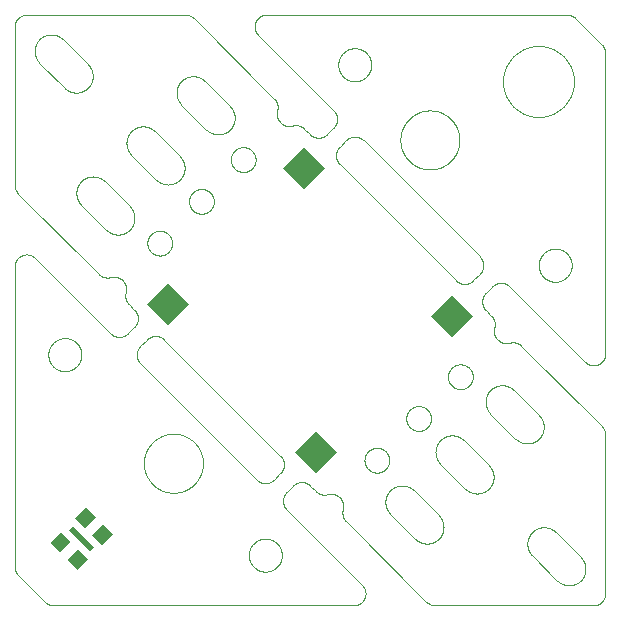
<source format=gtp>
G75*
%MOIN*%
%OFA0B0*%
%FSLAX25Y25*%
%IPPOS*%
%LPD*%
%AMOC8*
5,1,8,0,0,1.08239X$1,22.5*
%
%ADD10C,0.00000*%
%ADD11R,0.02067X0.09843*%
%ADD12R,0.05118X0.04528*%
%ADD13R,0.09843X0.09843*%
D10*
X0011582Y0002753D02*
X0002753Y0011582D01*
X0001600Y0014366D02*
X0001600Y0114586D01*
X0001602Y0114710D01*
X0001608Y0114833D01*
X0001617Y0114956D01*
X0001631Y0115079D01*
X0001648Y0115202D01*
X0001670Y0115324D01*
X0001695Y0115445D01*
X0001724Y0115565D01*
X0001756Y0115684D01*
X0001793Y0115803D01*
X0001833Y0115920D01*
X0001876Y0116035D01*
X0001924Y0116150D01*
X0001975Y0116262D01*
X0002029Y0116373D01*
X0002087Y0116483D01*
X0002148Y0116590D01*
X0002213Y0116696D01*
X0002281Y0116799D01*
X0002352Y0116900D01*
X0002426Y0116999D01*
X0002503Y0117096D01*
X0002584Y0117190D01*
X0002667Y0117281D01*
X0002753Y0117370D01*
X0002842Y0117456D01*
X0002933Y0117539D01*
X0003027Y0117620D01*
X0003124Y0117697D01*
X0003223Y0117771D01*
X0003324Y0117842D01*
X0003427Y0117910D01*
X0003533Y0117975D01*
X0003640Y0118036D01*
X0003750Y0118094D01*
X0003861Y0118148D01*
X0003973Y0118199D01*
X0004088Y0118247D01*
X0004203Y0118290D01*
X0004320Y0118330D01*
X0004439Y0118367D01*
X0004558Y0118399D01*
X0004678Y0118428D01*
X0004799Y0118453D01*
X0004921Y0118475D01*
X0005044Y0118492D01*
X0005166Y0118506D01*
X0005290Y0118515D01*
X0005413Y0118521D01*
X0005537Y0118523D01*
X0005661Y0118521D01*
X0005784Y0118515D01*
X0005908Y0118506D01*
X0006030Y0118492D01*
X0006153Y0118475D01*
X0006275Y0118453D01*
X0006396Y0118428D01*
X0006516Y0118399D01*
X0006635Y0118367D01*
X0006754Y0118330D01*
X0006871Y0118290D01*
X0006986Y0118247D01*
X0007101Y0118199D01*
X0007213Y0118148D01*
X0007324Y0118094D01*
X0007434Y0118036D01*
X0007541Y0117975D01*
X0007647Y0117910D01*
X0007750Y0117842D01*
X0007851Y0117771D01*
X0007950Y0117697D01*
X0008047Y0117620D01*
X0008141Y0117539D01*
X0008232Y0117456D01*
X0008321Y0117370D01*
X0033475Y0092215D01*
X0033476Y0092216D02*
X0033567Y0092127D01*
X0033661Y0092041D01*
X0033758Y0091959D01*
X0033857Y0091879D01*
X0033959Y0091802D01*
X0034063Y0091728D01*
X0034169Y0091658D01*
X0034277Y0091591D01*
X0034387Y0091527D01*
X0034500Y0091467D01*
X0034614Y0091410D01*
X0034729Y0091357D01*
X0034846Y0091308D01*
X0034965Y0091262D01*
X0035085Y0091219D01*
X0035207Y0091181D01*
X0035329Y0091146D01*
X0035453Y0091115D01*
X0035577Y0091088D01*
X0035702Y0091064D01*
X0035828Y0091045D01*
X0035954Y0091029D01*
X0036081Y0091017D01*
X0036208Y0091009D01*
X0036335Y0091005D01*
X0036463Y0091005D01*
X0036590Y0091009D01*
X0036717Y0091017D01*
X0036844Y0091029D01*
X0036970Y0091045D01*
X0037096Y0091064D01*
X0037221Y0091088D01*
X0037345Y0091115D01*
X0037469Y0091146D01*
X0037591Y0091181D01*
X0037713Y0091219D01*
X0037833Y0091262D01*
X0037952Y0091308D01*
X0038069Y0091357D01*
X0038184Y0091410D01*
X0038298Y0091467D01*
X0038411Y0091527D01*
X0038521Y0091591D01*
X0038629Y0091658D01*
X0038735Y0091728D01*
X0038839Y0091802D01*
X0038941Y0091879D01*
X0039040Y0091959D01*
X0039137Y0092041D01*
X0039231Y0092127D01*
X0039322Y0092216D01*
X0039322Y0092215D02*
X0041424Y0094318D01*
X0041513Y0094409D01*
X0041599Y0094503D01*
X0041681Y0094600D01*
X0041761Y0094699D01*
X0041838Y0094801D01*
X0041912Y0094905D01*
X0041982Y0095011D01*
X0042049Y0095119D01*
X0042113Y0095229D01*
X0042173Y0095342D01*
X0042230Y0095456D01*
X0042283Y0095571D01*
X0042332Y0095688D01*
X0042378Y0095807D01*
X0042421Y0095927D01*
X0042459Y0096049D01*
X0042494Y0096171D01*
X0042525Y0096295D01*
X0042552Y0096419D01*
X0042576Y0096544D01*
X0042595Y0096670D01*
X0042611Y0096796D01*
X0042623Y0096923D01*
X0042631Y0097050D01*
X0042635Y0097177D01*
X0042635Y0097305D01*
X0042631Y0097432D01*
X0042623Y0097559D01*
X0042611Y0097686D01*
X0042595Y0097812D01*
X0042576Y0097938D01*
X0042552Y0098063D01*
X0042525Y0098187D01*
X0042494Y0098311D01*
X0042459Y0098433D01*
X0042421Y0098555D01*
X0042378Y0098675D01*
X0042332Y0098794D01*
X0042283Y0098911D01*
X0042230Y0099026D01*
X0042173Y0099140D01*
X0042113Y0099253D01*
X0042049Y0099363D01*
X0041982Y0099471D01*
X0041912Y0099577D01*
X0041838Y0099681D01*
X0041761Y0099783D01*
X0041681Y0099882D01*
X0041599Y0099979D01*
X0041513Y0100073D01*
X0041424Y0100164D01*
X0039586Y0102003D01*
X0039501Y0102091D01*
X0039418Y0102182D01*
X0039338Y0102276D01*
X0039261Y0102371D01*
X0039187Y0102470D01*
X0039117Y0102570D01*
X0039049Y0102673D01*
X0038985Y0102777D01*
X0038923Y0102884D01*
X0038866Y0102992D01*
X0038811Y0103103D01*
X0038761Y0103215D01*
X0038713Y0103328D01*
X0038670Y0103443D01*
X0038629Y0103559D01*
X0038593Y0103676D01*
X0038560Y0103795D01*
X0038531Y0103914D01*
X0038506Y0104034D01*
X0038484Y0104155D01*
X0038466Y0104277D01*
X0038452Y0104399D01*
X0038442Y0104521D01*
X0038436Y0104644D01*
X0038433Y0104767D01*
X0038434Y0104890D01*
X0038439Y0105013D01*
X0038448Y0105135D01*
X0038461Y0105257D01*
X0038478Y0105379D01*
X0038498Y0105500D01*
X0038522Y0105621D01*
X0038550Y0105740D01*
X0038582Y0105859D01*
X0038614Y0105982D01*
X0038643Y0106106D01*
X0038669Y0106231D01*
X0038690Y0106356D01*
X0038707Y0106482D01*
X0038721Y0106608D01*
X0038730Y0106735D01*
X0038736Y0106862D01*
X0038738Y0106989D01*
X0038736Y0107116D01*
X0038730Y0107243D01*
X0038720Y0107370D01*
X0038706Y0107497D01*
X0038689Y0107622D01*
X0038667Y0107748D01*
X0038642Y0107872D01*
X0038612Y0107996D01*
X0038579Y0108119D01*
X0038543Y0108241D01*
X0038502Y0108361D01*
X0038458Y0108480D01*
X0038410Y0108598D01*
X0038359Y0108715D01*
X0038304Y0108829D01*
X0038245Y0108942D01*
X0038183Y0109053D01*
X0038118Y0109162D01*
X0038050Y0109269D01*
X0037978Y0109374D01*
X0037903Y0109477D01*
X0037824Y0109577D01*
X0037743Y0109675D01*
X0037659Y0109770D01*
X0037572Y0109863D01*
X0037482Y0109953D01*
X0037389Y0110040D01*
X0037294Y0110124D01*
X0037196Y0110205D01*
X0037096Y0110284D01*
X0036993Y0110359D01*
X0036888Y0110431D01*
X0036781Y0110499D01*
X0036672Y0110564D01*
X0036561Y0110626D01*
X0036448Y0110685D01*
X0036334Y0110740D01*
X0036217Y0110791D01*
X0036099Y0110839D01*
X0035980Y0110883D01*
X0035860Y0110924D01*
X0035738Y0110960D01*
X0035615Y0110993D01*
X0035491Y0111023D01*
X0035367Y0111048D01*
X0035241Y0111070D01*
X0035116Y0111087D01*
X0034989Y0111101D01*
X0034862Y0111111D01*
X0034735Y0111117D01*
X0034608Y0111119D01*
X0034481Y0111117D01*
X0034354Y0111111D01*
X0034227Y0111102D01*
X0034101Y0111088D01*
X0033975Y0111071D01*
X0033849Y0111050D01*
X0033725Y0111024D01*
X0033601Y0110995D01*
X0033478Y0110963D01*
X0033359Y0110931D01*
X0033240Y0110903D01*
X0033119Y0110879D01*
X0032998Y0110859D01*
X0032876Y0110842D01*
X0032754Y0110829D01*
X0032632Y0110820D01*
X0032509Y0110815D01*
X0032386Y0110814D01*
X0032263Y0110817D01*
X0032140Y0110823D01*
X0032018Y0110833D01*
X0031896Y0110847D01*
X0031774Y0110865D01*
X0031653Y0110887D01*
X0031533Y0110912D01*
X0031414Y0110941D01*
X0031295Y0110974D01*
X0031178Y0111010D01*
X0031062Y0111051D01*
X0030947Y0111094D01*
X0030834Y0111142D01*
X0030722Y0111192D01*
X0030612Y0111247D01*
X0030503Y0111304D01*
X0030396Y0111366D01*
X0030292Y0111430D01*
X0030189Y0111497D01*
X0030089Y0111568D01*
X0029990Y0111642D01*
X0029895Y0111719D01*
X0029801Y0111799D01*
X0029710Y0111882D01*
X0029622Y0111967D01*
X0002753Y0138836D01*
X0001600Y0141620D02*
X0001600Y0194513D01*
X0001602Y0194637D01*
X0001608Y0194760D01*
X0001617Y0194884D01*
X0001631Y0195006D01*
X0001648Y0195129D01*
X0001670Y0195251D01*
X0001695Y0195372D01*
X0001724Y0195492D01*
X0001756Y0195611D01*
X0001793Y0195730D01*
X0001833Y0195847D01*
X0001876Y0195962D01*
X0001924Y0196077D01*
X0001975Y0196189D01*
X0002029Y0196300D01*
X0002087Y0196410D01*
X0002148Y0196517D01*
X0002213Y0196623D01*
X0002281Y0196726D01*
X0002352Y0196827D01*
X0002426Y0196926D01*
X0002503Y0197023D01*
X0002584Y0197117D01*
X0002667Y0197208D01*
X0002753Y0197297D01*
X0002842Y0197383D01*
X0002933Y0197466D01*
X0003027Y0197547D01*
X0003124Y0197624D01*
X0003223Y0197698D01*
X0003324Y0197769D01*
X0003427Y0197837D01*
X0003533Y0197902D01*
X0003640Y0197963D01*
X0003750Y0198021D01*
X0003861Y0198075D01*
X0003973Y0198126D01*
X0004088Y0198174D01*
X0004203Y0198217D01*
X0004320Y0198257D01*
X0004439Y0198294D01*
X0004558Y0198326D01*
X0004678Y0198355D01*
X0004799Y0198380D01*
X0004921Y0198402D01*
X0005044Y0198419D01*
X0005166Y0198433D01*
X0005290Y0198442D01*
X0005413Y0198448D01*
X0005537Y0198450D01*
X0058431Y0198450D01*
X0061215Y0197297D02*
X0088084Y0170428D01*
X0088084Y0170429D02*
X0088169Y0170341D01*
X0088252Y0170250D01*
X0088332Y0170156D01*
X0088409Y0170061D01*
X0088483Y0169962D01*
X0088554Y0169862D01*
X0088621Y0169759D01*
X0088685Y0169655D01*
X0088747Y0169548D01*
X0088804Y0169439D01*
X0088859Y0169329D01*
X0088909Y0169217D01*
X0088957Y0169104D01*
X0089000Y0168989D01*
X0089041Y0168873D01*
X0089077Y0168756D01*
X0089110Y0168637D01*
X0089139Y0168518D01*
X0089164Y0168398D01*
X0089186Y0168277D01*
X0089204Y0168155D01*
X0089218Y0168033D01*
X0089228Y0167911D01*
X0089234Y0167788D01*
X0089237Y0167665D01*
X0089236Y0167542D01*
X0089231Y0167419D01*
X0089222Y0167297D01*
X0089209Y0167175D01*
X0089192Y0167053D01*
X0089172Y0166932D01*
X0089148Y0166811D01*
X0089120Y0166692D01*
X0089088Y0166573D01*
X0089087Y0166572D02*
X0089055Y0166449D01*
X0089026Y0166325D01*
X0089000Y0166201D01*
X0088979Y0166075D01*
X0088962Y0165949D01*
X0088948Y0165823D01*
X0088939Y0165696D01*
X0088933Y0165569D01*
X0088931Y0165442D01*
X0088933Y0165315D01*
X0088939Y0165188D01*
X0088949Y0165061D01*
X0088963Y0164934D01*
X0088980Y0164809D01*
X0089002Y0164683D01*
X0089027Y0164559D01*
X0089057Y0164435D01*
X0089090Y0164312D01*
X0089126Y0164190D01*
X0089167Y0164070D01*
X0089211Y0163951D01*
X0089259Y0163833D01*
X0089310Y0163716D01*
X0089365Y0163602D01*
X0089424Y0163489D01*
X0089486Y0163378D01*
X0089551Y0163269D01*
X0089619Y0163162D01*
X0089691Y0163057D01*
X0089766Y0162954D01*
X0089845Y0162854D01*
X0089926Y0162756D01*
X0090010Y0162661D01*
X0090097Y0162568D01*
X0090187Y0162478D01*
X0090280Y0162391D01*
X0090375Y0162307D01*
X0090473Y0162226D01*
X0090573Y0162147D01*
X0090676Y0162072D01*
X0090781Y0162000D01*
X0090888Y0161932D01*
X0090997Y0161867D01*
X0091108Y0161805D01*
X0091221Y0161746D01*
X0091335Y0161691D01*
X0091452Y0161640D01*
X0091570Y0161592D01*
X0091689Y0161548D01*
X0091809Y0161507D01*
X0091931Y0161471D01*
X0092054Y0161438D01*
X0092178Y0161408D01*
X0092302Y0161383D01*
X0092428Y0161361D01*
X0092553Y0161344D01*
X0092680Y0161330D01*
X0092807Y0161320D01*
X0092934Y0161314D01*
X0093061Y0161312D01*
X0093188Y0161314D01*
X0093315Y0161320D01*
X0093442Y0161329D01*
X0093568Y0161343D01*
X0093694Y0161360D01*
X0093820Y0161381D01*
X0093944Y0161407D01*
X0094068Y0161436D01*
X0094191Y0161468D01*
X0094191Y0161469D02*
X0094310Y0161501D01*
X0094429Y0161529D01*
X0094550Y0161553D01*
X0094671Y0161573D01*
X0094793Y0161590D01*
X0094915Y0161603D01*
X0095037Y0161612D01*
X0095160Y0161617D01*
X0095283Y0161618D01*
X0095406Y0161615D01*
X0095529Y0161609D01*
X0095651Y0161599D01*
X0095773Y0161585D01*
X0095895Y0161567D01*
X0096016Y0161545D01*
X0096136Y0161520D01*
X0096255Y0161491D01*
X0096374Y0161458D01*
X0096491Y0161422D01*
X0096607Y0161381D01*
X0096722Y0161338D01*
X0096835Y0161290D01*
X0096947Y0161240D01*
X0097058Y0161185D01*
X0097166Y0161128D01*
X0097273Y0161066D01*
X0097377Y0161002D01*
X0097480Y0160935D01*
X0097580Y0160864D01*
X0097679Y0160790D01*
X0097774Y0160713D01*
X0097868Y0160633D01*
X0097959Y0160550D01*
X0098047Y0160465D01*
X0099886Y0158626D01*
X0099977Y0158537D01*
X0100071Y0158451D01*
X0100168Y0158369D01*
X0100267Y0158289D01*
X0100369Y0158212D01*
X0100473Y0158138D01*
X0100579Y0158068D01*
X0100687Y0158001D01*
X0100797Y0157937D01*
X0100910Y0157877D01*
X0101024Y0157820D01*
X0101139Y0157767D01*
X0101256Y0157718D01*
X0101375Y0157672D01*
X0101495Y0157629D01*
X0101617Y0157591D01*
X0101739Y0157556D01*
X0101863Y0157525D01*
X0101987Y0157498D01*
X0102112Y0157474D01*
X0102238Y0157455D01*
X0102364Y0157439D01*
X0102491Y0157427D01*
X0102618Y0157419D01*
X0102745Y0157415D01*
X0102873Y0157415D01*
X0103000Y0157419D01*
X0103127Y0157427D01*
X0103254Y0157439D01*
X0103380Y0157455D01*
X0103506Y0157474D01*
X0103631Y0157498D01*
X0103755Y0157525D01*
X0103879Y0157556D01*
X0104001Y0157591D01*
X0104123Y0157629D01*
X0104243Y0157672D01*
X0104362Y0157718D01*
X0104479Y0157767D01*
X0104594Y0157820D01*
X0104708Y0157877D01*
X0104821Y0157937D01*
X0104931Y0158001D01*
X0105039Y0158068D01*
X0105145Y0158138D01*
X0105249Y0158212D01*
X0105351Y0158289D01*
X0105450Y0158369D01*
X0105547Y0158451D01*
X0105641Y0158537D01*
X0105732Y0158626D01*
X0107835Y0160729D01*
X0107924Y0160820D01*
X0108010Y0160914D01*
X0108092Y0161011D01*
X0108172Y0161110D01*
X0108249Y0161212D01*
X0108323Y0161316D01*
X0108393Y0161422D01*
X0108460Y0161530D01*
X0108524Y0161640D01*
X0108584Y0161753D01*
X0108641Y0161867D01*
X0108694Y0161982D01*
X0108743Y0162099D01*
X0108789Y0162218D01*
X0108832Y0162338D01*
X0108870Y0162460D01*
X0108905Y0162582D01*
X0108936Y0162706D01*
X0108963Y0162830D01*
X0108987Y0162955D01*
X0109006Y0163081D01*
X0109022Y0163207D01*
X0109034Y0163334D01*
X0109042Y0163461D01*
X0109046Y0163588D01*
X0109046Y0163716D01*
X0109042Y0163843D01*
X0109034Y0163970D01*
X0109022Y0164097D01*
X0109006Y0164223D01*
X0108987Y0164349D01*
X0108963Y0164474D01*
X0108936Y0164598D01*
X0108905Y0164722D01*
X0108870Y0164844D01*
X0108832Y0164966D01*
X0108789Y0165086D01*
X0108743Y0165205D01*
X0108694Y0165322D01*
X0108641Y0165437D01*
X0108584Y0165551D01*
X0108524Y0165664D01*
X0108460Y0165774D01*
X0108393Y0165882D01*
X0108323Y0165988D01*
X0108249Y0166092D01*
X0108172Y0166194D01*
X0108092Y0166293D01*
X0108010Y0166390D01*
X0107924Y0166484D01*
X0107835Y0166575D01*
X0082680Y0191729D01*
X0082594Y0191818D01*
X0082511Y0191909D01*
X0082430Y0192003D01*
X0082353Y0192100D01*
X0082279Y0192199D01*
X0082208Y0192300D01*
X0082140Y0192403D01*
X0082075Y0192509D01*
X0082014Y0192616D01*
X0081956Y0192726D01*
X0081902Y0192837D01*
X0081851Y0192949D01*
X0081803Y0193064D01*
X0081760Y0193179D01*
X0081720Y0193296D01*
X0081683Y0193415D01*
X0081651Y0193534D01*
X0081622Y0193654D01*
X0081597Y0193775D01*
X0081575Y0193897D01*
X0081558Y0194020D01*
X0081544Y0194142D01*
X0081535Y0194266D01*
X0081529Y0194389D01*
X0081527Y0194513D01*
X0081529Y0194637D01*
X0081535Y0194760D01*
X0081544Y0194884D01*
X0081558Y0195006D01*
X0081575Y0195129D01*
X0081597Y0195251D01*
X0081622Y0195372D01*
X0081651Y0195492D01*
X0081683Y0195611D01*
X0081720Y0195730D01*
X0081760Y0195847D01*
X0081803Y0195962D01*
X0081851Y0196077D01*
X0081902Y0196189D01*
X0081956Y0196300D01*
X0082014Y0196410D01*
X0082075Y0196517D01*
X0082140Y0196623D01*
X0082208Y0196726D01*
X0082279Y0196827D01*
X0082353Y0196926D01*
X0082430Y0197023D01*
X0082511Y0197117D01*
X0082594Y0197208D01*
X0082680Y0197297D01*
X0082769Y0197383D01*
X0082860Y0197466D01*
X0082954Y0197547D01*
X0083051Y0197624D01*
X0083150Y0197698D01*
X0083251Y0197769D01*
X0083354Y0197837D01*
X0083460Y0197902D01*
X0083567Y0197963D01*
X0083677Y0198021D01*
X0083788Y0198075D01*
X0083900Y0198126D01*
X0084015Y0198174D01*
X0084130Y0198217D01*
X0084247Y0198257D01*
X0084366Y0198294D01*
X0084485Y0198326D01*
X0084605Y0198355D01*
X0084726Y0198380D01*
X0084848Y0198402D01*
X0084971Y0198419D01*
X0085093Y0198433D01*
X0085217Y0198442D01*
X0085340Y0198448D01*
X0085464Y0198450D01*
X0185684Y0198450D01*
X0188468Y0197297D02*
X0197297Y0188468D01*
X0198450Y0185684D02*
X0198450Y0085464D01*
X0198448Y0085340D01*
X0198442Y0085217D01*
X0198433Y0085094D01*
X0198419Y0084971D01*
X0198402Y0084848D01*
X0198380Y0084726D01*
X0198355Y0084605D01*
X0198326Y0084485D01*
X0198294Y0084366D01*
X0198257Y0084247D01*
X0198217Y0084130D01*
X0198174Y0084015D01*
X0198126Y0083900D01*
X0198075Y0083788D01*
X0198021Y0083677D01*
X0197963Y0083567D01*
X0197902Y0083460D01*
X0197837Y0083354D01*
X0197769Y0083251D01*
X0197698Y0083150D01*
X0197624Y0083051D01*
X0197547Y0082954D01*
X0197466Y0082860D01*
X0197383Y0082769D01*
X0197297Y0082680D01*
X0197208Y0082594D01*
X0197117Y0082511D01*
X0197023Y0082430D01*
X0196926Y0082353D01*
X0196827Y0082279D01*
X0196726Y0082208D01*
X0196623Y0082140D01*
X0196517Y0082075D01*
X0196410Y0082014D01*
X0196300Y0081956D01*
X0196189Y0081902D01*
X0196077Y0081851D01*
X0195962Y0081803D01*
X0195847Y0081760D01*
X0195730Y0081720D01*
X0195611Y0081683D01*
X0195492Y0081651D01*
X0195372Y0081622D01*
X0195251Y0081597D01*
X0195129Y0081575D01*
X0195006Y0081558D01*
X0194884Y0081544D01*
X0194760Y0081535D01*
X0194637Y0081529D01*
X0194513Y0081527D01*
X0194389Y0081529D01*
X0194266Y0081535D01*
X0194142Y0081544D01*
X0194020Y0081558D01*
X0193897Y0081575D01*
X0193775Y0081597D01*
X0193654Y0081622D01*
X0193534Y0081651D01*
X0193415Y0081683D01*
X0193296Y0081720D01*
X0193179Y0081760D01*
X0193064Y0081803D01*
X0192949Y0081851D01*
X0192837Y0081902D01*
X0192726Y0081956D01*
X0192616Y0082014D01*
X0192509Y0082075D01*
X0192403Y0082140D01*
X0192300Y0082208D01*
X0192199Y0082279D01*
X0192100Y0082353D01*
X0192003Y0082430D01*
X0191909Y0082511D01*
X0191818Y0082594D01*
X0191729Y0082680D01*
X0166575Y0107835D01*
X0166484Y0107924D01*
X0166390Y0108010D01*
X0166293Y0108092D01*
X0166194Y0108172D01*
X0166092Y0108249D01*
X0165988Y0108323D01*
X0165882Y0108393D01*
X0165774Y0108460D01*
X0165664Y0108524D01*
X0165551Y0108584D01*
X0165437Y0108641D01*
X0165322Y0108694D01*
X0165205Y0108743D01*
X0165086Y0108789D01*
X0164966Y0108832D01*
X0164844Y0108870D01*
X0164722Y0108905D01*
X0164598Y0108936D01*
X0164474Y0108963D01*
X0164349Y0108987D01*
X0164223Y0109006D01*
X0164097Y0109022D01*
X0163970Y0109034D01*
X0163843Y0109042D01*
X0163716Y0109046D01*
X0163588Y0109046D01*
X0163461Y0109042D01*
X0163334Y0109034D01*
X0163207Y0109022D01*
X0163081Y0109006D01*
X0162955Y0108987D01*
X0162830Y0108963D01*
X0162706Y0108936D01*
X0162582Y0108905D01*
X0162460Y0108870D01*
X0162338Y0108832D01*
X0162218Y0108789D01*
X0162099Y0108743D01*
X0161982Y0108694D01*
X0161867Y0108641D01*
X0161753Y0108584D01*
X0161640Y0108524D01*
X0161530Y0108460D01*
X0161422Y0108393D01*
X0161316Y0108323D01*
X0161212Y0108249D01*
X0161110Y0108172D01*
X0161011Y0108092D01*
X0160914Y0108010D01*
X0160820Y0107924D01*
X0160729Y0107835D01*
X0158626Y0105732D01*
X0158537Y0105641D01*
X0158451Y0105547D01*
X0158369Y0105450D01*
X0158289Y0105351D01*
X0158212Y0105249D01*
X0158138Y0105145D01*
X0158068Y0105039D01*
X0158001Y0104931D01*
X0157937Y0104821D01*
X0157877Y0104708D01*
X0157820Y0104594D01*
X0157767Y0104479D01*
X0157718Y0104362D01*
X0157672Y0104243D01*
X0157629Y0104123D01*
X0157591Y0104001D01*
X0157556Y0103879D01*
X0157525Y0103755D01*
X0157498Y0103631D01*
X0157474Y0103506D01*
X0157455Y0103380D01*
X0157439Y0103254D01*
X0157427Y0103127D01*
X0157419Y0103000D01*
X0157415Y0102873D01*
X0157415Y0102745D01*
X0157419Y0102618D01*
X0157427Y0102491D01*
X0157439Y0102364D01*
X0157455Y0102238D01*
X0157474Y0102112D01*
X0157498Y0101987D01*
X0157525Y0101863D01*
X0157556Y0101739D01*
X0157591Y0101617D01*
X0157629Y0101495D01*
X0157672Y0101375D01*
X0157718Y0101256D01*
X0157767Y0101139D01*
X0157820Y0101024D01*
X0157877Y0100910D01*
X0157937Y0100797D01*
X0158001Y0100687D01*
X0158068Y0100579D01*
X0158138Y0100473D01*
X0158212Y0100369D01*
X0158289Y0100267D01*
X0158369Y0100168D01*
X0158451Y0100071D01*
X0158537Y0099977D01*
X0158626Y0099886D01*
X0160465Y0098047D01*
X0160550Y0097959D01*
X0160633Y0097868D01*
X0160713Y0097774D01*
X0160790Y0097679D01*
X0160864Y0097580D01*
X0160934Y0097480D01*
X0161002Y0097377D01*
X0161066Y0097273D01*
X0161128Y0097166D01*
X0161185Y0097058D01*
X0161240Y0096947D01*
X0161290Y0096835D01*
X0161338Y0096722D01*
X0161381Y0096607D01*
X0161422Y0096491D01*
X0161458Y0096374D01*
X0161491Y0096255D01*
X0161520Y0096136D01*
X0161545Y0096016D01*
X0161567Y0095895D01*
X0161585Y0095773D01*
X0161599Y0095651D01*
X0161609Y0095529D01*
X0161615Y0095406D01*
X0161618Y0095283D01*
X0161617Y0095160D01*
X0161612Y0095037D01*
X0161603Y0094915D01*
X0161590Y0094793D01*
X0161573Y0094671D01*
X0161553Y0094550D01*
X0161529Y0094429D01*
X0161501Y0094310D01*
X0161469Y0094191D01*
X0161468Y0094191D02*
X0161436Y0094068D01*
X0161407Y0093944D01*
X0161381Y0093820D01*
X0161360Y0093694D01*
X0161343Y0093568D01*
X0161329Y0093442D01*
X0161320Y0093315D01*
X0161314Y0093188D01*
X0161312Y0093061D01*
X0161314Y0092934D01*
X0161320Y0092807D01*
X0161330Y0092680D01*
X0161344Y0092553D01*
X0161361Y0092428D01*
X0161383Y0092302D01*
X0161408Y0092178D01*
X0161438Y0092054D01*
X0161471Y0091931D01*
X0161507Y0091809D01*
X0161548Y0091689D01*
X0161592Y0091570D01*
X0161640Y0091452D01*
X0161691Y0091335D01*
X0161746Y0091221D01*
X0161805Y0091108D01*
X0161867Y0090997D01*
X0161932Y0090888D01*
X0162000Y0090781D01*
X0162072Y0090676D01*
X0162147Y0090573D01*
X0162226Y0090473D01*
X0162307Y0090375D01*
X0162391Y0090280D01*
X0162478Y0090187D01*
X0162568Y0090097D01*
X0162661Y0090010D01*
X0162756Y0089926D01*
X0162854Y0089845D01*
X0162954Y0089766D01*
X0163057Y0089691D01*
X0163162Y0089619D01*
X0163269Y0089551D01*
X0163378Y0089486D01*
X0163489Y0089424D01*
X0163602Y0089365D01*
X0163716Y0089310D01*
X0163833Y0089259D01*
X0163951Y0089211D01*
X0164070Y0089167D01*
X0164190Y0089126D01*
X0164312Y0089090D01*
X0164435Y0089057D01*
X0164559Y0089027D01*
X0164683Y0089002D01*
X0164809Y0088980D01*
X0164934Y0088963D01*
X0165061Y0088949D01*
X0165188Y0088939D01*
X0165315Y0088933D01*
X0165442Y0088931D01*
X0165569Y0088933D01*
X0165696Y0088939D01*
X0165823Y0088948D01*
X0165949Y0088962D01*
X0166075Y0088979D01*
X0166201Y0089000D01*
X0166325Y0089026D01*
X0166449Y0089055D01*
X0166572Y0089087D01*
X0166572Y0089088D02*
X0166691Y0089120D01*
X0166810Y0089148D01*
X0166931Y0089172D01*
X0167052Y0089192D01*
X0167174Y0089209D01*
X0167296Y0089222D01*
X0167418Y0089231D01*
X0167541Y0089236D01*
X0167664Y0089237D01*
X0167787Y0089234D01*
X0167910Y0089228D01*
X0168032Y0089218D01*
X0168154Y0089204D01*
X0168276Y0089186D01*
X0168397Y0089164D01*
X0168517Y0089139D01*
X0168636Y0089110D01*
X0168755Y0089077D01*
X0168872Y0089041D01*
X0168988Y0089000D01*
X0169103Y0088957D01*
X0169216Y0088909D01*
X0169328Y0088859D01*
X0169438Y0088804D01*
X0169547Y0088747D01*
X0169654Y0088685D01*
X0169758Y0088621D01*
X0169861Y0088554D01*
X0169961Y0088483D01*
X0170060Y0088409D01*
X0170155Y0088332D01*
X0170249Y0088252D01*
X0170340Y0088169D01*
X0170428Y0088084D01*
X0197297Y0061215D01*
X0198450Y0058431D02*
X0198450Y0005537D01*
X0198448Y0005413D01*
X0198442Y0005290D01*
X0198433Y0005166D01*
X0198419Y0005044D01*
X0198402Y0004921D01*
X0198380Y0004799D01*
X0198355Y0004678D01*
X0198326Y0004558D01*
X0198294Y0004439D01*
X0198257Y0004320D01*
X0198217Y0004203D01*
X0198174Y0004088D01*
X0198126Y0003973D01*
X0198075Y0003861D01*
X0198021Y0003750D01*
X0197963Y0003640D01*
X0197902Y0003533D01*
X0197837Y0003427D01*
X0197769Y0003324D01*
X0197698Y0003223D01*
X0197624Y0003124D01*
X0197547Y0003027D01*
X0197466Y0002933D01*
X0197383Y0002842D01*
X0197297Y0002753D01*
X0197208Y0002667D01*
X0197117Y0002584D01*
X0197023Y0002503D01*
X0196926Y0002426D01*
X0196827Y0002352D01*
X0196726Y0002281D01*
X0196623Y0002213D01*
X0196517Y0002148D01*
X0196410Y0002087D01*
X0196300Y0002029D01*
X0196189Y0001975D01*
X0196077Y0001924D01*
X0195962Y0001876D01*
X0195847Y0001833D01*
X0195730Y0001793D01*
X0195611Y0001756D01*
X0195492Y0001724D01*
X0195372Y0001695D01*
X0195251Y0001670D01*
X0195129Y0001648D01*
X0195006Y0001631D01*
X0194884Y0001617D01*
X0194760Y0001608D01*
X0194637Y0001602D01*
X0194513Y0001600D01*
X0141620Y0001600D01*
X0138836Y0002753D02*
X0111967Y0029622D01*
X0111882Y0029710D01*
X0111799Y0029801D01*
X0111719Y0029895D01*
X0111642Y0029990D01*
X0111568Y0030089D01*
X0111497Y0030189D01*
X0111430Y0030292D01*
X0111366Y0030396D01*
X0111304Y0030503D01*
X0111247Y0030612D01*
X0111192Y0030722D01*
X0111142Y0030834D01*
X0111094Y0030947D01*
X0111051Y0031062D01*
X0111010Y0031178D01*
X0110974Y0031295D01*
X0110941Y0031414D01*
X0110912Y0031533D01*
X0110887Y0031653D01*
X0110865Y0031774D01*
X0110847Y0031896D01*
X0110833Y0032018D01*
X0110823Y0032140D01*
X0110817Y0032263D01*
X0110814Y0032386D01*
X0110815Y0032509D01*
X0110820Y0032632D01*
X0110829Y0032754D01*
X0110842Y0032876D01*
X0110859Y0032998D01*
X0110879Y0033119D01*
X0110903Y0033240D01*
X0110931Y0033359D01*
X0110963Y0033478D01*
X0110995Y0033601D01*
X0111024Y0033725D01*
X0111050Y0033849D01*
X0111071Y0033975D01*
X0111088Y0034101D01*
X0111102Y0034227D01*
X0111111Y0034354D01*
X0111117Y0034481D01*
X0111119Y0034608D01*
X0111117Y0034735D01*
X0111111Y0034862D01*
X0111101Y0034989D01*
X0111087Y0035116D01*
X0111070Y0035241D01*
X0111048Y0035367D01*
X0111023Y0035491D01*
X0110993Y0035615D01*
X0110960Y0035738D01*
X0110924Y0035860D01*
X0110883Y0035980D01*
X0110839Y0036099D01*
X0110791Y0036217D01*
X0110740Y0036334D01*
X0110685Y0036448D01*
X0110626Y0036561D01*
X0110564Y0036672D01*
X0110499Y0036781D01*
X0110431Y0036888D01*
X0110359Y0036993D01*
X0110284Y0037096D01*
X0110205Y0037196D01*
X0110124Y0037294D01*
X0110040Y0037389D01*
X0109953Y0037482D01*
X0109863Y0037572D01*
X0109770Y0037659D01*
X0109675Y0037743D01*
X0109577Y0037824D01*
X0109477Y0037903D01*
X0109374Y0037978D01*
X0109269Y0038050D01*
X0109162Y0038118D01*
X0109053Y0038183D01*
X0108942Y0038245D01*
X0108829Y0038304D01*
X0108715Y0038359D01*
X0108598Y0038410D01*
X0108480Y0038458D01*
X0108361Y0038502D01*
X0108241Y0038543D01*
X0108119Y0038579D01*
X0107996Y0038612D01*
X0107872Y0038642D01*
X0107748Y0038667D01*
X0107622Y0038689D01*
X0107497Y0038706D01*
X0107370Y0038720D01*
X0107243Y0038730D01*
X0107116Y0038736D01*
X0106989Y0038738D01*
X0106862Y0038736D01*
X0106735Y0038730D01*
X0106608Y0038721D01*
X0106482Y0038707D01*
X0106356Y0038690D01*
X0106230Y0038669D01*
X0106106Y0038643D01*
X0105982Y0038614D01*
X0105859Y0038582D01*
X0105740Y0038550D01*
X0105621Y0038522D01*
X0105500Y0038498D01*
X0105379Y0038478D01*
X0105257Y0038461D01*
X0105135Y0038448D01*
X0105013Y0038439D01*
X0104890Y0038434D01*
X0104767Y0038433D01*
X0104644Y0038436D01*
X0104521Y0038442D01*
X0104399Y0038452D01*
X0104277Y0038466D01*
X0104155Y0038484D01*
X0104034Y0038506D01*
X0103914Y0038531D01*
X0103795Y0038560D01*
X0103676Y0038593D01*
X0103559Y0038629D01*
X0103443Y0038670D01*
X0103328Y0038713D01*
X0103215Y0038761D01*
X0103103Y0038811D01*
X0102992Y0038866D01*
X0102884Y0038923D01*
X0102777Y0038985D01*
X0102673Y0039049D01*
X0102570Y0039116D01*
X0102470Y0039187D01*
X0102371Y0039261D01*
X0102276Y0039338D01*
X0102182Y0039418D01*
X0102091Y0039501D01*
X0102003Y0039586D01*
X0100164Y0041424D01*
X0100073Y0041513D01*
X0099979Y0041599D01*
X0099882Y0041681D01*
X0099783Y0041761D01*
X0099681Y0041838D01*
X0099577Y0041912D01*
X0099471Y0041982D01*
X0099363Y0042049D01*
X0099253Y0042113D01*
X0099140Y0042173D01*
X0099026Y0042230D01*
X0098911Y0042283D01*
X0098794Y0042332D01*
X0098675Y0042378D01*
X0098555Y0042421D01*
X0098433Y0042459D01*
X0098311Y0042494D01*
X0098187Y0042525D01*
X0098063Y0042552D01*
X0097938Y0042576D01*
X0097812Y0042595D01*
X0097686Y0042611D01*
X0097559Y0042623D01*
X0097432Y0042631D01*
X0097305Y0042635D01*
X0097177Y0042635D01*
X0097050Y0042631D01*
X0096923Y0042623D01*
X0096796Y0042611D01*
X0096670Y0042595D01*
X0096544Y0042576D01*
X0096419Y0042552D01*
X0096295Y0042525D01*
X0096171Y0042494D01*
X0096049Y0042459D01*
X0095927Y0042421D01*
X0095807Y0042378D01*
X0095688Y0042332D01*
X0095571Y0042283D01*
X0095456Y0042230D01*
X0095342Y0042173D01*
X0095229Y0042113D01*
X0095119Y0042049D01*
X0095011Y0041982D01*
X0094905Y0041912D01*
X0094801Y0041838D01*
X0094699Y0041761D01*
X0094600Y0041681D01*
X0094503Y0041599D01*
X0094409Y0041513D01*
X0094318Y0041424D01*
X0092215Y0039322D01*
X0092216Y0039322D02*
X0092127Y0039231D01*
X0092041Y0039137D01*
X0091959Y0039040D01*
X0091879Y0038941D01*
X0091802Y0038839D01*
X0091728Y0038735D01*
X0091658Y0038629D01*
X0091591Y0038521D01*
X0091527Y0038411D01*
X0091467Y0038298D01*
X0091410Y0038184D01*
X0091357Y0038069D01*
X0091308Y0037952D01*
X0091262Y0037833D01*
X0091219Y0037713D01*
X0091181Y0037591D01*
X0091146Y0037469D01*
X0091115Y0037345D01*
X0091088Y0037221D01*
X0091064Y0037096D01*
X0091045Y0036970D01*
X0091029Y0036844D01*
X0091017Y0036717D01*
X0091009Y0036590D01*
X0091005Y0036463D01*
X0091005Y0036335D01*
X0091009Y0036208D01*
X0091017Y0036081D01*
X0091029Y0035954D01*
X0091045Y0035828D01*
X0091064Y0035702D01*
X0091088Y0035577D01*
X0091115Y0035453D01*
X0091146Y0035329D01*
X0091181Y0035207D01*
X0091219Y0035085D01*
X0091262Y0034965D01*
X0091308Y0034846D01*
X0091357Y0034729D01*
X0091410Y0034614D01*
X0091467Y0034500D01*
X0091527Y0034387D01*
X0091591Y0034277D01*
X0091658Y0034169D01*
X0091728Y0034063D01*
X0091802Y0033959D01*
X0091879Y0033857D01*
X0091959Y0033758D01*
X0092041Y0033661D01*
X0092127Y0033567D01*
X0092216Y0033476D01*
X0092215Y0033475D02*
X0117370Y0008321D01*
X0117456Y0008232D01*
X0117539Y0008141D01*
X0117620Y0008047D01*
X0117697Y0007950D01*
X0117771Y0007851D01*
X0117842Y0007750D01*
X0117910Y0007647D01*
X0117975Y0007541D01*
X0118036Y0007434D01*
X0118094Y0007324D01*
X0118148Y0007213D01*
X0118199Y0007101D01*
X0118247Y0006986D01*
X0118290Y0006871D01*
X0118330Y0006754D01*
X0118367Y0006635D01*
X0118399Y0006516D01*
X0118428Y0006396D01*
X0118453Y0006275D01*
X0118475Y0006153D01*
X0118492Y0006030D01*
X0118506Y0005908D01*
X0118515Y0005784D01*
X0118521Y0005661D01*
X0118523Y0005537D01*
X0118521Y0005413D01*
X0118515Y0005290D01*
X0118506Y0005166D01*
X0118492Y0005044D01*
X0118475Y0004921D01*
X0118453Y0004799D01*
X0118428Y0004678D01*
X0118399Y0004558D01*
X0118367Y0004439D01*
X0118330Y0004320D01*
X0118290Y0004203D01*
X0118247Y0004088D01*
X0118199Y0003973D01*
X0118148Y0003861D01*
X0118094Y0003750D01*
X0118036Y0003640D01*
X0117975Y0003533D01*
X0117910Y0003427D01*
X0117842Y0003324D01*
X0117771Y0003223D01*
X0117697Y0003124D01*
X0117620Y0003027D01*
X0117539Y0002933D01*
X0117456Y0002842D01*
X0117370Y0002753D01*
X0117281Y0002667D01*
X0117190Y0002584D01*
X0117096Y0002503D01*
X0116999Y0002426D01*
X0116900Y0002352D01*
X0116799Y0002281D01*
X0116696Y0002213D01*
X0116590Y0002148D01*
X0116483Y0002087D01*
X0116373Y0002029D01*
X0116262Y0001975D01*
X0116150Y0001924D01*
X0116035Y0001876D01*
X0115920Y0001833D01*
X0115803Y0001793D01*
X0115684Y0001756D01*
X0115565Y0001724D01*
X0115445Y0001695D01*
X0115324Y0001670D01*
X0115202Y0001648D01*
X0115079Y0001631D01*
X0114957Y0001617D01*
X0114833Y0001608D01*
X0114710Y0001602D01*
X0114586Y0001600D01*
X0014366Y0001600D01*
X0014242Y0001602D01*
X0014119Y0001608D01*
X0013995Y0001617D01*
X0013873Y0001631D01*
X0013750Y0001648D01*
X0013628Y0001670D01*
X0013507Y0001695D01*
X0013387Y0001724D01*
X0013268Y0001756D01*
X0013149Y0001793D01*
X0013032Y0001833D01*
X0012917Y0001876D01*
X0012802Y0001924D01*
X0012690Y0001975D01*
X0012579Y0002029D01*
X0012469Y0002087D01*
X0012362Y0002148D01*
X0012256Y0002213D01*
X0012153Y0002281D01*
X0012052Y0002352D01*
X0011953Y0002426D01*
X0011856Y0002503D01*
X0011762Y0002584D01*
X0011671Y0002667D01*
X0011582Y0002753D01*
X0002753Y0011582D02*
X0002667Y0011671D01*
X0002584Y0011762D01*
X0002503Y0011856D01*
X0002426Y0011953D01*
X0002352Y0012052D01*
X0002281Y0012153D01*
X0002213Y0012256D01*
X0002148Y0012362D01*
X0002087Y0012469D01*
X0002029Y0012579D01*
X0001975Y0012690D01*
X0001924Y0012802D01*
X0001876Y0012917D01*
X0001833Y0013032D01*
X0001793Y0013149D01*
X0001756Y0013268D01*
X0001724Y0013387D01*
X0001695Y0013507D01*
X0001670Y0013628D01*
X0001648Y0013750D01*
X0001631Y0013873D01*
X0001617Y0013995D01*
X0001608Y0014119D01*
X0001602Y0014242D01*
X0001600Y0014366D01*
X0044651Y0048926D02*
X0044654Y0049168D01*
X0044663Y0049409D01*
X0044678Y0049650D01*
X0044698Y0049891D01*
X0044725Y0050131D01*
X0044758Y0050370D01*
X0044796Y0050609D01*
X0044840Y0050846D01*
X0044890Y0051083D01*
X0044946Y0051318D01*
X0045008Y0051551D01*
X0045075Y0051783D01*
X0045148Y0052014D01*
X0045226Y0052242D01*
X0045311Y0052468D01*
X0045400Y0052693D01*
X0045495Y0052915D01*
X0045596Y0053134D01*
X0045702Y0053352D01*
X0045813Y0053566D01*
X0045930Y0053778D01*
X0046051Y0053986D01*
X0046178Y0054192D01*
X0046310Y0054394D01*
X0046447Y0054594D01*
X0046588Y0054789D01*
X0046734Y0054982D01*
X0046885Y0055170D01*
X0047041Y0055355D01*
X0047201Y0055536D01*
X0047365Y0055713D01*
X0047534Y0055886D01*
X0047707Y0056055D01*
X0047884Y0056219D01*
X0048065Y0056379D01*
X0048250Y0056535D01*
X0048438Y0056686D01*
X0048631Y0056832D01*
X0048826Y0056973D01*
X0049026Y0057110D01*
X0049228Y0057242D01*
X0049434Y0057369D01*
X0049642Y0057490D01*
X0049854Y0057607D01*
X0050068Y0057718D01*
X0050286Y0057824D01*
X0050505Y0057925D01*
X0050727Y0058020D01*
X0050952Y0058109D01*
X0051178Y0058194D01*
X0051406Y0058272D01*
X0051637Y0058345D01*
X0051869Y0058412D01*
X0052102Y0058474D01*
X0052337Y0058530D01*
X0052574Y0058580D01*
X0052811Y0058624D01*
X0053050Y0058662D01*
X0053289Y0058695D01*
X0053529Y0058722D01*
X0053770Y0058742D01*
X0054011Y0058757D01*
X0054252Y0058766D01*
X0054494Y0058769D01*
X0054736Y0058766D01*
X0054977Y0058757D01*
X0055218Y0058742D01*
X0055459Y0058722D01*
X0055699Y0058695D01*
X0055938Y0058662D01*
X0056177Y0058624D01*
X0056414Y0058580D01*
X0056651Y0058530D01*
X0056886Y0058474D01*
X0057119Y0058412D01*
X0057351Y0058345D01*
X0057582Y0058272D01*
X0057810Y0058194D01*
X0058036Y0058109D01*
X0058261Y0058020D01*
X0058483Y0057925D01*
X0058702Y0057824D01*
X0058920Y0057718D01*
X0059134Y0057607D01*
X0059346Y0057490D01*
X0059554Y0057369D01*
X0059760Y0057242D01*
X0059962Y0057110D01*
X0060162Y0056973D01*
X0060357Y0056832D01*
X0060550Y0056686D01*
X0060738Y0056535D01*
X0060923Y0056379D01*
X0061104Y0056219D01*
X0061281Y0056055D01*
X0061454Y0055886D01*
X0061623Y0055713D01*
X0061787Y0055536D01*
X0061947Y0055355D01*
X0062103Y0055170D01*
X0062254Y0054982D01*
X0062400Y0054789D01*
X0062541Y0054594D01*
X0062678Y0054394D01*
X0062810Y0054192D01*
X0062937Y0053986D01*
X0063058Y0053778D01*
X0063175Y0053566D01*
X0063286Y0053352D01*
X0063392Y0053134D01*
X0063493Y0052915D01*
X0063588Y0052693D01*
X0063677Y0052468D01*
X0063762Y0052242D01*
X0063840Y0052014D01*
X0063913Y0051783D01*
X0063980Y0051551D01*
X0064042Y0051318D01*
X0064098Y0051083D01*
X0064148Y0050846D01*
X0064192Y0050609D01*
X0064230Y0050370D01*
X0064263Y0050131D01*
X0064290Y0049891D01*
X0064310Y0049650D01*
X0064325Y0049409D01*
X0064334Y0049168D01*
X0064337Y0048926D01*
X0064334Y0048684D01*
X0064325Y0048443D01*
X0064310Y0048202D01*
X0064290Y0047961D01*
X0064263Y0047721D01*
X0064230Y0047482D01*
X0064192Y0047243D01*
X0064148Y0047006D01*
X0064098Y0046769D01*
X0064042Y0046534D01*
X0063980Y0046301D01*
X0063913Y0046069D01*
X0063840Y0045838D01*
X0063762Y0045610D01*
X0063677Y0045384D01*
X0063588Y0045159D01*
X0063493Y0044937D01*
X0063392Y0044718D01*
X0063286Y0044500D01*
X0063175Y0044286D01*
X0063058Y0044074D01*
X0062937Y0043866D01*
X0062810Y0043660D01*
X0062678Y0043458D01*
X0062541Y0043258D01*
X0062400Y0043063D01*
X0062254Y0042870D01*
X0062103Y0042682D01*
X0061947Y0042497D01*
X0061787Y0042316D01*
X0061623Y0042139D01*
X0061454Y0041966D01*
X0061281Y0041797D01*
X0061104Y0041633D01*
X0060923Y0041473D01*
X0060738Y0041317D01*
X0060550Y0041166D01*
X0060357Y0041020D01*
X0060162Y0040879D01*
X0059962Y0040742D01*
X0059760Y0040610D01*
X0059554Y0040483D01*
X0059346Y0040362D01*
X0059134Y0040245D01*
X0058920Y0040134D01*
X0058702Y0040028D01*
X0058483Y0039927D01*
X0058261Y0039832D01*
X0058036Y0039743D01*
X0057810Y0039658D01*
X0057582Y0039580D01*
X0057351Y0039507D01*
X0057119Y0039440D01*
X0056886Y0039378D01*
X0056651Y0039322D01*
X0056414Y0039272D01*
X0056177Y0039228D01*
X0055938Y0039190D01*
X0055699Y0039157D01*
X0055459Y0039130D01*
X0055218Y0039110D01*
X0054977Y0039095D01*
X0054736Y0039086D01*
X0054494Y0039083D01*
X0054252Y0039086D01*
X0054011Y0039095D01*
X0053770Y0039110D01*
X0053529Y0039130D01*
X0053289Y0039157D01*
X0053050Y0039190D01*
X0052811Y0039228D01*
X0052574Y0039272D01*
X0052337Y0039322D01*
X0052102Y0039378D01*
X0051869Y0039440D01*
X0051637Y0039507D01*
X0051406Y0039580D01*
X0051178Y0039658D01*
X0050952Y0039743D01*
X0050727Y0039832D01*
X0050505Y0039927D01*
X0050286Y0040028D01*
X0050068Y0040134D01*
X0049854Y0040245D01*
X0049642Y0040362D01*
X0049434Y0040483D01*
X0049228Y0040610D01*
X0049026Y0040742D01*
X0048826Y0040879D01*
X0048631Y0041020D01*
X0048438Y0041166D01*
X0048250Y0041317D01*
X0048065Y0041473D01*
X0047884Y0041633D01*
X0047707Y0041797D01*
X0047534Y0041966D01*
X0047365Y0042139D01*
X0047201Y0042316D01*
X0047041Y0042497D01*
X0046885Y0042682D01*
X0046734Y0042870D01*
X0046588Y0043063D01*
X0046447Y0043258D01*
X0046310Y0043458D01*
X0046178Y0043660D01*
X0046051Y0043866D01*
X0045930Y0044074D01*
X0045813Y0044286D01*
X0045702Y0044500D01*
X0045596Y0044718D01*
X0045495Y0044937D01*
X0045400Y0045159D01*
X0045311Y0045384D01*
X0045226Y0045610D01*
X0045148Y0045838D01*
X0045075Y0046069D01*
X0045008Y0046301D01*
X0044946Y0046534D01*
X0044890Y0046769D01*
X0044840Y0047006D01*
X0044796Y0047243D01*
X0044758Y0047482D01*
X0044725Y0047721D01*
X0044698Y0047961D01*
X0044678Y0048202D01*
X0044663Y0048443D01*
X0044654Y0048684D01*
X0044651Y0048926D01*
X0043497Y0082193D02*
X0082193Y0043497D01*
X0082194Y0043498D02*
X0082285Y0043409D01*
X0082379Y0043323D01*
X0082476Y0043241D01*
X0082575Y0043161D01*
X0082677Y0043084D01*
X0082781Y0043010D01*
X0082887Y0042940D01*
X0082995Y0042873D01*
X0083105Y0042809D01*
X0083218Y0042749D01*
X0083332Y0042692D01*
X0083447Y0042639D01*
X0083564Y0042590D01*
X0083683Y0042544D01*
X0083803Y0042501D01*
X0083925Y0042463D01*
X0084047Y0042428D01*
X0084171Y0042397D01*
X0084295Y0042370D01*
X0084420Y0042346D01*
X0084546Y0042327D01*
X0084672Y0042311D01*
X0084799Y0042299D01*
X0084926Y0042291D01*
X0085053Y0042287D01*
X0085181Y0042287D01*
X0085308Y0042291D01*
X0085435Y0042299D01*
X0085562Y0042311D01*
X0085688Y0042327D01*
X0085814Y0042346D01*
X0085939Y0042370D01*
X0086063Y0042397D01*
X0086187Y0042428D01*
X0086309Y0042463D01*
X0086431Y0042501D01*
X0086551Y0042544D01*
X0086670Y0042590D01*
X0086787Y0042639D01*
X0086902Y0042692D01*
X0087016Y0042749D01*
X0087129Y0042809D01*
X0087239Y0042873D01*
X0087347Y0042940D01*
X0087453Y0043010D01*
X0087557Y0043084D01*
X0087659Y0043161D01*
X0087758Y0043241D01*
X0087855Y0043323D01*
X0087949Y0043409D01*
X0088040Y0043498D01*
X0088040Y0043497D02*
X0090142Y0045600D01*
X0090231Y0045691D01*
X0090317Y0045785D01*
X0090399Y0045882D01*
X0090479Y0045981D01*
X0090556Y0046083D01*
X0090630Y0046187D01*
X0090700Y0046293D01*
X0090767Y0046401D01*
X0090831Y0046511D01*
X0090891Y0046624D01*
X0090948Y0046738D01*
X0091001Y0046853D01*
X0091050Y0046970D01*
X0091096Y0047089D01*
X0091139Y0047209D01*
X0091177Y0047331D01*
X0091212Y0047453D01*
X0091243Y0047577D01*
X0091270Y0047701D01*
X0091294Y0047826D01*
X0091313Y0047952D01*
X0091329Y0048078D01*
X0091341Y0048205D01*
X0091349Y0048332D01*
X0091353Y0048459D01*
X0091353Y0048587D01*
X0091349Y0048714D01*
X0091341Y0048841D01*
X0091329Y0048968D01*
X0091313Y0049094D01*
X0091294Y0049220D01*
X0091270Y0049345D01*
X0091243Y0049469D01*
X0091212Y0049593D01*
X0091177Y0049715D01*
X0091139Y0049837D01*
X0091096Y0049957D01*
X0091050Y0050076D01*
X0091001Y0050193D01*
X0090948Y0050308D01*
X0090891Y0050422D01*
X0090831Y0050535D01*
X0090767Y0050645D01*
X0090700Y0050753D01*
X0090630Y0050859D01*
X0090556Y0050963D01*
X0090479Y0051065D01*
X0090399Y0051164D01*
X0090317Y0051261D01*
X0090231Y0051355D01*
X0090142Y0051446D01*
X0051446Y0090142D01*
X0051355Y0090231D01*
X0051261Y0090317D01*
X0051164Y0090399D01*
X0051065Y0090479D01*
X0050963Y0090556D01*
X0050859Y0090630D01*
X0050753Y0090700D01*
X0050645Y0090767D01*
X0050535Y0090831D01*
X0050422Y0090891D01*
X0050308Y0090948D01*
X0050193Y0091001D01*
X0050076Y0091050D01*
X0049957Y0091096D01*
X0049837Y0091139D01*
X0049715Y0091177D01*
X0049593Y0091212D01*
X0049469Y0091243D01*
X0049345Y0091270D01*
X0049220Y0091294D01*
X0049094Y0091313D01*
X0048968Y0091329D01*
X0048841Y0091341D01*
X0048714Y0091349D01*
X0048587Y0091353D01*
X0048459Y0091353D01*
X0048332Y0091349D01*
X0048205Y0091341D01*
X0048078Y0091329D01*
X0047952Y0091313D01*
X0047826Y0091294D01*
X0047701Y0091270D01*
X0047577Y0091243D01*
X0047453Y0091212D01*
X0047331Y0091177D01*
X0047209Y0091139D01*
X0047089Y0091096D01*
X0046970Y0091050D01*
X0046853Y0091001D01*
X0046738Y0090948D01*
X0046624Y0090891D01*
X0046511Y0090831D01*
X0046401Y0090767D01*
X0046293Y0090700D01*
X0046187Y0090630D01*
X0046083Y0090556D01*
X0045981Y0090479D01*
X0045882Y0090399D01*
X0045785Y0090317D01*
X0045691Y0090231D01*
X0045600Y0090142D01*
X0043497Y0088040D01*
X0043498Y0088040D02*
X0043409Y0087949D01*
X0043323Y0087855D01*
X0043241Y0087758D01*
X0043161Y0087659D01*
X0043084Y0087557D01*
X0043010Y0087453D01*
X0042940Y0087347D01*
X0042873Y0087239D01*
X0042809Y0087129D01*
X0042749Y0087016D01*
X0042692Y0086902D01*
X0042639Y0086787D01*
X0042590Y0086670D01*
X0042544Y0086551D01*
X0042501Y0086431D01*
X0042463Y0086309D01*
X0042428Y0086187D01*
X0042397Y0086063D01*
X0042370Y0085939D01*
X0042346Y0085814D01*
X0042327Y0085688D01*
X0042311Y0085562D01*
X0042299Y0085435D01*
X0042291Y0085308D01*
X0042287Y0085181D01*
X0042287Y0085053D01*
X0042291Y0084926D01*
X0042299Y0084799D01*
X0042311Y0084672D01*
X0042327Y0084546D01*
X0042346Y0084420D01*
X0042370Y0084295D01*
X0042397Y0084171D01*
X0042428Y0084047D01*
X0042463Y0083925D01*
X0042501Y0083803D01*
X0042544Y0083683D01*
X0042590Y0083564D01*
X0042639Y0083447D01*
X0042692Y0083332D01*
X0042749Y0083218D01*
X0042809Y0083105D01*
X0042873Y0082995D01*
X0042940Y0082887D01*
X0043010Y0082781D01*
X0043084Y0082677D01*
X0043161Y0082575D01*
X0043241Y0082476D01*
X0043323Y0082379D01*
X0043409Y0082285D01*
X0043498Y0082194D01*
X0012791Y0085117D02*
X0012793Y0085265D01*
X0012799Y0085413D01*
X0012809Y0085561D01*
X0012823Y0085708D01*
X0012841Y0085855D01*
X0012862Y0086001D01*
X0012888Y0086147D01*
X0012918Y0086292D01*
X0012951Y0086436D01*
X0012989Y0086579D01*
X0013030Y0086721D01*
X0013075Y0086862D01*
X0013123Y0087002D01*
X0013176Y0087141D01*
X0013232Y0087278D01*
X0013292Y0087413D01*
X0013355Y0087547D01*
X0013422Y0087679D01*
X0013493Y0087809D01*
X0013567Y0087937D01*
X0013644Y0088063D01*
X0013725Y0088187D01*
X0013809Y0088309D01*
X0013896Y0088428D01*
X0013987Y0088545D01*
X0014081Y0088660D01*
X0014177Y0088772D01*
X0014277Y0088882D01*
X0014379Y0088988D01*
X0014485Y0089092D01*
X0014593Y0089193D01*
X0014704Y0089291D01*
X0014817Y0089387D01*
X0014933Y0089479D01*
X0015051Y0089568D01*
X0015172Y0089653D01*
X0015295Y0089736D01*
X0015420Y0089815D01*
X0015547Y0089891D01*
X0015676Y0089963D01*
X0015807Y0090032D01*
X0015940Y0090097D01*
X0016075Y0090158D01*
X0016211Y0090216D01*
X0016348Y0090271D01*
X0016487Y0090321D01*
X0016628Y0090368D01*
X0016769Y0090411D01*
X0016912Y0090451D01*
X0017056Y0090486D01*
X0017200Y0090518D01*
X0017346Y0090545D01*
X0017492Y0090569D01*
X0017639Y0090589D01*
X0017786Y0090605D01*
X0017933Y0090617D01*
X0018081Y0090625D01*
X0018229Y0090629D01*
X0018377Y0090629D01*
X0018525Y0090625D01*
X0018673Y0090617D01*
X0018820Y0090605D01*
X0018967Y0090589D01*
X0019114Y0090569D01*
X0019260Y0090545D01*
X0019406Y0090518D01*
X0019550Y0090486D01*
X0019694Y0090451D01*
X0019837Y0090411D01*
X0019978Y0090368D01*
X0020119Y0090321D01*
X0020258Y0090271D01*
X0020395Y0090216D01*
X0020531Y0090158D01*
X0020666Y0090097D01*
X0020799Y0090032D01*
X0020930Y0089963D01*
X0021059Y0089891D01*
X0021186Y0089815D01*
X0021311Y0089736D01*
X0021434Y0089653D01*
X0021555Y0089568D01*
X0021673Y0089479D01*
X0021789Y0089387D01*
X0021902Y0089291D01*
X0022013Y0089193D01*
X0022121Y0089092D01*
X0022227Y0088988D01*
X0022329Y0088882D01*
X0022429Y0088772D01*
X0022525Y0088660D01*
X0022619Y0088545D01*
X0022710Y0088428D01*
X0022797Y0088309D01*
X0022881Y0088187D01*
X0022962Y0088063D01*
X0023039Y0087937D01*
X0023113Y0087809D01*
X0023184Y0087679D01*
X0023251Y0087547D01*
X0023314Y0087413D01*
X0023374Y0087278D01*
X0023430Y0087141D01*
X0023483Y0087002D01*
X0023531Y0086862D01*
X0023576Y0086721D01*
X0023617Y0086579D01*
X0023655Y0086436D01*
X0023688Y0086292D01*
X0023718Y0086147D01*
X0023744Y0086001D01*
X0023765Y0085855D01*
X0023783Y0085708D01*
X0023797Y0085561D01*
X0023807Y0085413D01*
X0023813Y0085265D01*
X0023815Y0085117D01*
X0023813Y0084969D01*
X0023807Y0084821D01*
X0023797Y0084673D01*
X0023783Y0084526D01*
X0023765Y0084379D01*
X0023744Y0084233D01*
X0023718Y0084087D01*
X0023688Y0083942D01*
X0023655Y0083798D01*
X0023617Y0083655D01*
X0023576Y0083513D01*
X0023531Y0083372D01*
X0023483Y0083232D01*
X0023430Y0083093D01*
X0023374Y0082956D01*
X0023314Y0082821D01*
X0023251Y0082687D01*
X0023184Y0082555D01*
X0023113Y0082425D01*
X0023039Y0082297D01*
X0022962Y0082171D01*
X0022881Y0082047D01*
X0022797Y0081925D01*
X0022710Y0081806D01*
X0022619Y0081689D01*
X0022525Y0081574D01*
X0022429Y0081462D01*
X0022329Y0081352D01*
X0022227Y0081246D01*
X0022121Y0081142D01*
X0022013Y0081041D01*
X0021902Y0080943D01*
X0021789Y0080847D01*
X0021673Y0080755D01*
X0021555Y0080666D01*
X0021434Y0080581D01*
X0021311Y0080498D01*
X0021186Y0080419D01*
X0021059Y0080343D01*
X0020930Y0080271D01*
X0020799Y0080202D01*
X0020666Y0080137D01*
X0020531Y0080076D01*
X0020395Y0080018D01*
X0020258Y0079963D01*
X0020119Y0079913D01*
X0019978Y0079866D01*
X0019837Y0079823D01*
X0019694Y0079783D01*
X0019550Y0079748D01*
X0019406Y0079716D01*
X0019260Y0079689D01*
X0019114Y0079665D01*
X0018967Y0079645D01*
X0018820Y0079629D01*
X0018673Y0079617D01*
X0018525Y0079609D01*
X0018377Y0079605D01*
X0018229Y0079605D01*
X0018081Y0079609D01*
X0017933Y0079617D01*
X0017786Y0079629D01*
X0017639Y0079645D01*
X0017492Y0079665D01*
X0017346Y0079689D01*
X0017200Y0079716D01*
X0017056Y0079748D01*
X0016912Y0079783D01*
X0016769Y0079823D01*
X0016628Y0079866D01*
X0016487Y0079913D01*
X0016348Y0079963D01*
X0016211Y0080018D01*
X0016075Y0080076D01*
X0015940Y0080137D01*
X0015807Y0080202D01*
X0015676Y0080271D01*
X0015547Y0080343D01*
X0015420Y0080419D01*
X0015295Y0080498D01*
X0015172Y0080581D01*
X0015051Y0080666D01*
X0014933Y0080755D01*
X0014817Y0080847D01*
X0014704Y0080943D01*
X0014593Y0081041D01*
X0014485Y0081142D01*
X0014379Y0081246D01*
X0014277Y0081352D01*
X0014177Y0081462D01*
X0014081Y0081574D01*
X0013987Y0081689D01*
X0013896Y0081806D01*
X0013809Y0081925D01*
X0013725Y0082047D01*
X0013644Y0082171D01*
X0013567Y0082297D01*
X0013493Y0082425D01*
X0013422Y0082555D01*
X0013355Y0082687D01*
X0013292Y0082821D01*
X0013232Y0082956D01*
X0013176Y0083093D01*
X0013123Y0083232D01*
X0013075Y0083372D01*
X0013030Y0083513D01*
X0012989Y0083655D01*
X0012951Y0083798D01*
X0012918Y0083942D01*
X0012888Y0084087D01*
X0012862Y0084233D01*
X0012841Y0084379D01*
X0012823Y0084526D01*
X0012809Y0084673D01*
X0012799Y0084821D01*
X0012793Y0084969D01*
X0012791Y0085117D01*
X0045781Y0122296D02*
X0045783Y0122424D01*
X0045789Y0122552D01*
X0045799Y0122679D01*
X0045813Y0122807D01*
X0045830Y0122933D01*
X0045852Y0123059D01*
X0045878Y0123185D01*
X0045907Y0123309D01*
X0045940Y0123433D01*
X0045977Y0123555D01*
X0046018Y0123676D01*
X0046063Y0123796D01*
X0046111Y0123915D01*
X0046163Y0124032D01*
X0046219Y0124147D01*
X0046278Y0124261D01*
X0046340Y0124372D01*
X0046406Y0124482D01*
X0046475Y0124589D01*
X0046548Y0124695D01*
X0046624Y0124798D01*
X0046703Y0124898D01*
X0046785Y0124997D01*
X0046870Y0125092D01*
X0046958Y0125185D01*
X0047049Y0125275D01*
X0047142Y0125362D01*
X0047239Y0125447D01*
X0047337Y0125528D01*
X0047439Y0125606D01*
X0047542Y0125681D01*
X0047648Y0125753D01*
X0047756Y0125822D01*
X0047866Y0125887D01*
X0047979Y0125948D01*
X0048093Y0126007D01*
X0048208Y0126061D01*
X0048326Y0126112D01*
X0048444Y0126160D01*
X0048565Y0126203D01*
X0048686Y0126243D01*
X0048809Y0126279D01*
X0048933Y0126312D01*
X0049058Y0126340D01*
X0049183Y0126365D01*
X0049309Y0126385D01*
X0049436Y0126402D01*
X0049564Y0126415D01*
X0049691Y0126424D01*
X0049819Y0126429D01*
X0049947Y0126430D01*
X0050075Y0126427D01*
X0050203Y0126420D01*
X0050330Y0126409D01*
X0050457Y0126394D01*
X0050584Y0126376D01*
X0050710Y0126353D01*
X0050835Y0126326D01*
X0050959Y0126296D01*
X0051082Y0126262D01*
X0051205Y0126224D01*
X0051326Y0126182D01*
X0051445Y0126136D01*
X0051563Y0126087D01*
X0051680Y0126034D01*
X0051795Y0125978D01*
X0051908Y0125918D01*
X0052019Y0125855D01*
X0052128Y0125788D01*
X0052235Y0125718D01*
X0052340Y0125644D01*
X0052442Y0125568D01*
X0052542Y0125488D01*
X0052640Y0125405D01*
X0052735Y0125319D01*
X0052827Y0125230D01*
X0052916Y0125139D01*
X0053003Y0125045D01*
X0053086Y0124948D01*
X0053167Y0124848D01*
X0053244Y0124747D01*
X0053319Y0124642D01*
X0053390Y0124536D01*
X0053457Y0124427D01*
X0053522Y0124317D01*
X0053582Y0124204D01*
X0053640Y0124090D01*
X0053693Y0123974D01*
X0053743Y0123856D01*
X0053790Y0123737D01*
X0053833Y0123616D01*
X0053872Y0123494D01*
X0053907Y0123371D01*
X0053938Y0123247D01*
X0053966Y0123122D01*
X0053989Y0122996D01*
X0054009Y0122870D01*
X0054025Y0122743D01*
X0054037Y0122616D01*
X0054045Y0122488D01*
X0054049Y0122360D01*
X0054049Y0122232D01*
X0054045Y0122104D01*
X0054037Y0121976D01*
X0054025Y0121849D01*
X0054009Y0121722D01*
X0053989Y0121596D01*
X0053966Y0121470D01*
X0053938Y0121345D01*
X0053907Y0121221D01*
X0053872Y0121098D01*
X0053833Y0120976D01*
X0053790Y0120855D01*
X0053743Y0120736D01*
X0053693Y0120618D01*
X0053640Y0120502D01*
X0053582Y0120388D01*
X0053522Y0120275D01*
X0053457Y0120165D01*
X0053390Y0120056D01*
X0053319Y0119950D01*
X0053244Y0119845D01*
X0053167Y0119744D01*
X0053086Y0119644D01*
X0053003Y0119547D01*
X0052916Y0119453D01*
X0052827Y0119362D01*
X0052735Y0119273D01*
X0052640Y0119187D01*
X0052542Y0119104D01*
X0052442Y0119024D01*
X0052340Y0118948D01*
X0052235Y0118874D01*
X0052128Y0118804D01*
X0052019Y0118737D01*
X0051908Y0118674D01*
X0051795Y0118614D01*
X0051680Y0118558D01*
X0051563Y0118505D01*
X0051445Y0118456D01*
X0051326Y0118410D01*
X0051205Y0118368D01*
X0051082Y0118330D01*
X0050959Y0118296D01*
X0050835Y0118266D01*
X0050710Y0118239D01*
X0050584Y0118216D01*
X0050457Y0118198D01*
X0050330Y0118183D01*
X0050203Y0118172D01*
X0050075Y0118165D01*
X0049947Y0118162D01*
X0049819Y0118163D01*
X0049691Y0118168D01*
X0049564Y0118177D01*
X0049436Y0118190D01*
X0049309Y0118207D01*
X0049183Y0118227D01*
X0049058Y0118252D01*
X0048933Y0118280D01*
X0048809Y0118313D01*
X0048686Y0118349D01*
X0048565Y0118389D01*
X0048444Y0118432D01*
X0048326Y0118480D01*
X0048208Y0118531D01*
X0048093Y0118585D01*
X0047979Y0118644D01*
X0047866Y0118705D01*
X0047756Y0118770D01*
X0047648Y0118839D01*
X0047542Y0118911D01*
X0047439Y0118986D01*
X0047337Y0119064D01*
X0047239Y0119145D01*
X0047142Y0119230D01*
X0047049Y0119317D01*
X0046958Y0119407D01*
X0046870Y0119500D01*
X0046785Y0119595D01*
X0046703Y0119694D01*
X0046624Y0119794D01*
X0046548Y0119897D01*
X0046475Y0120003D01*
X0046406Y0120110D01*
X0046340Y0120220D01*
X0046278Y0120331D01*
X0046219Y0120445D01*
X0046163Y0120560D01*
X0046111Y0120677D01*
X0046063Y0120796D01*
X0046018Y0120916D01*
X0045977Y0121037D01*
X0045940Y0121159D01*
X0045907Y0121283D01*
X0045878Y0121407D01*
X0045852Y0121533D01*
X0045830Y0121659D01*
X0045813Y0121785D01*
X0045799Y0121913D01*
X0045789Y0122040D01*
X0045783Y0122168D01*
X0045781Y0122296D01*
X0039894Y0134546D02*
X0039996Y0134440D01*
X0040095Y0134333D01*
X0040192Y0134222D01*
X0040286Y0134109D01*
X0040376Y0133994D01*
X0040464Y0133876D01*
X0040548Y0133756D01*
X0040629Y0133634D01*
X0040707Y0133509D01*
X0040782Y0133383D01*
X0040853Y0133254D01*
X0040920Y0133124D01*
X0040985Y0132992D01*
X0041045Y0132859D01*
X0041102Y0132723D01*
X0041156Y0132587D01*
X0041206Y0132449D01*
X0041252Y0132309D01*
X0041294Y0132169D01*
X0041333Y0132027D01*
X0041367Y0131885D01*
X0041398Y0131741D01*
X0041426Y0131597D01*
X0041449Y0131452D01*
X0041468Y0131307D01*
X0041484Y0131161D01*
X0041496Y0131015D01*
X0041504Y0130868D01*
X0041508Y0130721D01*
X0041508Y0130575D01*
X0041504Y0130428D01*
X0041496Y0130281D01*
X0041484Y0130135D01*
X0041468Y0129989D01*
X0041449Y0129844D01*
X0041426Y0129699D01*
X0041398Y0129555D01*
X0041367Y0129411D01*
X0041333Y0129269D01*
X0041294Y0129127D01*
X0041252Y0128987D01*
X0041206Y0128847D01*
X0041156Y0128709D01*
X0041102Y0128573D01*
X0041045Y0128437D01*
X0040985Y0128304D01*
X0040920Y0128172D01*
X0040853Y0128042D01*
X0040782Y0127913D01*
X0040707Y0127787D01*
X0040629Y0127662D01*
X0040548Y0127540D01*
X0040464Y0127420D01*
X0040376Y0127302D01*
X0040286Y0127187D01*
X0040192Y0127074D01*
X0040095Y0126963D01*
X0039996Y0126856D01*
X0039894Y0126750D01*
X0039788Y0126648D01*
X0039681Y0126549D01*
X0039570Y0126452D01*
X0039457Y0126358D01*
X0039342Y0126268D01*
X0039224Y0126180D01*
X0039104Y0126096D01*
X0038982Y0126015D01*
X0038857Y0125937D01*
X0038731Y0125862D01*
X0038602Y0125791D01*
X0038472Y0125724D01*
X0038340Y0125659D01*
X0038207Y0125599D01*
X0038071Y0125542D01*
X0037935Y0125488D01*
X0037797Y0125438D01*
X0037657Y0125392D01*
X0037517Y0125350D01*
X0037375Y0125311D01*
X0037233Y0125277D01*
X0037089Y0125246D01*
X0036945Y0125218D01*
X0036800Y0125195D01*
X0036655Y0125176D01*
X0036509Y0125160D01*
X0036363Y0125148D01*
X0036216Y0125140D01*
X0036069Y0125136D01*
X0035923Y0125136D01*
X0035776Y0125140D01*
X0035629Y0125148D01*
X0035483Y0125160D01*
X0035337Y0125176D01*
X0035192Y0125195D01*
X0035047Y0125218D01*
X0034903Y0125246D01*
X0034759Y0125277D01*
X0034617Y0125311D01*
X0034475Y0125350D01*
X0034335Y0125392D01*
X0034195Y0125438D01*
X0034057Y0125488D01*
X0033921Y0125542D01*
X0033785Y0125599D01*
X0033652Y0125659D01*
X0033520Y0125724D01*
X0033390Y0125791D01*
X0033261Y0125862D01*
X0033135Y0125937D01*
X0033010Y0126015D01*
X0032888Y0126096D01*
X0032768Y0126180D01*
X0032650Y0126268D01*
X0032535Y0126358D01*
X0032422Y0126452D01*
X0032311Y0126549D01*
X0032204Y0126648D01*
X0032098Y0126750D01*
X0032098Y0126751D02*
X0023747Y0135102D01*
X0023746Y0135102D02*
X0023643Y0135208D01*
X0023543Y0135317D01*
X0023445Y0135429D01*
X0023351Y0135543D01*
X0023260Y0135659D01*
X0023172Y0135778D01*
X0023087Y0135899D01*
X0023005Y0136023D01*
X0022927Y0136148D01*
X0022852Y0136276D01*
X0022781Y0136406D01*
X0022713Y0136537D01*
X0022648Y0136671D01*
X0022588Y0136806D01*
X0022531Y0136942D01*
X0022477Y0137080D01*
X0022427Y0137219D01*
X0022382Y0137360D01*
X0022339Y0137502D01*
X0022301Y0137645D01*
X0022267Y0137789D01*
X0022236Y0137934D01*
X0022209Y0138079D01*
X0022187Y0138226D01*
X0022168Y0138372D01*
X0022153Y0138520D01*
X0022142Y0138667D01*
X0022135Y0138815D01*
X0022132Y0138963D01*
X0022133Y0139111D01*
X0022138Y0139259D01*
X0022147Y0139407D01*
X0022160Y0139554D01*
X0022177Y0139701D01*
X0022198Y0139848D01*
X0022222Y0139994D01*
X0022251Y0140139D01*
X0022283Y0140283D01*
X0022320Y0140427D01*
X0022360Y0140569D01*
X0022404Y0140710D01*
X0022452Y0140850D01*
X0022503Y0140989D01*
X0022559Y0141126D01*
X0022618Y0141262D01*
X0022680Y0141396D01*
X0022746Y0141529D01*
X0022816Y0141659D01*
X0022889Y0141788D01*
X0022966Y0141915D01*
X0023046Y0142039D01*
X0023129Y0142162D01*
X0023215Y0142282D01*
X0023305Y0142399D01*
X0023398Y0142515D01*
X0023494Y0142627D01*
X0023593Y0142737D01*
X0023694Y0142845D01*
X0023799Y0142950D01*
X0023907Y0143051D01*
X0024017Y0143150D01*
X0024129Y0143246D01*
X0024245Y0143339D01*
X0024362Y0143429D01*
X0024482Y0143515D01*
X0024605Y0143598D01*
X0024729Y0143678D01*
X0024856Y0143755D01*
X0024985Y0143828D01*
X0025115Y0143898D01*
X0025248Y0143964D01*
X0025382Y0144026D01*
X0025518Y0144085D01*
X0025655Y0144141D01*
X0025794Y0144192D01*
X0025934Y0144240D01*
X0026075Y0144284D01*
X0026217Y0144324D01*
X0026361Y0144361D01*
X0026505Y0144393D01*
X0026650Y0144422D01*
X0026796Y0144446D01*
X0026943Y0144467D01*
X0027090Y0144484D01*
X0027237Y0144497D01*
X0027385Y0144506D01*
X0027533Y0144511D01*
X0027681Y0144512D01*
X0027829Y0144509D01*
X0027977Y0144502D01*
X0028124Y0144491D01*
X0028272Y0144476D01*
X0028418Y0144457D01*
X0028565Y0144435D01*
X0028710Y0144408D01*
X0028855Y0144377D01*
X0028999Y0144343D01*
X0029142Y0144305D01*
X0029284Y0144262D01*
X0029425Y0144216D01*
X0029564Y0144167D01*
X0029702Y0144113D01*
X0029839Y0144056D01*
X0029973Y0143996D01*
X0030107Y0143931D01*
X0030238Y0143863D01*
X0030368Y0143792D01*
X0030496Y0143717D01*
X0030621Y0143639D01*
X0030745Y0143557D01*
X0030866Y0143472D01*
X0030985Y0143384D01*
X0031101Y0143293D01*
X0031215Y0143199D01*
X0031327Y0143101D01*
X0031436Y0143001D01*
X0031542Y0142898D01*
X0031542Y0142897D02*
X0039893Y0134545D01*
X0048802Y0143454D02*
X0040450Y0151805D01*
X0040449Y0151805D02*
X0040347Y0151911D01*
X0040248Y0152018D01*
X0040151Y0152129D01*
X0040057Y0152242D01*
X0039967Y0152357D01*
X0039879Y0152475D01*
X0039795Y0152595D01*
X0039714Y0152717D01*
X0039636Y0152842D01*
X0039561Y0152968D01*
X0039490Y0153097D01*
X0039423Y0153227D01*
X0039358Y0153359D01*
X0039298Y0153492D01*
X0039241Y0153628D01*
X0039187Y0153764D01*
X0039137Y0153902D01*
X0039091Y0154042D01*
X0039049Y0154182D01*
X0039010Y0154324D01*
X0038976Y0154466D01*
X0038945Y0154610D01*
X0038917Y0154754D01*
X0038894Y0154899D01*
X0038875Y0155044D01*
X0038859Y0155190D01*
X0038847Y0155336D01*
X0038839Y0155483D01*
X0038835Y0155630D01*
X0038835Y0155776D01*
X0038839Y0155923D01*
X0038847Y0156070D01*
X0038859Y0156216D01*
X0038875Y0156362D01*
X0038894Y0156507D01*
X0038917Y0156652D01*
X0038945Y0156796D01*
X0038976Y0156940D01*
X0039010Y0157082D01*
X0039049Y0157224D01*
X0039091Y0157364D01*
X0039137Y0157504D01*
X0039187Y0157642D01*
X0039241Y0157778D01*
X0039298Y0157914D01*
X0039358Y0158047D01*
X0039423Y0158179D01*
X0039490Y0158309D01*
X0039561Y0158438D01*
X0039636Y0158564D01*
X0039714Y0158689D01*
X0039795Y0158811D01*
X0039879Y0158931D01*
X0039967Y0159049D01*
X0040057Y0159164D01*
X0040151Y0159277D01*
X0040248Y0159388D01*
X0040347Y0159495D01*
X0040449Y0159601D01*
X0040555Y0159703D01*
X0040662Y0159802D01*
X0040773Y0159899D01*
X0040886Y0159993D01*
X0041001Y0160083D01*
X0041119Y0160171D01*
X0041239Y0160255D01*
X0041361Y0160336D01*
X0041486Y0160414D01*
X0041612Y0160489D01*
X0041741Y0160560D01*
X0041871Y0160627D01*
X0042003Y0160692D01*
X0042136Y0160752D01*
X0042272Y0160809D01*
X0042408Y0160863D01*
X0042546Y0160913D01*
X0042686Y0160959D01*
X0042826Y0161001D01*
X0042968Y0161040D01*
X0043110Y0161074D01*
X0043254Y0161105D01*
X0043398Y0161133D01*
X0043543Y0161156D01*
X0043688Y0161175D01*
X0043834Y0161191D01*
X0043980Y0161203D01*
X0044127Y0161211D01*
X0044274Y0161215D01*
X0044420Y0161215D01*
X0044567Y0161211D01*
X0044714Y0161203D01*
X0044860Y0161191D01*
X0045006Y0161175D01*
X0045151Y0161156D01*
X0045296Y0161133D01*
X0045440Y0161105D01*
X0045584Y0161074D01*
X0045726Y0161040D01*
X0045868Y0161001D01*
X0046008Y0160959D01*
X0046148Y0160913D01*
X0046286Y0160863D01*
X0046422Y0160809D01*
X0046558Y0160752D01*
X0046691Y0160692D01*
X0046823Y0160627D01*
X0046953Y0160560D01*
X0047082Y0160489D01*
X0047208Y0160414D01*
X0047333Y0160336D01*
X0047455Y0160255D01*
X0047575Y0160171D01*
X0047693Y0160083D01*
X0047808Y0159993D01*
X0047921Y0159899D01*
X0048032Y0159802D01*
X0048139Y0159703D01*
X0048245Y0159601D01*
X0048245Y0159600D02*
X0056597Y0151249D01*
X0056699Y0151143D01*
X0056798Y0151036D01*
X0056895Y0150925D01*
X0056989Y0150812D01*
X0057079Y0150697D01*
X0057167Y0150579D01*
X0057251Y0150459D01*
X0057332Y0150337D01*
X0057410Y0150212D01*
X0057485Y0150086D01*
X0057556Y0149957D01*
X0057623Y0149827D01*
X0057688Y0149695D01*
X0057748Y0149562D01*
X0057805Y0149426D01*
X0057859Y0149290D01*
X0057909Y0149152D01*
X0057955Y0149012D01*
X0057997Y0148872D01*
X0058036Y0148730D01*
X0058070Y0148588D01*
X0058101Y0148444D01*
X0058129Y0148300D01*
X0058152Y0148155D01*
X0058171Y0148010D01*
X0058187Y0147864D01*
X0058199Y0147718D01*
X0058207Y0147571D01*
X0058211Y0147424D01*
X0058211Y0147278D01*
X0058207Y0147131D01*
X0058199Y0146984D01*
X0058187Y0146838D01*
X0058171Y0146692D01*
X0058152Y0146547D01*
X0058129Y0146402D01*
X0058101Y0146258D01*
X0058070Y0146114D01*
X0058036Y0145972D01*
X0057997Y0145830D01*
X0057955Y0145690D01*
X0057909Y0145550D01*
X0057859Y0145412D01*
X0057805Y0145276D01*
X0057748Y0145140D01*
X0057688Y0145007D01*
X0057623Y0144875D01*
X0057556Y0144745D01*
X0057485Y0144616D01*
X0057410Y0144490D01*
X0057332Y0144365D01*
X0057251Y0144243D01*
X0057167Y0144123D01*
X0057079Y0144005D01*
X0056989Y0143890D01*
X0056895Y0143777D01*
X0056798Y0143666D01*
X0056699Y0143559D01*
X0056597Y0143453D01*
X0056491Y0143351D01*
X0056384Y0143252D01*
X0056273Y0143155D01*
X0056160Y0143061D01*
X0056045Y0142971D01*
X0055927Y0142883D01*
X0055807Y0142799D01*
X0055685Y0142718D01*
X0055560Y0142640D01*
X0055434Y0142565D01*
X0055305Y0142494D01*
X0055175Y0142427D01*
X0055043Y0142362D01*
X0054910Y0142302D01*
X0054774Y0142245D01*
X0054638Y0142191D01*
X0054500Y0142141D01*
X0054360Y0142095D01*
X0054220Y0142053D01*
X0054078Y0142014D01*
X0053936Y0141980D01*
X0053792Y0141949D01*
X0053648Y0141921D01*
X0053503Y0141898D01*
X0053358Y0141879D01*
X0053212Y0141863D01*
X0053066Y0141851D01*
X0052919Y0141843D01*
X0052772Y0141839D01*
X0052626Y0141839D01*
X0052479Y0141843D01*
X0052332Y0141851D01*
X0052186Y0141863D01*
X0052040Y0141879D01*
X0051895Y0141898D01*
X0051750Y0141921D01*
X0051606Y0141949D01*
X0051462Y0141980D01*
X0051320Y0142014D01*
X0051178Y0142053D01*
X0051038Y0142095D01*
X0050898Y0142141D01*
X0050760Y0142191D01*
X0050624Y0142245D01*
X0050488Y0142302D01*
X0050355Y0142362D01*
X0050223Y0142427D01*
X0050093Y0142494D01*
X0049964Y0142565D01*
X0049838Y0142640D01*
X0049713Y0142718D01*
X0049591Y0142799D01*
X0049471Y0142883D01*
X0049353Y0142971D01*
X0049238Y0143061D01*
X0049125Y0143155D01*
X0049014Y0143252D01*
X0048907Y0143351D01*
X0048801Y0143453D01*
X0059701Y0136216D02*
X0059703Y0136344D01*
X0059709Y0136472D01*
X0059719Y0136599D01*
X0059733Y0136727D01*
X0059750Y0136853D01*
X0059772Y0136979D01*
X0059798Y0137105D01*
X0059827Y0137229D01*
X0059860Y0137353D01*
X0059897Y0137475D01*
X0059938Y0137596D01*
X0059983Y0137716D01*
X0060031Y0137835D01*
X0060083Y0137952D01*
X0060139Y0138067D01*
X0060198Y0138181D01*
X0060260Y0138292D01*
X0060326Y0138402D01*
X0060395Y0138509D01*
X0060468Y0138615D01*
X0060544Y0138718D01*
X0060623Y0138818D01*
X0060705Y0138917D01*
X0060790Y0139012D01*
X0060878Y0139105D01*
X0060969Y0139195D01*
X0061062Y0139282D01*
X0061159Y0139367D01*
X0061257Y0139448D01*
X0061359Y0139526D01*
X0061462Y0139601D01*
X0061568Y0139673D01*
X0061676Y0139742D01*
X0061786Y0139807D01*
X0061899Y0139868D01*
X0062013Y0139927D01*
X0062128Y0139981D01*
X0062246Y0140032D01*
X0062364Y0140080D01*
X0062485Y0140123D01*
X0062606Y0140163D01*
X0062729Y0140199D01*
X0062853Y0140232D01*
X0062978Y0140260D01*
X0063103Y0140285D01*
X0063229Y0140305D01*
X0063356Y0140322D01*
X0063484Y0140335D01*
X0063611Y0140344D01*
X0063739Y0140349D01*
X0063867Y0140350D01*
X0063995Y0140347D01*
X0064123Y0140340D01*
X0064250Y0140329D01*
X0064377Y0140314D01*
X0064504Y0140296D01*
X0064630Y0140273D01*
X0064755Y0140246D01*
X0064879Y0140216D01*
X0065002Y0140182D01*
X0065125Y0140144D01*
X0065246Y0140102D01*
X0065365Y0140056D01*
X0065483Y0140007D01*
X0065600Y0139954D01*
X0065715Y0139898D01*
X0065828Y0139838D01*
X0065939Y0139775D01*
X0066048Y0139708D01*
X0066155Y0139638D01*
X0066260Y0139564D01*
X0066362Y0139488D01*
X0066462Y0139408D01*
X0066560Y0139325D01*
X0066655Y0139239D01*
X0066747Y0139150D01*
X0066836Y0139059D01*
X0066923Y0138965D01*
X0067006Y0138868D01*
X0067087Y0138768D01*
X0067164Y0138667D01*
X0067239Y0138562D01*
X0067310Y0138456D01*
X0067377Y0138347D01*
X0067442Y0138237D01*
X0067502Y0138124D01*
X0067560Y0138010D01*
X0067613Y0137894D01*
X0067663Y0137776D01*
X0067710Y0137657D01*
X0067753Y0137536D01*
X0067792Y0137414D01*
X0067827Y0137291D01*
X0067858Y0137167D01*
X0067886Y0137042D01*
X0067909Y0136916D01*
X0067929Y0136790D01*
X0067945Y0136663D01*
X0067957Y0136536D01*
X0067965Y0136408D01*
X0067969Y0136280D01*
X0067969Y0136152D01*
X0067965Y0136024D01*
X0067957Y0135896D01*
X0067945Y0135769D01*
X0067929Y0135642D01*
X0067909Y0135516D01*
X0067886Y0135390D01*
X0067858Y0135265D01*
X0067827Y0135141D01*
X0067792Y0135018D01*
X0067753Y0134896D01*
X0067710Y0134775D01*
X0067663Y0134656D01*
X0067613Y0134538D01*
X0067560Y0134422D01*
X0067502Y0134308D01*
X0067442Y0134195D01*
X0067377Y0134085D01*
X0067310Y0133976D01*
X0067239Y0133870D01*
X0067164Y0133765D01*
X0067087Y0133664D01*
X0067006Y0133564D01*
X0066923Y0133467D01*
X0066836Y0133373D01*
X0066747Y0133282D01*
X0066655Y0133193D01*
X0066560Y0133107D01*
X0066462Y0133024D01*
X0066362Y0132944D01*
X0066260Y0132868D01*
X0066155Y0132794D01*
X0066048Y0132724D01*
X0065939Y0132657D01*
X0065828Y0132594D01*
X0065715Y0132534D01*
X0065600Y0132478D01*
X0065483Y0132425D01*
X0065365Y0132376D01*
X0065246Y0132330D01*
X0065125Y0132288D01*
X0065002Y0132250D01*
X0064879Y0132216D01*
X0064755Y0132186D01*
X0064630Y0132159D01*
X0064504Y0132136D01*
X0064377Y0132118D01*
X0064250Y0132103D01*
X0064123Y0132092D01*
X0063995Y0132085D01*
X0063867Y0132082D01*
X0063739Y0132083D01*
X0063611Y0132088D01*
X0063484Y0132097D01*
X0063356Y0132110D01*
X0063229Y0132127D01*
X0063103Y0132147D01*
X0062978Y0132172D01*
X0062853Y0132200D01*
X0062729Y0132233D01*
X0062606Y0132269D01*
X0062485Y0132309D01*
X0062364Y0132352D01*
X0062246Y0132400D01*
X0062128Y0132451D01*
X0062013Y0132505D01*
X0061899Y0132564D01*
X0061786Y0132625D01*
X0061676Y0132690D01*
X0061568Y0132759D01*
X0061462Y0132831D01*
X0061359Y0132906D01*
X0061257Y0132984D01*
X0061159Y0133065D01*
X0061062Y0133150D01*
X0060969Y0133237D01*
X0060878Y0133327D01*
X0060790Y0133420D01*
X0060705Y0133515D01*
X0060623Y0133614D01*
X0060544Y0133714D01*
X0060468Y0133817D01*
X0060395Y0133923D01*
X0060326Y0134030D01*
X0060260Y0134140D01*
X0060198Y0134251D01*
X0060139Y0134365D01*
X0060083Y0134480D01*
X0060031Y0134597D01*
X0059983Y0134716D01*
X0059938Y0134836D01*
X0059897Y0134957D01*
X0059860Y0135079D01*
X0059827Y0135203D01*
X0059798Y0135327D01*
X0059772Y0135453D01*
X0059750Y0135579D01*
X0059733Y0135705D01*
X0059719Y0135833D01*
X0059709Y0135960D01*
X0059703Y0136088D01*
X0059701Y0136216D01*
X0073620Y0150135D02*
X0073622Y0150263D01*
X0073628Y0150391D01*
X0073638Y0150518D01*
X0073652Y0150646D01*
X0073669Y0150772D01*
X0073691Y0150898D01*
X0073717Y0151024D01*
X0073746Y0151148D01*
X0073779Y0151272D01*
X0073816Y0151394D01*
X0073857Y0151515D01*
X0073902Y0151635D01*
X0073950Y0151754D01*
X0074002Y0151871D01*
X0074058Y0151986D01*
X0074117Y0152100D01*
X0074179Y0152211D01*
X0074245Y0152321D01*
X0074314Y0152428D01*
X0074387Y0152534D01*
X0074463Y0152637D01*
X0074542Y0152737D01*
X0074624Y0152836D01*
X0074709Y0152931D01*
X0074797Y0153024D01*
X0074888Y0153114D01*
X0074981Y0153201D01*
X0075078Y0153286D01*
X0075176Y0153367D01*
X0075278Y0153445D01*
X0075381Y0153520D01*
X0075487Y0153592D01*
X0075595Y0153661D01*
X0075705Y0153726D01*
X0075818Y0153787D01*
X0075932Y0153846D01*
X0076047Y0153900D01*
X0076165Y0153951D01*
X0076283Y0153999D01*
X0076404Y0154042D01*
X0076525Y0154082D01*
X0076648Y0154118D01*
X0076772Y0154151D01*
X0076897Y0154179D01*
X0077022Y0154204D01*
X0077148Y0154224D01*
X0077275Y0154241D01*
X0077403Y0154254D01*
X0077530Y0154263D01*
X0077658Y0154268D01*
X0077786Y0154269D01*
X0077914Y0154266D01*
X0078042Y0154259D01*
X0078169Y0154248D01*
X0078296Y0154233D01*
X0078423Y0154215D01*
X0078549Y0154192D01*
X0078674Y0154165D01*
X0078798Y0154135D01*
X0078921Y0154101D01*
X0079044Y0154063D01*
X0079165Y0154021D01*
X0079284Y0153975D01*
X0079402Y0153926D01*
X0079519Y0153873D01*
X0079634Y0153817D01*
X0079747Y0153757D01*
X0079858Y0153694D01*
X0079967Y0153627D01*
X0080074Y0153557D01*
X0080179Y0153483D01*
X0080281Y0153407D01*
X0080381Y0153327D01*
X0080479Y0153244D01*
X0080574Y0153158D01*
X0080666Y0153069D01*
X0080755Y0152978D01*
X0080842Y0152884D01*
X0080925Y0152787D01*
X0081006Y0152687D01*
X0081083Y0152586D01*
X0081158Y0152481D01*
X0081229Y0152375D01*
X0081296Y0152266D01*
X0081361Y0152156D01*
X0081421Y0152043D01*
X0081479Y0151929D01*
X0081532Y0151813D01*
X0081582Y0151695D01*
X0081629Y0151576D01*
X0081672Y0151455D01*
X0081711Y0151333D01*
X0081746Y0151210D01*
X0081777Y0151086D01*
X0081805Y0150961D01*
X0081828Y0150835D01*
X0081848Y0150709D01*
X0081864Y0150582D01*
X0081876Y0150455D01*
X0081884Y0150327D01*
X0081888Y0150199D01*
X0081888Y0150071D01*
X0081884Y0149943D01*
X0081876Y0149815D01*
X0081864Y0149688D01*
X0081848Y0149561D01*
X0081828Y0149435D01*
X0081805Y0149309D01*
X0081777Y0149184D01*
X0081746Y0149060D01*
X0081711Y0148937D01*
X0081672Y0148815D01*
X0081629Y0148694D01*
X0081582Y0148575D01*
X0081532Y0148457D01*
X0081479Y0148341D01*
X0081421Y0148227D01*
X0081361Y0148114D01*
X0081296Y0148004D01*
X0081229Y0147895D01*
X0081158Y0147789D01*
X0081083Y0147684D01*
X0081006Y0147583D01*
X0080925Y0147483D01*
X0080842Y0147386D01*
X0080755Y0147292D01*
X0080666Y0147201D01*
X0080574Y0147112D01*
X0080479Y0147026D01*
X0080381Y0146943D01*
X0080281Y0146863D01*
X0080179Y0146787D01*
X0080074Y0146713D01*
X0079967Y0146643D01*
X0079858Y0146576D01*
X0079747Y0146513D01*
X0079634Y0146453D01*
X0079519Y0146397D01*
X0079402Y0146344D01*
X0079284Y0146295D01*
X0079165Y0146249D01*
X0079044Y0146207D01*
X0078921Y0146169D01*
X0078798Y0146135D01*
X0078674Y0146105D01*
X0078549Y0146078D01*
X0078423Y0146055D01*
X0078296Y0146037D01*
X0078169Y0146022D01*
X0078042Y0146011D01*
X0077914Y0146004D01*
X0077786Y0146001D01*
X0077658Y0146002D01*
X0077530Y0146007D01*
X0077403Y0146016D01*
X0077275Y0146029D01*
X0077148Y0146046D01*
X0077022Y0146066D01*
X0076897Y0146091D01*
X0076772Y0146119D01*
X0076648Y0146152D01*
X0076525Y0146188D01*
X0076404Y0146228D01*
X0076283Y0146271D01*
X0076165Y0146319D01*
X0076047Y0146370D01*
X0075932Y0146424D01*
X0075818Y0146483D01*
X0075705Y0146544D01*
X0075595Y0146609D01*
X0075487Y0146678D01*
X0075381Y0146750D01*
X0075278Y0146825D01*
X0075176Y0146903D01*
X0075078Y0146984D01*
X0074981Y0147069D01*
X0074888Y0147156D01*
X0074797Y0147246D01*
X0074709Y0147339D01*
X0074624Y0147434D01*
X0074542Y0147533D01*
X0074463Y0147633D01*
X0074387Y0147736D01*
X0074314Y0147842D01*
X0074245Y0147949D01*
X0074179Y0148059D01*
X0074117Y0148170D01*
X0074058Y0148284D01*
X0074002Y0148399D01*
X0073950Y0148516D01*
X0073902Y0148635D01*
X0073857Y0148755D01*
X0073816Y0148876D01*
X0073779Y0148998D01*
X0073746Y0149122D01*
X0073717Y0149246D01*
X0073691Y0149372D01*
X0073669Y0149498D01*
X0073652Y0149624D01*
X0073638Y0149752D01*
X0073628Y0149879D01*
X0073622Y0150007D01*
X0073620Y0150135D01*
X0065505Y0160157D02*
X0057153Y0168509D01*
X0057153Y0168508D02*
X0057051Y0168614D01*
X0056952Y0168721D01*
X0056855Y0168832D01*
X0056761Y0168945D01*
X0056671Y0169060D01*
X0056583Y0169178D01*
X0056499Y0169298D01*
X0056418Y0169420D01*
X0056340Y0169545D01*
X0056265Y0169671D01*
X0056194Y0169800D01*
X0056127Y0169930D01*
X0056062Y0170062D01*
X0056002Y0170195D01*
X0055945Y0170331D01*
X0055891Y0170467D01*
X0055841Y0170605D01*
X0055795Y0170745D01*
X0055753Y0170885D01*
X0055714Y0171027D01*
X0055680Y0171169D01*
X0055649Y0171313D01*
X0055621Y0171457D01*
X0055598Y0171602D01*
X0055579Y0171747D01*
X0055563Y0171893D01*
X0055551Y0172039D01*
X0055543Y0172186D01*
X0055539Y0172333D01*
X0055539Y0172479D01*
X0055543Y0172626D01*
X0055551Y0172773D01*
X0055563Y0172919D01*
X0055579Y0173065D01*
X0055598Y0173210D01*
X0055621Y0173355D01*
X0055649Y0173499D01*
X0055680Y0173643D01*
X0055714Y0173785D01*
X0055753Y0173927D01*
X0055795Y0174067D01*
X0055841Y0174207D01*
X0055891Y0174345D01*
X0055945Y0174481D01*
X0056002Y0174617D01*
X0056062Y0174750D01*
X0056127Y0174882D01*
X0056194Y0175012D01*
X0056265Y0175141D01*
X0056340Y0175267D01*
X0056418Y0175392D01*
X0056499Y0175514D01*
X0056583Y0175634D01*
X0056671Y0175752D01*
X0056761Y0175867D01*
X0056855Y0175980D01*
X0056952Y0176091D01*
X0057051Y0176198D01*
X0057153Y0176304D01*
X0057259Y0176406D01*
X0057366Y0176505D01*
X0057477Y0176602D01*
X0057590Y0176696D01*
X0057705Y0176786D01*
X0057823Y0176874D01*
X0057943Y0176958D01*
X0058065Y0177039D01*
X0058190Y0177117D01*
X0058316Y0177192D01*
X0058445Y0177263D01*
X0058575Y0177330D01*
X0058707Y0177395D01*
X0058840Y0177455D01*
X0058976Y0177512D01*
X0059112Y0177566D01*
X0059250Y0177616D01*
X0059390Y0177662D01*
X0059530Y0177704D01*
X0059672Y0177743D01*
X0059814Y0177777D01*
X0059958Y0177808D01*
X0060102Y0177836D01*
X0060247Y0177859D01*
X0060392Y0177878D01*
X0060538Y0177894D01*
X0060684Y0177906D01*
X0060831Y0177914D01*
X0060978Y0177918D01*
X0061124Y0177918D01*
X0061271Y0177914D01*
X0061418Y0177906D01*
X0061564Y0177894D01*
X0061710Y0177878D01*
X0061855Y0177859D01*
X0062000Y0177836D01*
X0062144Y0177808D01*
X0062288Y0177777D01*
X0062430Y0177743D01*
X0062572Y0177704D01*
X0062712Y0177662D01*
X0062852Y0177616D01*
X0062990Y0177566D01*
X0063126Y0177512D01*
X0063262Y0177455D01*
X0063395Y0177395D01*
X0063527Y0177330D01*
X0063657Y0177263D01*
X0063786Y0177192D01*
X0063912Y0177117D01*
X0064037Y0177039D01*
X0064159Y0176958D01*
X0064279Y0176874D01*
X0064397Y0176786D01*
X0064512Y0176696D01*
X0064625Y0176602D01*
X0064736Y0176505D01*
X0064843Y0176406D01*
X0064949Y0176304D01*
X0064948Y0176304D02*
X0073300Y0167952D01*
X0073300Y0167953D02*
X0073402Y0167847D01*
X0073501Y0167740D01*
X0073598Y0167629D01*
X0073692Y0167516D01*
X0073782Y0167401D01*
X0073870Y0167283D01*
X0073954Y0167163D01*
X0074035Y0167041D01*
X0074113Y0166916D01*
X0074188Y0166790D01*
X0074259Y0166661D01*
X0074326Y0166531D01*
X0074391Y0166399D01*
X0074451Y0166266D01*
X0074508Y0166130D01*
X0074562Y0165994D01*
X0074612Y0165856D01*
X0074658Y0165716D01*
X0074700Y0165576D01*
X0074739Y0165434D01*
X0074773Y0165292D01*
X0074804Y0165148D01*
X0074832Y0165004D01*
X0074855Y0164859D01*
X0074874Y0164714D01*
X0074890Y0164568D01*
X0074902Y0164422D01*
X0074910Y0164275D01*
X0074914Y0164128D01*
X0074914Y0163982D01*
X0074910Y0163835D01*
X0074902Y0163688D01*
X0074890Y0163542D01*
X0074874Y0163396D01*
X0074855Y0163251D01*
X0074832Y0163106D01*
X0074804Y0162962D01*
X0074773Y0162818D01*
X0074739Y0162676D01*
X0074700Y0162534D01*
X0074658Y0162394D01*
X0074612Y0162254D01*
X0074562Y0162116D01*
X0074508Y0161980D01*
X0074451Y0161844D01*
X0074391Y0161711D01*
X0074326Y0161579D01*
X0074259Y0161449D01*
X0074188Y0161320D01*
X0074113Y0161194D01*
X0074035Y0161069D01*
X0073954Y0160947D01*
X0073870Y0160827D01*
X0073782Y0160709D01*
X0073692Y0160594D01*
X0073598Y0160481D01*
X0073501Y0160370D01*
X0073402Y0160263D01*
X0073300Y0160157D01*
X0073194Y0160055D01*
X0073087Y0159956D01*
X0072976Y0159859D01*
X0072863Y0159765D01*
X0072748Y0159675D01*
X0072630Y0159587D01*
X0072510Y0159503D01*
X0072388Y0159422D01*
X0072263Y0159344D01*
X0072137Y0159269D01*
X0072008Y0159198D01*
X0071878Y0159131D01*
X0071746Y0159066D01*
X0071613Y0159006D01*
X0071477Y0158949D01*
X0071341Y0158895D01*
X0071203Y0158845D01*
X0071063Y0158799D01*
X0070923Y0158757D01*
X0070781Y0158718D01*
X0070639Y0158684D01*
X0070495Y0158653D01*
X0070351Y0158625D01*
X0070206Y0158602D01*
X0070061Y0158583D01*
X0069915Y0158567D01*
X0069769Y0158555D01*
X0069622Y0158547D01*
X0069475Y0158543D01*
X0069329Y0158543D01*
X0069182Y0158547D01*
X0069035Y0158555D01*
X0068889Y0158567D01*
X0068743Y0158583D01*
X0068598Y0158602D01*
X0068453Y0158625D01*
X0068309Y0158653D01*
X0068165Y0158684D01*
X0068023Y0158718D01*
X0067881Y0158757D01*
X0067741Y0158799D01*
X0067601Y0158845D01*
X0067463Y0158895D01*
X0067327Y0158949D01*
X0067191Y0159006D01*
X0067058Y0159066D01*
X0066926Y0159131D01*
X0066796Y0159198D01*
X0066667Y0159269D01*
X0066541Y0159344D01*
X0066416Y0159422D01*
X0066294Y0159503D01*
X0066174Y0159587D01*
X0066056Y0159675D01*
X0065941Y0159765D01*
X0065828Y0159859D01*
X0065717Y0159956D01*
X0065610Y0160055D01*
X0065504Y0160157D01*
X0061215Y0197297D02*
X0061126Y0197383D01*
X0061035Y0197466D01*
X0060941Y0197547D01*
X0060844Y0197624D01*
X0060745Y0197698D01*
X0060644Y0197769D01*
X0060541Y0197837D01*
X0060435Y0197902D01*
X0060328Y0197963D01*
X0060218Y0198021D01*
X0060107Y0198075D01*
X0059995Y0198126D01*
X0059880Y0198174D01*
X0059765Y0198217D01*
X0059648Y0198257D01*
X0059529Y0198294D01*
X0059410Y0198326D01*
X0059290Y0198355D01*
X0059169Y0198380D01*
X0059047Y0198402D01*
X0058924Y0198419D01*
X0058802Y0198433D01*
X0058678Y0198442D01*
X0058555Y0198448D01*
X0058431Y0198450D01*
X0025974Y0181871D02*
X0017622Y0190223D01*
X0017623Y0190224D02*
X0017517Y0190326D01*
X0017410Y0190425D01*
X0017299Y0190522D01*
X0017186Y0190616D01*
X0017071Y0190706D01*
X0016953Y0190794D01*
X0016833Y0190878D01*
X0016711Y0190959D01*
X0016586Y0191037D01*
X0016460Y0191112D01*
X0016331Y0191183D01*
X0016201Y0191250D01*
X0016069Y0191315D01*
X0015936Y0191375D01*
X0015800Y0191432D01*
X0015664Y0191486D01*
X0015526Y0191536D01*
X0015386Y0191582D01*
X0015246Y0191624D01*
X0015104Y0191663D01*
X0014962Y0191697D01*
X0014818Y0191728D01*
X0014674Y0191756D01*
X0014529Y0191779D01*
X0014384Y0191798D01*
X0014238Y0191814D01*
X0014092Y0191826D01*
X0013945Y0191834D01*
X0013798Y0191838D01*
X0013652Y0191838D01*
X0013505Y0191834D01*
X0013358Y0191826D01*
X0013212Y0191814D01*
X0013066Y0191798D01*
X0012921Y0191779D01*
X0012776Y0191756D01*
X0012632Y0191728D01*
X0012488Y0191697D01*
X0012346Y0191663D01*
X0012204Y0191624D01*
X0012064Y0191582D01*
X0011924Y0191536D01*
X0011786Y0191486D01*
X0011650Y0191432D01*
X0011514Y0191375D01*
X0011381Y0191315D01*
X0011249Y0191250D01*
X0011119Y0191183D01*
X0010990Y0191112D01*
X0010864Y0191037D01*
X0010739Y0190959D01*
X0010617Y0190878D01*
X0010497Y0190794D01*
X0010379Y0190706D01*
X0010264Y0190616D01*
X0010151Y0190522D01*
X0010040Y0190425D01*
X0009933Y0190326D01*
X0009827Y0190224D01*
X0009725Y0190118D01*
X0009626Y0190011D01*
X0009529Y0189900D01*
X0009435Y0189787D01*
X0009345Y0189672D01*
X0009257Y0189554D01*
X0009173Y0189434D01*
X0009092Y0189312D01*
X0009014Y0189187D01*
X0008939Y0189061D01*
X0008868Y0188932D01*
X0008801Y0188802D01*
X0008736Y0188670D01*
X0008676Y0188537D01*
X0008619Y0188401D01*
X0008565Y0188265D01*
X0008515Y0188127D01*
X0008469Y0187987D01*
X0008427Y0187847D01*
X0008388Y0187705D01*
X0008354Y0187563D01*
X0008323Y0187419D01*
X0008295Y0187275D01*
X0008272Y0187130D01*
X0008253Y0186985D01*
X0008237Y0186839D01*
X0008225Y0186693D01*
X0008217Y0186546D01*
X0008213Y0186399D01*
X0008213Y0186253D01*
X0008217Y0186106D01*
X0008225Y0185959D01*
X0008237Y0185813D01*
X0008253Y0185667D01*
X0008272Y0185522D01*
X0008295Y0185377D01*
X0008323Y0185233D01*
X0008354Y0185089D01*
X0008388Y0184947D01*
X0008427Y0184805D01*
X0008469Y0184665D01*
X0008515Y0184525D01*
X0008565Y0184387D01*
X0008619Y0184251D01*
X0008676Y0184115D01*
X0008736Y0183982D01*
X0008801Y0183850D01*
X0008868Y0183720D01*
X0008939Y0183591D01*
X0009014Y0183465D01*
X0009092Y0183340D01*
X0009173Y0183218D01*
X0009257Y0183098D01*
X0009345Y0182980D01*
X0009435Y0182865D01*
X0009529Y0182752D01*
X0009626Y0182641D01*
X0009725Y0182534D01*
X0009827Y0182428D01*
X0018179Y0174077D01*
X0018178Y0174076D02*
X0018284Y0173974D01*
X0018391Y0173875D01*
X0018502Y0173778D01*
X0018615Y0173684D01*
X0018730Y0173594D01*
X0018848Y0173506D01*
X0018968Y0173422D01*
X0019090Y0173341D01*
X0019215Y0173263D01*
X0019341Y0173188D01*
X0019470Y0173117D01*
X0019600Y0173050D01*
X0019732Y0172985D01*
X0019865Y0172925D01*
X0020001Y0172868D01*
X0020137Y0172814D01*
X0020275Y0172764D01*
X0020415Y0172718D01*
X0020555Y0172676D01*
X0020697Y0172637D01*
X0020839Y0172603D01*
X0020983Y0172572D01*
X0021127Y0172544D01*
X0021272Y0172521D01*
X0021417Y0172502D01*
X0021563Y0172486D01*
X0021709Y0172474D01*
X0021856Y0172466D01*
X0022003Y0172462D01*
X0022149Y0172462D01*
X0022296Y0172466D01*
X0022443Y0172474D01*
X0022589Y0172486D01*
X0022735Y0172502D01*
X0022880Y0172521D01*
X0023025Y0172544D01*
X0023169Y0172572D01*
X0023313Y0172603D01*
X0023455Y0172637D01*
X0023597Y0172676D01*
X0023737Y0172718D01*
X0023877Y0172764D01*
X0024015Y0172814D01*
X0024151Y0172868D01*
X0024287Y0172925D01*
X0024420Y0172985D01*
X0024552Y0173050D01*
X0024682Y0173117D01*
X0024811Y0173188D01*
X0024937Y0173263D01*
X0025062Y0173341D01*
X0025184Y0173422D01*
X0025304Y0173506D01*
X0025422Y0173594D01*
X0025537Y0173684D01*
X0025650Y0173778D01*
X0025761Y0173875D01*
X0025868Y0173974D01*
X0025974Y0174076D01*
X0026076Y0174182D01*
X0026175Y0174289D01*
X0026272Y0174400D01*
X0026366Y0174513D01*
X0026456Y0174628D01*
X0026544Y0174746D01*
X0026628Y0174866D01*
X0026709Y0174988D01*
X0026787Y0175113D01*
X0026862Y0175239D01*
X0026933Y0175368D01*
X0027000Y0175498D01*
X0027065Y0175630D01*
X0027125Y0175763D01*
X0027182Y0175899D01*
X0027236Y0176035D01*
X0027286Y0176173D01*
X0027332Y0176313D01*
X0027374Y0176453D01*
X0027413Y0176595D01*
X0027447Y0176737D01*
X0027478Y0176881D01*
X0027506Y0177025D01*
X0027529Y0177170D01*
X0027548Y0177315D01*
X0027564Y0177461D01*
X0027576Y0177607D01*
X0027584Y0177754D01*
X0027588Y0177901D01*
X0027588Y0178047D01*
X0027584Y0178194D01*
X0027576Y0178341D01*
X0027564Y0178487D01*
X0027548Y0178633D01*
X0027529Y0178778D01*
X0027506Y0178923D01*
X0027478Y0179067D01*
X0027447Y0179211D01*
X0027413Y0179353D01*
X0027374Y0179495D01*
X0027332Y0179635D01*
X0027286Y0179775D01*
X0027236Y0179913D01*
X0027182Y0180049D01*
X0027125Y0180185D01*
X0027065Y0180318D01*
X0027000Y0180450D01*
X0026933Y0180580D01*
X0026862Y0180709D01*
X0026787Y0180835D01*
X0026709Y0180960D01*
X0026628Y0181082D01*
X0026544Y0181202D01*
X0026456Y0181320D01*
X0026366Y0181435D01*
X0026272Y0181548D01*
X0026175Y0181659D01*
X0026076Y0181766D01*
X0025974Y0181872D01*
X0001600Y0141620D02*
X0001602Y0141496D01*
X0001608Y0141373D01*
X0001617Y0141249D01*
X0001631Y0141127D01*
X0001648Y0141004D01*
X0001670Y0140882D01*
X0001695Y0140761D01*
X0001724Y0140641D01*
X0001756Y0140522D01*
X0001793Y0140403D01*
X0001833Y0140286D01*
X0001876Y0140171D01*
X0001924Y0140056D01*
X0001975Y0139944D01*
X0002029Y0139833D01*
X0002087Y0139723D01*
X0002148Y0139616D01*
X0002213Y0139510D01*
X0002281Y0139407D01*
X0002352Y0139306D01*
X0002426Y0139207D01*
X0002503Y0139110D01*
X0002584Y0139016D01*
X0002667Y0138925D01*
X0002753Y0138836D01*
X0109908Y0148604D02*
X0148604Y0109908D01*
X0148695Y0109819D01*
X0148789Y0109733D01*
X0148886Y0109651D01*
X0148985Y0109571D01*
X0149087Y0109494D01*
X0149191Y0109420D01*
X0149297Y0109350D01*
X0149405Y0109283D01*
X0149515Y0109219D01*
X0149628Y0109159D01*
X0149742Y0109102D01*
X0149857Y0109049D01*
X0149974Y0109000D01*
X0150093Y0108954D01*
X0150213Y0108911D01*
X0150335Y0108873D01*
X0150457Y0108838D01*
X0150581Y0108807D01*
X0150705Y0108780D01*
X0150830Y0108756D01*
X0150956Y0108737D01*
X0151082Y0108721D01*
X0151209Y0108709D01*
X0151336Y0108701D01*
X0151463Y0108697D01*
X0151591Y0108697D01*
X0151718Y0108701D01*
X0151845Y0108709D01*
X0151972Y0108721D01*
X0152098Y0108737D01*
X0152224Y0108756D01*
X0152349Y0108780D01*
X0152473Y0108807D01*
X0152597Y0108838D01*
X0152719Y0108873D01*
X0152841Y0108911D01*
X0152961Y0108954D01*
X0153080Y0109000D01*
X0153197Y0109049D01*
X0153312Y0109102D01*
X0153426Y0109159D01*
X0153539Y0109219D01*
X0153649Y0109283D01*
X0153757Y0109350D01*
X0153863Y0109420D01*
X0153967Y0109494D01*
X0154069Y0109571D01*
X0154168Y0109651D01*
X0154265Y0109733D01*
X0154359Y0109819D01*
X0154450Y0109908D01*
X0156553Y0112011D01*
X0156642Y0112102D01*
X0156728Y0112196D01*
X0156810Y0112293D01*
X0156890Y0112392D01*
X0156967Y0112494D01*
X0157041Y0112598D01*
X0157111Y0112704D01*
X0157178Y0112812D01*
X0157242Y0112922D01*
X0157302Y0113035D01*
X0157359Y0113149D01*
X0157412Y0113264D01*
X0157461Y0113381D01*
X0157507Y0113500D01*
X0157550Y0113620D01*
X0157588Y0113742D01*
X0157623Y0113864D01*
X0157654Y0113988D01*
X0157681Y0114112D01*
X0157705Y0114237D01*
X0157724Y0114363D01*
X0157740Y0114489D01*
X0157752Y0114616D01*
X0157760Y0114743D01*
X0157764Y0114870D01*
X0157764Y0114998D01*
X0157760Y0115125D01*
X0157752Y0115252D01*
X0157740Y0115379D01*
X0157724Y0115505D01*
X0157705Y0115631D01*
X0157681Y0115756D01*
X0157654Y0115880D01*
X0157623Y0116004D01*
X0157588Y0116126D01*
X0157550Y0116248D01*
X0157507Y0116368D01*
X0157461Y0116487D01*
X0157412Y0116604D01*
X0157359Y0116719D01*
X0157302Y0116833D01*
X0157242Y0116946D01*
X0157178Y0117056D01*
X0157111Y0117164D01*
X0157041Y0117270D01*
X0156967Y0117374D01*
X0156890Y0117476D01*
X0156810Y0117575D01*
X0156728Y0117672D01*
X0156642Y0117766D01*
X0156553Y0117857D01*
X0117857Y0156553D01*
X0117766Y0156642D01*
X0117672Y0156728D01*
X0117575Y0156810D01*
X0117476Y0156890D01*
X0117374Y0156967D01*
X0117270Y0157041D01*
X0117164Y0157111D01*
X0117056Y0157178D01*
X0116946Y0157242D01*
X0116833Y0157302D01*
X0116719Y0157359D01*
X0116604Y0157412D01*
X0116487Y0157461D01*
X0116368Y0157507D01*
X0116248Y0157550D01*
X0116126Y0157588D01*
X0116004Y0157623D01*
X0115880Y0157654D01*
X0115756Y0157681D01*
X0115631Y0157705D01*
X0115505Y0157724D01*
X0115379Y0157740D01*
X0115252Y0157752D01*
X0115125Y0157760D01*
X0114998Y0157764D01*
X0114870Y0157764D01*
X0114743Y0157760D01*
X0114616Y0157752D01*
X0114489Y0157740D01*
X0114363Y0157724D01*
X0114237Y0157705D01*
X0114112Y0157681D01*
X0113988Y0157654D01*
X0113864Y0157623D01*
X0113742Y0157588D01*
X0113620Y0157550D01*
X0113500Y0157507D01*
X0113381Y0157461D01*
X0113264Y0157412D01*
X0113149Y0157359D01*
X0113035Y0157302D01*
X0112922Y0157242D01*
X0112812Y0157178D01*
X0112704Y0157111D01*
X0112598Y0157041D01*
X0112494Y0156967D01*
X0112392Y0156890D01*
X0112293Y0156810D01*
X0112196Y0156728D01*
X0112102Y0156642D01*
X0112011Y0156553D01*
X0109908Y0154450D01*
X0109819Y0154359D01*
X0109733Y0154265D01*
X0109651Y0154168D01*
X0109571Y0154069D01*
X0109494Y0153967D01*
X0109420Y0153863D01*
X0109350Y0153757D01*
X0109283Y0153649D01*
X0109219Y0153539D01*
X0109159Y0153426D01*
X0109102Y0153312D01*
X0109049Y0153197D01*
X0109000Y0153080D01*
X0108954Y0152961D01*
X0108911Y0152841D01*
X0108873Y0152719D01*
X0108838Y0152597D01*
X0108807Y0152473D01*
X0108780Y0152349D01*
X0108756Y0152224D01*
X0108737Y0152098D01*
X0108721Y0151972D01*
X0108709Y0151845D01*
X0108701Y0151718D01*
X0108697Y0151591D01*
X0108697Y0151463D01*
X0108701Y0151336D01*
X0108709Y0151209D01*
X0108721Y0151082D01*
X0108737Y0150956D01*
X0108756Y0150830D01*
X0108780Y0150705D01*
X0108807Y0150581D01*
X0108838Y0150457D01*
X0108873Y0150335D01*
X0108911Y0150213D01*
X0108954Y0150093D01*
X0109000Y0149974D01*
X0109049Y0149857D01*
X0109102Y0149742D01*
X0109159Y0149628D01*
X0109219Y0149515D01*
X0109283Y0149405D01*
X0109350Y0149297D01*
X0109420Y0149191D01*
X0109494Y0149087D01*
X0109571Y0148985D01*
X0109651Y0148886D01*
X0109733Y0148789D01*
X0109819Y0148695D01*
X0109908Y0148604D01*
X0130146Y0156692D02*
X0130149Y0156934D01*
X0130158Y0157175D01*
X0130173Y0157416D01*
X0130193Y0157657D01*
X0130220Y0157897D01*
X0130253Y0158136D01*
X0130291Y0158375D01*
X0130335Y0158612D01*
X0130385Y0158849D01*
X0130441Y0159084D01*
X0130503Y0159317D01*
X0130570Y0159549D01*
X0130643Y0159780D01*
X0130721Y0160008D01*
X0130806Y0160234D01*
X0130895Y0160459D01*
X0130990Y0160681D01*
X0131091Y0160900D01*
X0131197Y0161118D01*
X0131308Y0161332D01*
X0131425Y0161544D01*
X0131546Y0161752D01*
X0131673Y0161958D01*
X0131805Y0162160D01*
X0131942Y0162360D01*
X0132083Y0162555D01*
X0132229Y0162748D01*
X0132380Y0162936D01*
X0132536Y0163121D01*
X0132696Y0163302D01*
X0132860Y0163479D01*
X0133029Y0163652D01*
X0133202Y0163821D01*
X0133379Y0163985D01*
X0133560Y0164145D01*
X0133745Y0164301D01*
X0133933Y0164452D01*
X0134126Y0164598D01*
X0134321Y0164739D01*
X0134521Y0164876D01*
X0134723Y0165008D01*
X0134929Y0165135D01*
X0135137Y0165256D01*
X0135349Y0165373D01*
X0135563Y0165484D01*
X0135781Y0165590D01*
X0136000Y0165691D01*
X0136222Y0165786D01*
X0136447Y0165875D01*
X0136673Y0165960D01*
X0136901Y0166038D01*
X0137132Y0166111D01*
X0137364Y0166178D01*
X0137597Y0166240D01*
X0137832Y0166296D01*
X0138069Y0166346D01*
X0138306Y0166390D01*
X0138545Y0166428D01*
X0138784Y0166461D01*
X0139024Y0166488D01*
X0139265Y0166508D01*
X0139506Y0166523D01*
X0139747Y0166532D01*
X0139989Y0166535D01*
X0140231Y0166532D01*
X0140472Y0166523D01*
X0140713Y0166508D01*
X0140954Y0166488D01*
X0141194Y0166461D01*
X0141433Y0166428D01*
X0141672Y0166390D01*
X0141909Y0166346D01*
X0142146Y0166296D01*
X0142381Y0166240D01*
X0142614Y0166178D01*
X0142846Y0166111D01*
X0143077Y0166038D01*
X0143305Y0165960D01*
X0143531Y0165875D01*
X0143756Y0165786D01*
X0143978Y0165691D01*
X0144197Y0165590D01*
X0144415Y0165484D01*
X0144629Y0165373D01*
X0144841Y0165256D01*
X0145049Y0165135D01*
X0145255Y0165008D01*
X0145457Y0164876D01*
X0145657Y0164739D01*
X0145852Y0164598D01*
X0146045Y0164452D01*
X0146233Y0164301D01*
X0146418Y0164145D01*
X0146599Y0163985D01*
X0146776Y0163821D01*
X0146949Y0163652D01*
X0147118Y0163479D01*
X0147282Y0163302D01*
X0147442Y0163121D01*
X0147598Y0162936D01*
X0147749Y0162748D01*
X0147895Y0162555D01*
X0148036Y0162360D01*
X0148173Y0162160D01*
X0148305Y0161958D01*
X0148432Y0161752D01*
X0148553Y0161544D01*
X0148670Y0161332D01*
X0148781Y0161118D01*
X0148887Y0160900D01*
X0148988Y0160681D01*
X0149083Y0160459D01*
X0149172Y0160234D01*
X0149257Y0160008D01*
X0149335Y0159780D01*
X0149408Y0159549D01*
X0149475Y0159317D01*
X0149537Y0159084D01*
X0149593Y0158849D01*
X0149643Y0158612D01*
X0149687Y0158375D01*
X0149725Y0158136D01*
X0149758Y0157897D01*
X0149785Y0157657D01*
X0149805Y0157416D01*
X0149820Y0157175D01*
X0149829Y0156934D01*
X0149832Y0156692D01*
X0149829Y0156450D01*
X0149820Y0156209D01*
X0149805Y0155968D01*
X0149785Y0155727D01*
X0149758Y0155487D01*
X0149725Y0155248D01*
X0149687Y0155009D01*
X0149643Y0154772D01*
X0149593Y0154535D01*
X0149537Y0154300D01*
X0149475Y0154067D01*
X0149408Y0153835D01*
X0149335Y0153604D01*
X0149257Y0153376D01*
X0149172Y0153150D01*
X0149083Y0152925D01*
X0148988Y0152703D01*
X0148887Y0152484D01*
X0148781Y0152266D01*
X0148670Y0152052D01*
X0148553Y0151840D01*
X0148432Y0151632D01*
X0148305Y0151426D01*
X0148173Y0151224D01*
X0148036Y0151024D01*
X0147895Y0150829D01*
X0147749Y0150636D01*
X0147598Y0150448D01*
X0147442Y0150263D01*
X0147282Y0150082D01*
X0147118Y0149905D01*
X0146949Y0149732D01*
X0146776Y0149563D01*
X0146599Y0149399D01*
X0146418Y0149239D01*
X0146233Y0149083D01*
X0146045Y0148932D01*
X0145852Y0148786D01*
X0145657Y0148645D01*
X0145457Y0148508D01*
X0145255Y0148376D01*
X0145049Y0148249D01*
X0144841Y0148128D01*
X0144629Y0148011D01*
X0144415Y0147900D01*
X0144197Y0147794D01*
X0143978Y0147693D01*
X0143756Y0147598D01*
X0143531Y0147509D01*
X0143305Y0147424D01*
X0143077Y0147346D01*
X0142846Y0147273D01*
X0142614Y0147206D01*
X0142381Y0147144D01*
X0142146Y0147088D01*
X0141909Y0147038D01*
X0141672Y0146994D01*
X0141433Y0146956D01*
X0141194Y0146923D01*
X0140954Y0146896D01*
X0140713Y0146876D01*
X0140472Y0146861D01*
X0140231Y0146852D01*
X0139989Y0146849D01*
X0139747Y0146852D01*
X0139506Y0146861D01*
X0139265Y0146876D01*
X0139024Y0146896D01*
X0138784Y0146923D01*
X0138545Y0146956D01*
X0138306Y0146994D01*
X0138069Y0147038D01*
X0137832Y0147088D01*
X0137597Y0147144D01*
X0137364Y0147206D01*
X0137132Y0147273D01*
X0136901Y0147346D01*
X0136673Y0147424D01*
X0136447Y0147509D01*
X0136222Y0147598D01*
X0136000Y0147693D01*
X0135781Y0147794D01*
X0135563Y0147900D01*
X0135349Y0148011D01*
X0135137Y0148128D01*
X0134929Y0148249D01*
X0134723Y0148376D01*
X0134521Y0148508D01*
X0134321Y0148645D01*
X0134126Y0148786D01*
X0133933Y0148932D01*
X0133745Y0149083D01*
X0133560Y0149239D01*
X0133379Y0149399D01*
X0133202Y0149563D01*
X0133029Y0149732D01*
X0132860Y0149905D01*
X0132696Y0150082D01*
X0132536Y0150263D01*
X0132380Y0150448D01*
X0132229Y0150636D01*
X0132083Y0150829D01*
X0131942Y0151024D01*
X0131805Y0151224D01*
X0131673Y0151426D01*
X0131546Y0151632D01*
X0131425Y0151840D01*
X0131308Y0152052D01*
X0131197Y0152266D01*
X0131091Y0152484D01*
X0130990Y0152703D01*
X0130895Y0152925D01*
X0130806Y0153150D01*
X0130721Y0153376D01*
X0130643Y0153604D01*
X0130570Y0153835D01*
X0130503Y0154067D01*
X0130441Y0154300D01*
X0130385Y0154535D01*
X0130335Y0154772D01*
X0130291Y0155009D01*
X0130253Y0155248D01*
X0130220Y0155487D01*
X0130193Y0155727D01*
X0130173Y0155968D01*
X0130158Y0156209D01*
X0130149Y0156450D01*
X0130146Y0156692D01*
X0109422Y0181747D02*
X0109424Y0181895D01*
X0109430Y0182043D01*
X0109440Y0182191D01*
X0109454Y0182338D01*
X0109472Y0182485D01*
X0109493Y0182631D01*
X0109519Y0182777D01*
X0109549Y0182922D01*
X0109582Y0183066D01*
X0109620Y0183209D01*
X0109661Y0183351D01*
X0109706Y0183492D01*
X0109754Y0183632D01*
X0109807Y0183771D01*
X0109863Y0183908D01*
X0109923Y0184043D01*
X0109986Y0184177D01*
X0110053Y0184309D01*
X0110124Y0184439D01*
X0110198Y0184567D01*
X0110275Y0184693D01*
X0110356Y0184817D01*
X0110440Y0184939D01*
X0110527Y0185058D01*
X0110618Y0185175D01*
X0110712Y0185290D01*
X0110808Y0185402D01*
X0110908Y0185512D01*
X0111010Y0185618D01*
X0111116Y0185722D01*
X0111224Y0185823D01*
X0111335Y0185921D01*
X0111448Y0186017D01*
X0111564Y0186109D01*
X0111682Y0186198D01*
X0111803Y0186283D01*
X0111926Y0186366D01*
X0112051Y0186445D01*
X0112178Y0186521D01*
X0112307Y0186593D01*
X0112438Y0186662D01*
X0112571Y0186727D01*
X0112706Y0186788D01*
X0112842Y0186846D01*
X0112979Y0186901D01*
X0113118Y0186951D01*
X0113259Y0186998D01*
X0113400Y0187041D01*
X0113543Y0187081D01*
X0113687Y0187116D01*
X0113831Y0187148D01*
X0113977Y0187175D01*
X0114123Y0187199D01*
X0114270Y0187219D01*
X0114417Y0187235D01*
X0114564Y0187247D01*
X0114712Y0187255D01*
X0114860Y0187259D01*
X0115008Y0187259D01*
X0115156Y0187255D01*
X0115304Y0187247D01*
X0115451Y0187235D01*
X0115598Y0187219D01*
X0115745Y0187199D01*
X0115891Y0187175D01*
X0116037Y0187148D01*
X0116181Y0187116D01*
X0116325Y0187081D01*
X0116468Y0187041D01*
X0116609Y0186998D01*
X0116750Y0186951D01*
X0116889Y0186901D01*
X0117026Y0186846D01*
X0117162Y0186788D01*
X0117297Y0186727D01*
X0117430Y0186662D01*
X0117561Y0186593D01*
X0117690Y0186521D01*
X0117817Y0186445D01*
X0117942Y0186366D01*
X0118065Y0186283D01*
X0118186Y0186198D01*
X0118304Y0186109D01*
X0118420Y0186017D01*
X0118533Y0185921D01*
X0118644Y0185823D01*
X0118752Y0185722D01*
X0118858Y0185618D01*
X0118960Y0185512D01*
X0119060Y0185402D01*
X0119156Y0185290D01*
X0119250Y0185175D01*
X0119341Y0185058D01*
X0119428Y0184939D01*
X0119512Y0184817D01*
X0119593Y0184693D01*
X0119670Y0184567D01*
X0119744Y0184439D01*
X0119815Y0184309D01*
X0119882Y0184177D01*
X0119945Y0184043D01*
X0120005Y0183908D01*
X0120061Y0183771D01*
X0120114Y0183632D01*
X0120162Y0183492D01*
X0120207Y0183351D01*
X0120248Y0183209D01*
X0120286Y0183066D01*
X0120319Y0182922D01*
X0120349Y0182777D01*
X0120375Y0182631D01*
X0120396Y0182485D01*
X0120414Y0182338D01*
X0120428Y0182191D01*
X0120438Y0182043D01*
X0120444Y0181895D01*
X0120446Y0181747D01*
X0120444Y0181599D01*
X0120438Y0181451D01*
X0120428Y0181303D01*
X0120414Y0181156D01*
X0120396Y0181009D01*
X0120375Y0180863D01*
X0120349Y0180717D01*
X0120319Y0180572D01*
X0120286Y0180428D01*
X0120248Y0180285D01*
X0120207Y0180143D01*
X0120162Y0180002D01*
X0120114Y0179862D01*
X0120061Y0179723D01*
X0120005Y0179586D01*
X0119945Y0179451D01*
X0119882Y0179317D01*
X0119815Y0179185D01*
X0119744Y0179055D01*
X0119670Y0178927D01*
X0119593Y0178801D01*
X0119512Y0178677D01*
X0119428Y0178555D01*
X0119341Y0178436D01*
X0119250Y0178319D01*
X0119156Y0178204D01*
X0119060Y0178092D01*
X0118960Y0177982D01*
X0118858Y0177876D01*
X0118752Y0177772D01*
X0118644Y0177671D01*
X0118533Y0177573D01*
X0118420Y0177477D01*
X0118304Y0177385D01*
X0118186Y0177296D01*
X0118065Y0177211D01*
X0117942Y0177128D01*
X0117817Y0177049D01*
X0117690Y0176973D01*
X0117561Y0176901D01*
X0117430Y0176832D01*
X0117297Y0176767D01*
X0117162Y0176706D01*
X0117026Y0176648D01*
X0116889Y0176593D01*
X0116750Y0176543D01*
X0116609Y0176496D01*
X0116468Y0176453D01*
X0116325Y0176413D01*
X0116181Y0176378D01*
X0116037Y0176346D01*
X0115891Y0176319D01*
X0115745Y0176295D01*
X0115598Y0176275D01*
X0115451Y0176259D01*
X0115304Y0176247D01*
X0115156Y0176239D01*
X0115008Y0176235D01*
X0114860Y0176235D01*
X0114712Y0176239D01*
X0114564Y0176247D01*
X0114417Y0176259D01*
X0114270Y0176275D01*
X0114123Y0176295D01*
X0113977Y0176319D01*
X0113831Y0176346D01*
X0113687Y0176378D01*
X0113543Y0176413D01*
X0113400Y0176453D01*
X0113259Y0176496D01*
X0113118Y0176543D01*
X0112979Y0176593D01*
X0112842Y0176648D01*
X0112706Y0176706D01*
X0112571Y0176767D01*
X0112438Y0176832D01*
X0112307Y0176901D01*
X0112178Y0176973D01*
X0112051Y0177049D01*
X0111926Y0177128D01*
X0111803Y0177211D01*
X0111682Y0177296D01*
X0111564Y0177385D01*
X0111448Y0177477D01*
X0111335Y0177573D01*
X0111224Y0177671D01*
X0111116Y0177772D01*
X0111010Y0177876D01*
X0110908Y0177982D01*
X0110808Y0178092D01*
X0110712Y0178204D01*
X0110618Y0178319D01*
X0110527Y0178436D01*
X0110440Y0178555D01*
X0110356Y0178677D01*
X0110275Y0178801D01*
X0110198Y0178927D01*
X0110124Y0179055D01*
X0110053Y0179185D01*
X0109986Y0179317D01*
X0109923Y0179451D01*
X0109863Y0179586D01*
X0109807Y0179723D01*
X0109754Y0179862D01*
X0109706Y0180002D01*
X0109661Y0180143D01*
X0109620Y0180285D01*
X0109582Y0180428D01*
X0109549Y0180572D01*
X0109519Y0180717D01*
X0109493Y0180863D01*
X0109472Y0181009D01*
X0109454Y0181156D01*
X0109440Y0181303D01*
X0109430Y0181451D01*
X0109424Y0181599D01*
X0109422Y0181747D01*
X0164368Y0176179D02*
X0164372Y0176469D01*
X0164382Y0176759D01*
X0164400Y0177048D01*
X0164425Y0177337D01*
X0164457Y0177625D01*
X0164496Y0177912D01*
X0164542Y0178198D01*
X0164595Y0178483D01*
X0164655Y0178767D01*
X0164722Y0179049D01*
X0164796Y0179329D01*
X0164877Y0179608D01*
X0164964Y0179884D01*
X0165058Y0180158D01*
X0165159Y0180430D01*
X0165267Y0180699D01*
X0165381Y0180965D01*
X0165502Y0181229D01*
X0165629Y0181489D01*
X0165763Y0181747D01*
X0165902Y0182001D01*
X0166048Y0182251D01*
X0166200Y0182498D01*
X0166359Y0182741D01*
X0166523Y0182980D01*
X0166692Y0183215D01*
X0166868Y0183446D01*
X0167049Y0183672D01*
X0167236Y0183894D01*
X0167428Y0184111D01*
X0167625Y0184323D01*
X0167827Y0184531D01*
X0168035Y0184733D01*
X0168247Y0184930D01*
X0168464Y0185122D01*
X0168686Y0185309D01*
X0168912Y0185490D01*
X0169143Y0185666D01*
X0169378Y0185835D01*
X0169617Y0185999D01*
X0169860Y0186158D01*
X0170107Y0186310D01*
X0170357Y0186456D01*
X0170611Y0186595D01*
X0170869Y0186729D01*
X0171129Y0186856D01*
X0171393Y0186977D01*
X0171659Y0187091D01*
X0171928Y0187199D01*
X0172200Y0187300D01*
X0172474Y0187394D01*
X0172750Y0187481D01*
X0173029Y0187562D01*
X0173309Y0187636D01*
X0173591Y0187703D01*
X0173875Y0187763D01*
X0174160Y0187816D01*
X0174446Y0187862D01*
X0174733Y0187901D01*
X0175021Y0187933D01*
X0175310Y0187958D01*
X0175599Y0187976D01*
X0175889Y0187986D01*
X0176179Y0187990D01*
X0176469Y0187986D01*
X0176759Y0187976D01*
X0177048Y0187958D01*
X0177337Y0187933D01*
X0177625Y0187901D01*
X0177912Y0187862D01*
X0178198Y0187816D01*
X0178483Y0187763D01*
X0178767Y0187703D01*
X0179049Y0187636D01*
X0179329Y0187562D01*
X0179608Y0187481D01*
X0179884Y0187394D01*
X0180158Y0187300D01*
X0180430Y0187199D01*
X0180699Y0187091D01*
X0180965Y0186977D01*
X0181229Y0186856D01*
X0181489Y0186729D01*
X0181747Y0186595D01*
X0182001Y0186456D01*
X0182251Y0186310D01*
X0182498Y0186158D01*
X0182741Y0185999D01*
X0182980Y0185835D01*
X0183215Y0185666D01*
X0183446Y0185490D01*
X0183672Y0185309D01*
X0183894Y0185122D01*
X0184111Y0184930D01*
X0184323Y0184733D01*
X0184531Y0184531D01*
X0184733Y0184323D01*
X0184930Y0184111D01*
X0185122Y0183894D01*
X0185309Y0183672D01*
X0185490Y0183446D01*
X0185666Y0183215D01*
X0185835Y0182980D01*
X0185999Y0182741D01*
X0186158Y0182498D01*
X0186310Y0182251D01*
X0186456Y0182001D01*
X0186595Y0181747D01*
X0186729Y0181489D01*
X0186856Y0181229D01*
X0186977Y0180965D01*
X0187091Y0180699D01*
X0187199Y0180430D01*
X0187300Y0180158D01*
X0187394Y0179884D01*
X0187481Y0179608D01*
X0187562Y0179329D01*
X0187636Y0179049D01*
X0187703Y0178767D01*
X0187763Y0178483D01*
X0187816Y0178198D01*
X0187862Y0177912D01*
X0187901Y0177625D01*
X0187933Y0177337D01*
X0187958Y0177048D01*
X0187976Y0176759D01*
X0187986Y0176469D01*
X0187990Y0176179D01*
X0187986Y0175889D01*
X0187976Y0175599D01*
X0187958Y0175310D01*
X0187933Y0175021D01*
X0187901Y0174733D01*
X0187862Y0174446D01*
X0187816Y0174160D01*
X0187763Y0173875D01*
X0187703Y0173591D01*
X0187636Y0173309D01*
X0187562Y0173029D01*
X0187481Y0172750D01*
X0187394Y0172474D01*
X0187300Y0172200D01*
X0187199Y0171928D01*
X0187091Y0171659D01*
X0186977Y0171393D01*
X0186856Y0171129D01*
X0186729Y0170869D01*
X0186595Y0170611D01*
X0186456Y0170357D01*
X0186310Y0170107D01*
X0186158Y0169860D01*
X0185999Y0169617D01*
X0185835Y0169378D01*
X0185666Y0169143D01*
X0185490Y0168912D01*
X0185309Y0168686D01*
X0185122Y0168464D01*
X0184930Y0168247D01*
X0184733Y0168035D01*
X0184531Y0167827D01*
X0184323Y0167625D01*
X0184111Y0167428D01*
X0183894Y0167236D01*
X0183672Y0167049D01*
X0183446Y0166868D01*
X0183215Y0166692D01*
X0182980Y0166523D01*
X0182741Y0166359D01*
X0182498Y0166200D01*
X0182251Y0166048D01*
X0182001Y0165902D01*
X0181747Y0165763D01*
X0181489Y0165629D01*
X0181229Y0165502D01*
X0180965Y0165381D01*
X0180699Y0165267D01*
X0180430Y0165159D01*
X0180158Y0165058D01*
X0179884Y0164964D01*
X0179608Y0164877D01*
X0179329Y0164796D01*
X0179049Y0164722D01*
X0178767Y0164655D01*
X0178483Y0164595D01*
X0178198Y0164542D01*
X0177912Y0164496D01*
X0177625Y0164457D01*
X0177337Y0164425D01*
X0177048Y0164400D01*
X0176759Y0164382D01*
X0176469Y0164372D01*
X0176179Y0164368D01*
X0175889Y0164372D01*
X0175599Y0164382D01*
X0175310Y0164400D01*
X0175021Y0164425D01*
X0174733Y0164457D01*
X0174446Y0164496D01*
X0174160Y0164542D01*
X0173875Y0164595D01*
X0173591Y0164655D01*
X0173309Y0164722D01*
X0173029Y0164796D01*
X0172750Y0164877D01*
X0172474Y0164964D01*
X0172200Y0165058D01*
X0171928Y0165159D01*
X0171659Y0165267D01*
X0171393Y0165381D01*
X0171129Y0165502D01*
X0170869Y0165629D01*
X0170611Y0165763D01*
X0170357Y0165902D01*
X0170107Y0166048D01*
X0169860Y0166200D01*
X0169617Y0166359D01*
X0169378Y0166523D01*
X0169143Y0166692D01*
X0168912Y0166868D01*
X0168686Y0167049D01*
X0168464Y0167236D01*
X0168247Y0167428D01*
X0168035Y0167625D01*
X0167827Y0167827D01*
X0167625Y0168035D01*
X0167428Y0168247D01*
X0167236Y0168464D01*
X0167049Y0168686D01*
X0166868Y0168912D01*
X0166692Y0169143D01*
X0166523Y0169378D01*
X0166359Y0169617D01*
X0166200Y0169860D01*
X0166048Y0170107D01*
X0165902Y0170357D01*
X0165763Y0170611D01*
X0165629Y0170869D01*
X0165502Y0171129D01*
X0165381Y0171393D01*
X0165267Y0171659D01*
X0165159Y0171928D01*
X0165058Y0172200D01*
X0164964Y0172474D01*
X0164877Y0172750D01*
X0164796Y0173029D01*
X0164722Y0173309D01*
X0164655Y0173591D01*
X0164595Y0173875D01*
X0164542Y0174160D01*
X0164496Y0174446D01*
X0164457Y0174733D01*
X0164425Y0175021D01*
X0164400Y0175310D01*
X0164382Y0175599D01*
X0164372Y0175889D01*
X0164368Y0176179D01*
X0185684Y0198450D02*
X0185808Y0198448D01*
X0185931Y0198442D01*
X0186055Y0198433D01*
X0186177Y0198419D01*
X0186300Y0198402D01*
X0186422Y0198380D01*
X0186543Y0198355D01*
X0186663Y0198326D01*
X0186782Y0198294D01*
X0186901Y0198257D01*
X0187018Y0198217D01*
X0187133Y0198174D01*
X0187248Y0198126D01*
X0187360Y0198075D01*
X0187471Y0198021D01*
X0187581Y0197963D01*
X0187688Y0197902D01*
X0187794Y0197837D01*
X0187897Y0197769D01*
X0187998Y0197698D01*
X0188097Y0197624D01*
X0188194Y0197547D01*
X0188288Y0197466D01*
X0188379Y0197383D01*
X0188468Y0197297D01*
X0197297Y0188468D02*
X0197383Y0188379D01*
X0197466Y0188288D01*
X0197547Y0188194D01*
X0197624Y0188097D01*
X0197698Y0187998D01*
X0197769Y0187897D01*
X0197837Y0187794D01*
X0197902Y0187688D01*
X0197963Y0187581D01*
X0198021Y0187471D01*
X0198075Y0187360D01*
X0198126Y0187248D01*
X0198174Y0187133D01*
X0198217Y0187018D01*
X0198257Y0186901D01*
X0198294Y0186782D01*
X0198326Y0186663D01*
X0198355Y0186543D01*
X0198380Y0186422D01*
X0198402Y0186300D01*
X0198419Y0186177D01*
X0198433Y0186055D01*
X0198442Y0185931D01*
X0198448Y0185808D01*
X0198450Y0185684D01*
X0176235Y0114934D02*
X0176237Y0115082D01*
X0176243Y0115230D01*
X0176253Y0115378D01*
X0176267Y0115525D01*
X0176285Y0115672D01*
X0176306Y0115818D01*
X0176332Y0115964D01*
X0176362Y0116109D01*
X0176395Y0116253D01*
X0176433Y0116396D01*
X0176474Y0116538D01*
X0176519Y0116679D01*
X0176567Y0116819D01*
X0176620Y0116958D01*
X0176676Y0117095D01*
X0176736Y0117230D01*
X0176799Y0117364D01*
X0176866Y0117496D01*
X0176937Y0117626D01*
X0177011Y0117754D01*
X0177088Y0117880D01*
X0177169Y0118004D01*
X0177253Y0118126D01*
X0177340Y0118245D01*
X0177431Y0118362D01*
X0177525Y0118477D01*
X0177621Y0118589D01*
X0177721Y0118699D01*
X0177823Y0118805D01*
X0177929Y0118909D01*
X0178037Y0119010D01*
X0178148Y0119108D01*
X0178261Y0119204D01*
X0178377Y0119296D01*
X0178495Y0119385D01*
X0178616Y0119470D01*
X0178739Y0119553D01*
X0178864Y0119632D01*
X0178991Y0119708D01*
X0179120Y0119780D01*
X0179251Y0119849D01*
X0179384Y0119914D01*
X0179519Y0119975D01*
X0179655Y0120033D01*
X0179792Y0120088D01*
X0179931Y0120138D01*
X0180072Y0120185D01*
X0180213Y0120228D01*
X0180356Y0120268D01*
X0180500Y0120303D01*
X0180644Y0120335D01*
X0180790Y0120362D01*
X0180936Y0120386D01*
X0181083Y0120406D01*
X0181230Y0120422D01*
X0181377Y0120434D01*
X0181525Y0120442D01*
X0181673Y0120446D01*
X0181821Y0120446D01*
X0181969Y0120442D01*
X0182117Y0120434D01*
X0182264Y0120422D01*
X0182411Y0120406D01*
X0182558Y0120386D01*
X0182704Y0120362D01*
X0182850Y0120335D01*
X0182994Y0120303D01*
X0183138Y0120268D01*
X0183281Y0120228D01*
X0183422Y0120185D01*
X0183563Y0120138D01*
X0183702Y0120088D01*
X0183839Y0120033D01*
X0183975Y0119975D01*
X0184110Y0119914D01*
X0184243Y0119849D01*
X0184374Y0119780D01*
X0184503Y0119708D01*
X0184630Y0119632D01*
X0184755Y0119553D01*
X0184878Y0119470D01*
X0184999Y0119385D01*
X0185117Y0119296D01*
X0185233Y0119204D01*
X0185346Y0119108D01*
X0185457Y0119010D01*
X0185565Y0118909D01*
X0185671Y0118805D01*
X0185773Y0118699D01*
X0185873Y0118589D01*
X0185969Y0118477D01*
X0186063Y0118362D01*
X0186154Y0118245D01*
X0186241Y0118126D01*
X0186325Y0118004D01*
X0186406Y0117880D01*
X0186483Y0117754D01*
X0186557Y0117626D01*
X0186628Y0117496D01*
X0186695Y0117364D01*
X0186758Y0117230D01*
X0186818Y0117095D01*
X0186874Y0116958D01*
X0186927Y0116819D01*
X0186975Y0116679D01*
X0187020Y0116538D01*
X0187061Y0116396D01*
X0187099Y0116253D01*
X0187132Y0116109D01*
X0187162Y0115964D01*
X0187188Y0115818D01*
X0187209Y0115672D01*
X0187227Y0115525D01*
X0187241Y0115378D01*
X0187251Y0115230D01*
X0187257Y0115082D01*
X0187259Y0114934D01*
X0187257Y0114786D01*
X0187251Y0114638D01*
X0187241Y0114490D01*
X0187227Y0114343D01*
X0187209Y0114196D01*
X0187188Y0114050D01*
X0187162Y0113904D01*
X0187132Y0113759D01*
X0187099Y0113615D01*
X0187061Y0113472D01*
X0187020Y0113330D01*
X0186975Y0113189D01*
X0186927Y0113049D01*
X0186874Y0112910D01*
X0186818Y0112773D01*
X0186758Y0112638D01*
X0186695Y0112504D01*
X0186628Y0112372D01*
X0186557Y0112242D01*
X0186483Y0112114D01*
X0186406Y0111988D01*
X0186325Y0111864D01*
X0186241Y0111742D01*
X0186154Y0111623D01*
X0186063Y0111506D01*
X0185969Y0111391D01*
X0185873Y0111279D01*
X0185773Y0111169D01*
X0185671Y0111063D01*
X0185565Y0110959D01*
X0185457Y0110858D01*
X0185346Y0110760D01*
X0185233Y0110664D01*
X0185117Y0110572D01*
X0184999Y0110483D01*
X0184878Y0110398D01*
X0184755Y0110315D01*
X0184630Y0110236D01*
X0184503Y0110160D01*
X0184374Y0110088D01*
X0184243Y0110019D01*
X0184110Y0109954D01*
X0183975Y0109893D01*
X0183839Y0109835D01*
X0183702Y0109780D01*
X0183563Y0109730D01*
X0183422Y0109683D01*
X0183281Y0109640D01*
X0183138Y0109600D01*
X0182994Y0109565D01*
X0182850Y0109533D01*
X0182704Y0109506D01*
X0182558Y0109482D01*
X0182411Y0109462D01*
X0182264Y0109446D01*
X0182117Y0109434D01*
X0181969Y0109426D01*
X0181821Y0109422D01*
X0181673Y0109422D01*
X0181525Y0109426D01*
X0181377Y0109434D01*
X0181230Y0109446D01*
X0181083Y0109462D01*
X0180936Y0109482D01*
X0180790Y0109506D01*
X0180644Y0109533D01*
X0180500Y0109565D01*
X0180356Y0109600D01*
X0180213Y0109640D01*
X0180072Y0109683D01*
X0179931Y0109730D01*
X0179792Y0109780D01*
X0179655Y0109835D01*
X0179519Y0109893D01*
X0179384Y0109954D01*
X0179251Y0110019D01*
X0179120Y0110088D01*
X0178991Y0110160D01*
X0178864Y0110236D01*
X0178739Y0110315D01*
X0178616Y0110398D01*
X0178495Y0110483D01*
X0178377Y0110572D01*
X0178261Y0110664D01*
X0178148Y0110760D01*
X0178037Y0110858D01*
X0177929Y0110959D01*
X0177823Y0111063D01*
X0177721Y0111169D01*
X0177621Y0111279D01*
X0177525Y0111391D01*
X0177431Y0111506D01*
X0177340Y0111623D01*
X0177253Y0111742D01*
X0177169Y0111864D01*
X0177088Y0111988D01*
X0177011Y0112114D01*
X0176937Y0112242D01*
X0176866Y0112372D01*
X0176799Y0112504D01*
X0176736Y0112638D01*
X0176676Y0112773D01*
X0176620Y0112910D01*
X0176567Y0113049D01*
X0176519Y0113189D01*
X0176474Y0113330D01*
X0176433Y0113472D01*
X0176395Y0113615D01*
X0176362Y0113759D01*
X0176332Y0113904D01*
X0176306Y0114050D01*
X0176285Y0114196D01*
X0176267Y0114343D01*
X0176253Y0114490D01*
X0176243Y0114638D01*
X0176237Y0114786D01*
X0176235Y0114934D01*
X0146001Y0077754D02*
X0146003Y0077882D01*
X0146009Y0078010D01*
X0146019Y0078137D01*
X0146033Y0078265D01*
X0146050Y0078391D01*
X0146072Y0078517D01*
X0146098Y0078643D01*
X0146127Y0078767D01*
X0146160Y0078891D01*
X0146197Y0079013D01*
X0146238Y0079134D01*
X0146283Y0079254D01*
X0146331Y0079373D01*
X0146383Y0079490D01*
X0146439Y0079605D01*
X0146498Y0079719D01*
X0146560Y0079830D01*
X0146626Y0079940D01*
X0146695Y0080047D01*
X0146768Y0080153D01*
X0146844Y0080256D01*
X0146923Y0080356D01*
X0147005Y0080455D01*
X0147090Y0080550D01*
X0147178Y0080643D01*
X0147269Y0080733D01*
X0147362Y0080820D01*
X0147459Y0080905D01*
X0147557Y0080986D01*
X0147659Y0081064D01*
X0147762Y0081139D01*
X0147868Y0081211D01*
X0147976Y0081280D01*
X0148086Y0081345D01*
X0148199Y0081406D01*
X0148313Y0081465D01*
X0148428Y0081519D01*
X0148546Y0081570D01*
X0148664Y0081618D01*
X0148785Y0081661D01*
X0148906Y0081701D01*
X0149029Y0081737D01*
X0149153Y0081770D01*
X0149278Y0081798D01*
X0149403Y0081823D01*
X0149529Y0081843D01*
X0149656Y0081860D01*
X0149784Y0081873D01*
X0149911Y0081882D01*
X0150039Y0081887D01*
X0150167Y0081888D01*
X0150295Y0081885D01*
X0150423Y0081878D01*
X0150550Y0081867D01*
X0150677Y0081852D01*
X0150804Y0081834D01*
X0150930Y0081811D01*
X0151055Y0081784D01*
X0151179Y0081754D01*
X0151302Y0081720D01*
X0151425Y0081682D01*
X0151546Y0081640D01*
X0151665Y0081594D01*
X0151783Y0081545D01*
X0151900Y0081492D01*
X0152015Y0081436D01*
X0152128Y0081376D01*
X0152239Y0081313D01*
X0152348Y0081246D01*
X0152455Y0081176D01*
X0152560Y0081102D01*
X0152662Y0081026D01*
X0152762Y0080946D01*
X0152860Y0080863D01*
X0152955Y0080777D01*
X0153047Y0080688D01*
X0153136Y0080597D01*
X0153223Y0080503D01*
X0153306Y0080406D01*
X0153387Y0080306D01*
X0153464Y0080205D01*
X0153539Y0080100D01*
X0153610Y0079994D01*
X0153677Y0079885D01*
X0153742Y0079775D01*
X0153802Y0079662D01*
X0153860Y0079548D01*
X0153913Y0079432D01*
X0153963Y0079314D01*
X0154010Y0079195D01*
X0154053Y0079074D01*
X0154092Y0078952D01*
X0154127Y0078829D01*
X0154158Y0078705D01*
X0154186Y0078580D01*
X0154209Y0078454D01*
X0154229Y0078328D01*
X0154245Y0078201D01*
X0154257Y0078074D01*
X0154265Y0077946D01*
X0154269Y0077818D01*
X0154269Y0077690D01*
X0154265Y0077562D01*
X0154257Y0077434D01*
X0154245Y0077307D01*
X0154229Y0077180D01*
X0154209Y0077054D01*
X0154186Y0076928D01*
X0154158Y0076803D01*
X0154127Y0076679D01*
X0154092Y0076556D01*
X0154053Y0076434D01*
X0154010Y0076313D01*
X0153963Y0076194D01*
X0153913Y0076076D01*
X0153860Y0075960D01*
X0153802Y0075846D01*
X0153742Y0075733D01*
X0153677Y0075623D01*
X0153610Y0075514D01*
X0153539Y0075408D01*
X0153464Y0075303D01*
X0153387Y0075202D01*
X0153306Y0075102D01*
X0153223Y0075005D01*
X0153136Y0074911D01*
X0153047Y0074820D01*
X0152955Y0074731D01*
X0152860Y0074645D01*
X0152762Y0074562D01*
X0152662Y0074482D01*
X0152560Y0074406D01*
X0152455Y0074332D01*
X0152348Y0074262D01*
X0152239Y0074195D01*
X0152128Y0074132D01*
X0152015Y0074072D01*
X0151900Y0074016D01*
X0151783Y0073963D01*
X0151665Y0073914D01*
X0151546Y0073868D01*
X0151425Y0073826D01*
X0151302Y0073788D01*
X0151179Y0073754D01*
X0151055Y0073724D01*
X0150930Y0073697D01*
X0150804Y0073674D01*
X0150677Y0073656D01*
X0150550Y0073641D01*
X0150423Y0073630D01*
X0150295Y0073623D01*
X0150167Y0073620D01*
X0150039Y0073621D01*
X0149911Y0073626D01*
X0149784Y0073635D01*
X0149656Y0073648D01*
X0149529Y0073665D01*
X0149403Y0073685D01*
X0149278Y0073710D01*
X0149153Y0073738D01*
X0149029Y0073771D01*
X0148906Y0073807D01*
X0148785Y0073847D01*
X0148664Y0073890D01*
X0148546Y0073938D01*
X0148428Y0073989D01*
X0148313Y0074043D01*
X0148199Y0074102D01*
X0148086Y0074163D01*
X0147976Y0074228D01*
X0147868Y0074297D01*
X0147762Y0074369D01*
X0147659Y0074444D01*
X0147557Y0074522D01*
X0147459Y0074603D01*
X0147362Y0074688D01*
X0147269Y0074775D01*
X0147178Y0074865D01*
X0147090Y0074958D01*
X0147005Y0075053D01*
X0146923Y0075152D01*
X0146844Y0075252D01*
X0146768Y0075355D01*
X0146695Y0075461D01*
X0146626Y0075568D01*
X0146560Y0075678D01*
X0146498Y0075789D01*
X0146439Y0075903D01*
X0146383Y0076018D01*
X0146331Y0076135D01*
X0146283Y0076254D01*
X0146238Y0076374D01*
X0146197Y0076495D01*
X0146160Y0076617D01*
X0146127Y0076741D01*
X0146098Y0076865D01*
X0146072Y0076991D01*
X0146050Y0077117D01*
X0146033Y0077243D01*
X0146019Y0077371D01*
X0146009Y0077498D01*
X0146003Y0077626D01*
X0146001Y0077754D01*
X0132082Y0063835D02*
X0132084Y0063963D01*
X0132090Y0064091D01*
X0132100Y0064218D01*
X0132114Y0064346D01*
X0132131Y0064472D01*
X0132153Y0064598D01*
X0132179Y0064724D01*
X0132208Y0064848D01*
X0132241Y0064972D01*
X0132278Y0065094D01*
X0132319Y0065215D01*
X0132364Y0065335D01*
X0132412Y0065454D01*
X0132464Y0065571D01*
X0132520Y0065686D01*
X0132579Y0065800D01*
X0132641Y0065911D01*
X0132707Y0066021D01*
X0132776Y0066128D01*
X0132849Y0066234D01*
X0132925Y0066337D01*
X0133004Y0066437D01*
X0133086Y0066536D01*
X0133171Y0066631D01*
X0133259Y0066724D01*
X0133350Y0066814D01*
X0133443Y0066901D01*
X0133540Y0066986D01*
X0133638Y0067067D01*
X0133740Y0067145D01*
X0133843Y0067220D01*
X0133949Y0067292D01*
X0134057Y0067361D01*
X0134167Y0067426D01*
X0134280Y0067487D01*
X0134394Y0067546D01*
X0134509Y0067600D01*
X0134627Y0067651D01*
X0134745Y0067699D01*
X0134866Y0067742D01*
X0134987Y0067782D01*
X0135110Y0067818D01*
X0135234Y0067851D01*
X0135359Y0067879D01*
X0135484Y0067904D01*
X0135610Y0067924D01*
X0135737Y0067941D01*
X0135865Y0067954D01*
X0135992Y0067963D01*
X0136120Y0067968D01*
X0136248Y0067969D01*
X0136376Y0067966D01*
X0136504Y0067959D01*
X0136631Y0067948D01*
X0136758Y0067933D01*
X0136885Y0067915D01*
X0137011Y0067892D01*
X0137136Y0067865D01*
X0137260Y0067835D01*
X0137383Y0067801D01*
X0137506Y0067763D01*
X0137627Y0067721D01*
X0137746Y0067675D01*
X0137864Y0067626D01*
X0137981Y0067573D01*
X0138096Y0067517D01*
X0138209Y0067457D01*
X0138320Y0067394D01*
X0138429Y0067327D01*
X0138536Y0067257D01*
X0138641Y0067183D01*
X0138743Y0067107D01*
X0138843Y0067027D01*
X0138941Y0066944D01*
X0139036Y0066858D01*
X0139128Y0066769D01*
X0139217Y0066678D01*
X0139304Y0066584D01*
X0139387Y0066487D01*
X0139468Y0066387D01*
X0139545Y0066286D01*
X0139620Y0066181D01*
X0139691Y0066075D01*
X0139758Y0065966D01*
X0139823Y0065856D01*
X0139883Y0065743D01*
X0139941Y0065629D01*
X0139994Y0065513D01*
X0140044Y0065395D01*
X0140091Y0065276D01*
X0140134Y0065155D01*
X0140173Y0065033D01*
X0140208Y0064910D01*
X0140239Y0064786D01*
X0140267Y0064661D01*
X0140290Y0064535D01*
X0140310Y0064409D01*
X0140326Y0064282D01*
X0140338Y0064155D01*
X0140346Y0064027D01*
X0140350Y0063899D01*
X0140350Y0063771D01*
X0140346Y0063643D01*
X0140338Y0063515D01*
X0140326Y0063388D01*
X0140310Y0063261D01*
X0140290Y0063135D01*
X0140267Y0063009D01*
X0140239Y0062884D01*
X0140208Y0062760D01*
X0140173Y0062637D01*
X0140134Y0062515D01*
X0140091Y0062394D01*
X0140044Y0062275D01*
X0139994Y0062157D01*
X0139941Y0062041D01*
X0139883Y0061927D01*
X0139823Y0061814D01*
X0139758Y0061704D01*
X0139691Y0061595D01*
X0139620Y0061489D01*
X0139545Y0061384D01*
X0139468Y0061283D01*
X0139387Y0061183D01*
X0139304Y0061086D01*
X0139217Y0060992D01*
X0139128Y0060901D01*
X0139036Y0060812D01*
X0138941Y0060726D01*
X0138843Y0060643D01*
X0138743Y0060563D01*
X0138641Y0060487D01*
X0138536Y0060413D01*
X0138429Y0060343D01*
X0138320Y0060276D01*
X0138209Y0060213D01*
X0138096Y0060153D01*
X0137981Y0060097D01*
X0137864Y0060044D01*
X0137746Y0059995D01*
X0137627Y0059949D01*
X0137506Y0059907D01*
X0137383Y0059869D01*
X0137260Y0059835D01*
X0137136Y0059805D01*
X0137011Y0059778D01*
X0136885Y0059755D01*
X0136758Y0059737D01*
X0136631Y0059722D01*
X0136504Y0059711D01*
X0136376Y0059704D01*
X0136248Y0059701D01*
X0136120Y0059702D01*
X0135992Y0059707D01*
X0135865Y0059716D01*
X0135737Y0059729D01*
X0135610Y0059746D01*
X0135484Y0059766D01*
X0135359Y0059791D01*
X0135234Y0059819D01*
X0135110Y0059852D01*
X0134987Y0059888D01*
X0134866Y0059928D01*
X0134745Y0059971D01*
X0134627Y0060019D01*
X0134509Y0060070D01*
X0134394Y0060124D01*
X0134280Y0060183D01*
X0134167Y0060244D01*
X0134057Y0060309D01*
X0133949Y0060378D01*
X0133843Y0060450D01*
X0133740Y0060525D01*
X0133638Y0060603D01*
X0133540Y0060684D01*
X0133443Y0060769D01*
X0133350Y0060856D01*
X0133259Y0060946D01*
X0133171Y0061039D01*
X0133086Y0061134D01*
X0133004Y0061233D01*
X0132925Y0061333D01*
X0132849Y0061436D01*
X0132776Y0061542D01*
X0132707Y0061649D01*
X0132641Y0061759D01*
X0132579Y0061870D01*
X0132520Y0061984D01*
X0132464Y0062099D01*
X0132412Y0062216D01*
X0132364Y0062335D01*
X0132319Y0062455D01*
X0132278Y0062576D01*
X0132241Y0062698D01*
X0132208Y0062822D01*
X0132179Y0062946D01*
X0132153Y0063072D01*
X0132131Y0063198D01*
X0132114Y0063324D01*
X0132100Y0063452D01*
X0132090Y0063579D01*
X0132084Y0063707D01*
X0132082Y0063835D01*
X0118162Y0049915D02*
X0118164Y0050043D01*
X0118170Y0050171D01*
X0118180Y0050298D01*
X0118194Y0050426D01*
X0118211Y0050552D01*
X0118233Y0050678D01*
X0118259Y0050804D01*
X0118288Y0050928D01*
X0118321Y0051052D01*
X0118358Y0051174D01*
X0118399Y0051295D01*
X0118444Y0051415D01*
X0118492Y0051534D01*
X0118544Y0051651D01*
X0118600Y0051766D01*
X0118659Y0051880D01*
X0118721Y0051991D01*
X0118787Y0052101D01*
X0118856Y0052208D01*
X0118929Y0052314D01*
X0119005Y0052417D01*
X0119084Y0052517D01*
X0119166Y0052616D01*
X0119251Y0052711D01*
X0119339Y0052804D01*
X0119430Y0052894D01*
X0119523Y0052981D01*
X0119620Y0053066D01*
X0119718Y0053147D01*
X0119820Y0053225D01*
X0119923Y0053300D01*
X0120029Y0053372D01*
X0120137Y0053441D01*
X0120247Y0053506D01*
X0120360Y0053567D01*
X0120474Y0053626D01*
X0120589Y0053680D01*
X0120707Y0053731D01*
X0120825Y0053779D01*
X0120946Y0053822D01*
X0121067Y0053862D01*
X0121190Y0053898D01*
X0121314Y0053931D01*
X0121439Y0053959D01*
X0121564Y0053984D01*
X0121690Y0054004D01*
X0121817Y0054021D01*
X0121945Y0054034D01*
X0122072Y0054043D01*
X0122200Y0054048D01*
X0122328Y0054049D01*
X0122456Y0054046D01*
X0122584Y0054039D01*
X0122711Y0054028D01*
X0122838Y0054013D01*
X0122965Y0053995D01*
X0123091Y0053972D01*
X0123216Y0053945D01*
X0123340Y0053915D01*
X0123463Y0053881D01*
X0123586Y0053843D01*
X0123707Y0053801D01*
X0123826Y0053755D01*
X0123944Y0053706D01*
X0124061Y0053653D01*
X0124176Y0053597D01*
X0124289Y0053537D01*
X0124400Y0053474D01*
X0124509Y0053407D01*
X0124616Y0053337D01*
X0124721Y0053263D01*
X0124823Y0053187D01*
X0124923Y0053107D01*
X0125021Y0053024D01*
X0125116Y0052938D01*
X0125208Y0052849D01*
X0125297Y0052758D01*
X0125384Y0052664D01*
X0125467Y0052567D01*
X0125548Y0052467D01*
X0125625Y0052366D01*
X0125700Y0052261D01*
X0125771Y0052155D01*
X0125838Y0052046D01*
X0125903Y0051936D01*
X0125963Y0051823D01*
X0126021Y0051709D01*
X0126074Y0051593D01*
X0126124Y0051475D01*
X0126171Y0051356D01*
X0126214Y0051235D01*
X0126253Y0051113D01*
X0126288Y0050990D01*
X0126319Y0050866D01*
X0126347Y0050741D01*
X0126370Y0050615D01*
X0126390Y0050489D01*
X0126406Y0050362D01*
X0126418Y0050235D01*
X0126426Y0050107D01*
X0126430Y0049979D01*
X0126430Y0049851D01*
X0126426Y0049723D01*
X0126418Y0049595D01*
X0126406Y0049468D01*
X0126390Y0049341D01*
X0126370Y0049215D01*
X0126347Y0049089D01*
X0126319Y0048964D01*
X0126288Y0048840D01*
X0126253Y0048717D01*
X0126214Y0048595D01*
X0126171Y0048474D01*
X0126124Y0048355D01*
X0126074Y0048237D01*
X0126021Y0048121D01*
X0125963Y0048007D01*
X0125903Y0047894D01*
X0125838Y0047784D01*
X0125771Y0047675D01*
X0125700Y0047569D01*
X0125625Y0047464D01*
X0125548Y0047363D01*
X0125467Y0047263D01*
X0125384Y0047166D01*
X0125297Y0047072D01*
X0125208Y0046981D01*
X0125116Y0046892D01*
X0125021Y0046806D01*
X0124923Y0046723D01*
X0124823Y0046643D01*
X0124721Y0046567D01*
X0124616Y0046493D01*
X0124509Y0046423D01*
X0124400Y0046356D01*
X0124289Y0046293D01*
X0124176Y0046233D01*
X0124061Y0046177D01*
X0123944Y0046124D01*
X0123826Y0046075D01*
X0123707Y0046029D01*
X0123586Y0045987D01*
X0123463Y0045949D01*
X0123340Y0045915D01*
X0123216Y0045885D01*
X0123091Y0045858D01*
X0122965Y0045835D01*
X0122838Y0045817D01*
X0122711Y0045802D01*
X0122584Y0045791D01*
X0122456Y0045784D01*
X0122328Y0045781D01*
X0122200Y0045782D01*
X0122072Y0045787D01*
X0121945Y0045796D01*
X0121817Y0045809D01*
X0121690Y0045826D01*
X0121564Y0045846D01*
X0121439Y0045871D01*
X0121314Y0045899D01*
X0121190Y0045932D01*
X0121067Y0045968D01*
X0120946Y0046008D01*
X0120825Y0046051D01*
X0120707Y0046099D01*
X0120589Y0046150D01*
X0120474Y0046204D01*
X0120360Y0046263D01*
X0120247Y0046324D01*
X0120137Y0046389D01*
X0120029Y0046458D01*
X0119923Y0046530D01*
X0119820Y0046605D01*
X0119718Y0046683D01*
X0119620Y0046764D01*
X0119523Y0046849D01*
X0119430Y0046936D01*
X0119339Y0047026D01*
X0119251Y0047119D01*
X0119166Y0047214D01*
X0119084Y0047313D01*
X0119005Y0047413D01*
X0118929Y0047516D01*
X0118856Y0047622D01*
X0118787Y0047729D01*
X0118721Y0047839D01*
X0118659Y0047950D01*
X0118600Y0048064D01*
X0118544Y0048179D01*
X0118492Y0048296D01*
X0118444Y0048415D01*
X0118399Y0048535D01*
X0118358Y0048656D01*
X0118321Y0048778D01*
X0118288Y0048902D01*
X0118259Y0049026D01*
X0118233Y0049152D01*
X0118211Y0049278D01*
X0118194Y0049404D01*
X0118180Y0049532D01*
X0118170Y0049659D01*
X0118164Y0049787D01*
X0118162Y0049915D01*
X0134546Y0039894D02*
X0134440Y0039996D01*
X0134333Y0040095D01*
X0134222Y0040192D01*
X0134109Y0040286D01*
X0133994Y0040376D01*
X0133876Y0040464D01*
X0133756Y0040548D01*
X0133634Y0040629D01*
X0133509Y0040707D01*
X0133383Y0040782D01*
X0133254Y0040853D01*
X0133124Y0040920D01*
X0132992Y0040985D01*
X0132859Y0041045D01*
X0132723Y0041102D01*
X0132587Y0041156D01*
X0132449Y0041206D01*
X0132309Y0041252D01*
X0132169Y0041294D01*
X0132027Y0041333D01*
X0131885Y0041367D01*
X0131741Y0041398D01*
X0131597Y0041426D01*
X0131452Y0041449D01*
X0131307Y0041468D01*
X0131161Y0041484D01*
X0131015Y0041496D01*
X0130868Y0041504D01*
X0130721Y0041508D01*
X0130575Y0041508D01*
X0130428Y0041504D01*
X0130281Y0041496D01*
X0130135Y0041484D01*
X0129989Y0041468D01*
X0129844Y0041449D01*
X0129699Y0041426D01*
X0129555Y0041398D01*
X0129411Y0041367D01*
X0129269Y0041333D01*
X0129127Y0041294D01*
X0128987Y0041252D01*
X0128847Y0041206D01*
X0128709Y0041156D01*
X0128573Y0041102D01*
X0128437Y0041045D01*
X0128304Y0040985D01*
X0128172Y0040920D01*
X0128042Y0040853D01*
X0127913Y0040782D01*
X0127787Y0040707D01*
X0127662Y0040629D01*
X0127540Y0040548D01*
X0127420Y0040464D01*
X0127302Y0040376D01*
X0127187Y0040286D01*
X0127074Y0040192D01*
X0126963Y0040095D01*
X0126856Y0039996D01*
X0126750Y0039894D01*
X0126648Y0039788D01*
X0126549Y0039681D01*
X0126452Y0039570D01*
X0126358Y0039457D01*
X0126268Y0039342D01*
X0126180Y0039224D01*
X0126096Y0039104D01*
X0126015Y0038982D01*
X0125937Y0038857D01*
X0125862Y0038731D01*
X0125791Y0038602D01*
X0125724Y0038472D01*
X0125659Y0038340D01*
X0125599Y0038207D01*
X0125542Y0038071D01*
X0125488Y0037935D01*
X0125438Y0037797D01*
X0125392Y0037657D01*
X0125350Y0037517D01*
X0125311Y0037375D01*
X0125277Y0037233D01*
X0125246Y0037089D01*
X0125218Y0036945D01*
X0125195Y0036800D01*
X0125176Y0036655D01*
X0125160Y0036509D01*
X0125148Y0036363D01*
X0125140Y0036216D01*
X0125136Y0036069D01*
X0125136Y0035923D01*
X0125140Y0035776D01*
X0125148Y0035629D01*
X0125160Y0035483D01*
X0125176Y0035337D01*
X0125195Y0035192D01*
X0125218Y0035047D01*
X0125246Y0034903D01*
X0125277Y0034759D01*
X0125311Y0034617D01*
X0125350Y0034475D01*
X0125392Y0034335D01*
X0125438Y0034195D01*
X0125488Y0034057D01*
X0125542Y0033921D01*
X0125599Y0033785D01*
X0125659Y0033652D01*
X0125724Y0033520D01*
X0125791Y0033390D01*
X0125862Y0033261D01*
X0125937Y0033135D01*
X0126015Y0033010D01*
X0126096Y0032888D01*
X0126180Y0032768D01*
X0126268Y0032650D01*
X0126358Y0032535D01*
X0126452Y0032422D01*
X0126549Y0032311D01*
X0126648Y0032204D01*
X0126750Y0032098D01*
X0126751Y0032098D02*
X0135102Y0023747D01*
X0135102Y0023746D02*
X0135208Y0023643D01*
X0135317Y0023543D01*
X0135429Y0023445D01*
X0135543Y0023351D01*
X0135659Y0023260D01*
X0135778Y0023172D01*
X0135899Y0023087D01*
X0136023Y0023005D01*
X0136148Y0022927D01*
X0136276Y0022852D01*
X0136406Y0022781D01*
X0136537Y0022713D01*
X0136671Y0022648D01*
X0136806Y0022588D01*
X0136942Y0022531D01*
X0137080Y0022477D01*
X0137219Y0022427D01*
X0137360Y0022382D01*
X0137502Y0022339D01*
X0137645Y0022301D01*
X0137789Y0022267D01*
X0137934Y0022236D01*
X0138079Y0022209D01*
X0138226Y0022187D01*
X0138372Y0022168D01*
X0138520Y0022153D01*
X0138667Y0022142D01*
X0138815Y0022135D01*
X0138963Y0022132D01*
X0139111Y0022133D01*
X0139259Y0022138D01*
X0139407Y0022147D01*
X0139554Y0022160D01*
X0139701Y0022177D01*
X0139848Y0022198D01*
X0139994Y0022222D01*
X0140139Y0022251D01*
X0140283Y0022283D01*
X0140427Y0022320D01*
X0140569Y0022360D01*
X0140710Y0022404D01*
X0140850Y0022452D01*
X0140989Y0022503D01*
X0141126Y0022559D01*
X0141262Y0022618D01*
X0141396Y0022680D01*
X0141529Y0022746D01*
X0141659Y0022816D01*
X0141788Y0022889D01*
X0141915Y0022966D01*
X0142039Y0023046D01*
X0142162Y0023129D01*
X0142282Y0023215D01*
X0142399Y0023305D01*
X0142515Y0023398D01*
X0142627Y0023494D01*
X0142737Y0023593D01*
X0142845Y0023694D01*
X0142950Y0023799D01*
X0143051Y0023907D01*
X0143150Y0024017D01*
X0143246Y0024129D01*
X0143339Y0024245D01*
X0143429Y0024362D01*
X0143515Y0024482D01*
X0143598Y0024605D01*
X0143678Y0024729D01*
X0143755Y0024856D01*
X0143828Y0024985D01*
X0143898Y0025115D01*
X0143964Y0025248D01*
X0144026Y0025382D01*
X0144085Y0025518D01*
X0144141Y0025655D01*
X0144192Y0025794D01*
X0144240Y0025934D01*
X0144284Y0026075D01*
X0144324Y0026217D01*
X0144361Y0026361D01*
X0144393Y0026505D01*
X0144422Y0026650D01*
X0144446Y0026796D01*
X0144467Y0026943D01*
X0144484Y0027090D01*
X0144497Y0027237D01*
X0144506Y0027385D01*
X0144511Y0027533D01*
X0144512Y0027681D01*
X0144509Y0027829D01*
X0144502Y0027977D01*
X0144491Y0028124D01*
X0144476Y0028272D01*
X0144457Y0028418D01*
X0144435Y0028565D01*
X0144408Y0028710D01*
X0144377Y0028855D01*
X0144343Y0028999D01*
X0144305Y0029142D01*
X0144262Y0029284D01*
X0144216Y0029425D01*
X0144167Y0029564D01*
X0144113Y0029702D01*
X0144056Y0029839D01*
X0143996Y0029973D01*
X0143931Y0030107D01*
X0143863Y0030238D01*
X0143792Y0030368D01*
X0143717Y0030496D01*
X0143639Y0030621D01*
X0143557Y0030745D01*
X0143472Y0030866D01*
X0143384Y0030985D01*
X0143293Y0031101D01*
X0143199Y0031215D01*
X0143101Y0031327D01*
X0143001Y0031436D01*
X0142898Y0031542D01*
X0142897Y0031542D02*
X0134545Y0039893D01*
X0143454Y0048802D02*
X0151805Y0040450D01*
X0151805Y0040449D02*
X0151911Y0040347D01*
X0152018Y0040248D01*
X0152129Y0040151D01*
X0152242Y0040057D01*
X0152357Y0039967D01*
X0152475Y0039879D01*
X0152595Y0039795D01*
X0152717Y0039714D01*
X0152842Y0039636D01*
X0152968Y0039561D01*
X0153097Y0039490D01*
X0153227Y0039423D01*
X0153359Y0039358D01*
X0153492Y0039298D01*
X0153628Y0039241D01*
X0153764Y0039187D01*
X0153902Y0039137D01*
X0154042Y0039091D01*
X0154182Y0039049D01*
X0154324Y0039010D01*
X0154466Y0038976D01*
X0154610Y0038945D01*
X0154754Y0038917D01*
X0154899Y0038894D01*
X0155044Y0038875D01*
X0155190Y0038859D01*
X0155336Y0038847D01*
X0155483Y0038839D01*
X0155630Y0038835D01*
X0155776Y0038835D01*
X0155923Y0038839D01*
X0156070Y0038847D01*
X0156216Y0038859D01*
X0156362Y0038875D01*
X0156507Y0038894D01*
X0156652Y0038917D01*
X0156796Y0038945D01*
X0156940Y0038976D01*
X0157082Y0039010D01*
X0157224Y0039049D01*
X0157364Y0039091D01*
X0157504Y0039137D01*
X0157642Y0039187D01*
X0157778Y0039241D01*
X0157914Y0039298D01*
X0158047Y0039358D01*
X0158179Y0039423D01*
X0158309Y0039490D01*
X0158438Y0039561D01*
X0158564Y0039636D01*
X0158689Y0039714D01*
X0158811Y0039795D01*
X0158931Y0039879D01*
X0159049Y0039967D01*
X0159164Y0040057D01*
X0159277Y0040151D01*
X0159388Y0040248D01*
X0159495Y0040347D01*
X0159601Y0040449D01*
X0159703Y0040555D01*
X0159802Y0040662D01*
X0159899Y0040773D01*
X0159993Y0040886D01*
X0160083Y0041001D01*
X0160171Y0041119D01*
X0160255Y0041239D01*
X0160336Y0041361D01*
X0160414Y0041486D01*
X0160489Y0041612D01*
X0160560Y0041741D01*
X0160627Y0041871D01*
X0160692Y0042003D01*
X0160752Y0042136D01*
X0160809Y0042272D01*
X0160863Y0042408D01*
X0160913Y0042546D01*
X0160959Y0042686D01*
X0161001Y0042826D01*
X0161040Y0042968D01*
X0161074Y0043110D01*
X0161105Y0043254D01*
X0161133Y0043398D01*
X0161156Y0043543D01*
X0161175Y0043688D01*
X0161191Y0043834D01*
X0161203Y0043980D01*
X0161211Y0044127D01*
X0161215Y0044274D01*
X0161215Y0044420D01*
X0161211Y0044567D01*
X0161203Y0044714D01*
X0161191Y0044860D01*
X0161175Y0045006D01*
X0161156Y0045151D01*
X0161133Y0045296D01*
X0161105Y0045440D01*
X0161074Y0045584D01*
X0161040Y0045726D01*
X0161001Y0045868D01*
X0160959Y0046008D01*
X0160913Y0046148D01*
X0160863Y0046286D01*
X0160809Y0046422D01*
X0160752Y0046558D01*
X0160692Y0046691D01*
X0160627Y0046823D01*
X0160560Y0046953D01*
X0160489Y0047082D01*
X0160414Y0047208D01*
X0160336Y0047333D01*
X0160255Y0047455D01*
X0160171Y0047575D01*
X0160083Y0047693D01*
X0159993Y0047808D01*
X0159899Y0047921D01*
X0159802Y0048032D01*
X0159703Y0048139D01*
X0159601Y0048245D01*
X0159600Y0048245D02*
X0151249Y0056597D01*
X0151143Y0056699D01*
X0151036Y0056798D01*
X0150925Y0056895D01*
X0150812Y0056989D01*
X0150697Y0057079D01*
X0150579Y0057167D01*
X0150459Y0057251D01*
X0150337Y0057332D01*
X0150212Y0057410D01*
X0150086Y0057485D01*
X0149957Y0057556D01*
X0149827Y0057623D01*
X0149695Y0057688D01*
X0149562Y0057748D01*
X0149426Y0057805D01*
X0149290Y0057859D01*
X0149152Y0057909D01*
X0149012Y0057955D01*
X0148872Y0057997D01*
X0148730Y0058036D01*
X0148588Y0058070D01*
X0148444Y0058101D01*
X0148300Y0058129D01*
X0148155Y0058152D01*
X0148010Y0058171D01*
X0147864Y0058187D01*
X0147718Y0058199D01*
X0147571Y0058207D01*
X0147424Y0058211D01*
X0147278Y0058211D01*
X0147131Y0058207D01*
X0146984Y0058199D01*
X0146838Y0058187D01*
X0146692Y0058171D01*
X0146547Y0058152D01*
X0146402Y0058129D01*
X0146258Y0058101D01*
X0146114Y0058070D01*
X0145972Y0058036D01*
X0145830Y0057997D01*
X0145690Y0057955D01*
X0145550Y0057909D01*
X0145412Y0057859D01*
X0145276Y0057805D01*
X0145140Y0057748D01*
X0145007Y0057688D01*
X0144875Y0057623D01*
X0144745Y0057556D01*
X0144616Y0057485D01*
X0144490Y0057410D01*
X0144365Y0057332D01*
X0144243Y0057251D01*
X0144123Y0057167D01*
X0144005Y0057079D01*
X0143890Y0056989D01*
X0143777Y0056895D01*
X0143666Y0056798D01*
X0143559Y0056699D01*
X0143453Y0056597D01*
X0143351Y0056491D01*
X0143252Y0056384D01*
X0143155Y0056273D01*
X0143061Y0056160D01*
X0142971Y0056045D01*
X0142883Y0055927D01*
X0142799Y0055807D01*
X0142718Y0055685D01*
X0142640Y0055560D01*
X0142565Y0055434D01*
X0142494Y0055305D01*
X0142427Y0055175D01*
X0142362Y0055043D01*
X0142302Y0054910D01*
X0142245Y0054774D01*
X0142191Y0054638D01*
X0142141Y0054500D01*
X0142095Y0054360D01*
X0142053Y0054220D01*
X0142014Y0054078D01*
X0141980Y0053936D01*
X0141949Y0053792D01*
X0141921Y0053648D01*
X0141898Y0053503D01*
X0141879Y0053358D01*
X0141863Y0053212D01*
X0141851Y0053066D01*
X0141843Y0052919D01*
X0141839Y0052772D01*
X0141839Y0052626D01*
X0141843Y0052479D01*
X0141851Y0052332D01*
X0141863Y0052186D01*
X0141879Y0052040D01*
X0141898Y0051895D01*
X0141921Y0051750D01*
X0141949Y0051606D01*
X0141980Y0051462D01*
X0142014Y0051320D01*
X0142053Y0051178D01*
X0142095Y0051038D01*
X0142141Y0050898D01*
X0142191Y0050760D01*
X0142245Y0050624D01*
X0142302Y0050488D01*
X0142362Y0050355D01*
X0142427Y0050223D01*
X0142494Y0050093D01*
X0142565Y0049964D01*
X0142640Y0049838D01*
X0142718Y0049713D01*
X0142799Y0049591D01*
X0142883Y0049471D01*
X0142971Y0049353D01*
X0143061Y0049238D01*
X0143155Y0049125D01*
X0143252Y0049014D01*
X0143351Y0048907D01*
X0143453Y0048801D01*
X0160157Y0065505D02*
X0168509Y0057153D01*
X0168508Y0057153D02*
X0168614Y0057051D01*
X0168721Y0056952D01*
X0168832Y0056855D01*
X0168945Y0056761D01*
X0169060Y0056671D01*
X0169178Y0056583D01*
X0169298Y0056499D01*
X0169420Y0056418D01*
X0169545Y0056340D01*
X0169671Y0056265D01*
X0169800Y0056194D01*
X0169930Y0056127D01*
X0170062Y0056062D01*
X0170195Y0056002D01*
X0170331Y0055945D01*
X0170467Y0055891D01*
X0170605Y0055841D01*
X0170745Y0055795D01*
X0170885Y0055753D01*
X0171027Y0055714D01*
X0171169Y0055680D01*
X0171313Y0055649D01*
X0171457Y0055621D01*
X0171602Y0055598D01*
X0171747Y0055579D01*
X0171893Y0055563D01*
X0172039Y0055551D01*
X0172186Y0055543D01*
X0172333Y0055539D01*
X0172479Y0055539D01*
X0172626Y0055543D01*
X0172773Y0055551D01*
X0172919Y0055563D01*
X0173065Y0055579D01*
X0173210Y0055598D01*
X0173355Y0055621D01*
X0173499Y0055649D01*
X0173643Y0055680D01*
X0173785Y0055714D01*
X0173927Y0055753D01*
X0174067Y0055795D01*
X0174207Y0055841D01*
X0174345Y0055891D01*
X0174481Y0055945D01*
X0174617Y0056002D01*
X0174750Y0056062D01*
X0174882Y0056127D01*
X0175012Y0056194D01*
X0175141Y0056265D01*
X0175267Y0056340D01*
X0175392Y0056418D01*
X0175514Y0056499D01*
X0175634Y0056583D01*
X0175752Y0056671D01*
X0175867Y0056761D01*
X0175980Y0056855D01*
X0176091Y0056952D01*
X0176198Y0057051D01*
X0176304Y0057153D01*
X0176406Y0057259D01*
X0176505Y0057366D01*
X0176602Y0057477D01*
X0176696Y0057590D01*
X0176786Y0057705D01*
X0176874Y0057823D01*
X0176958Y0057943D01*
X0177039Y0058065D01*
X0177117Y0058190D01*
X0177192Y0058316D01*
X0177263Y0058445D01*
X0177330Y0058575D01*
X0177395Y0058707D01*
X0177455Y0058840D01*
X0177512Y0058976D01*
X0177566Y0059112D01*
X0177616Y0059250D01*
X0177662Y0059390D01*
X0177704Y0059530D01*
X0177743Y0059672D01*
X0177777Y0059814D01*
X0177808Y0059958D01*
X0177836Y0060102D01*
X0177859Y0060247D01*
X0177878Y0060392D01*
X0177894Y0060538D01*
X0177906Y0060684D01*
X0177914Y0060831D01*
X0177918Y0060978D01*
X0177918Y0061124D01*
X0177914Y0061271D01*
X0177906Y0061418D01*
X0177894Y0061564D01*
X0177878Y0061710D01*
X0177859Y0061855D01*
X0177836Y0062000D01*
X0177808Y0062144D01*
X0177777Y0062288D01*
X0177743Y0062430D01*
X0177704Y0062572D01*
X0177662Y0062712D01*
X0177616Y0062852D01*
X0177566Y0062990D01*
X0177512Y0063126D01*
X0177455Y0063262D01*
X0177395Y0063395D01*
X0177330Y0063527D01*
X0177263Y0063657D01*
X0177192Y0063786D01*
X0177117Y0063912D01*
X0177039Y0064037D01*
X0176958Y0064159D01*
X0176874Y0064279D01*
X0176786Y0064397D01*
X0176696Y0064512D01*
X0176602Y0064625D01*
X0176505Y0064736D01*
X0176406Y0064843D01*
X0176304Y0064949D01*
X0176304Y0064948D02*
X0167952Y0073300D01*
X0167953Y0073300D02*
X0167847Y0073402D01*
X0167740Y0073501D01*
X0167629Y0073598D01*
X0167516Y0073692D01*
X0167401Y0073782D01*
X0167283Y0073870D01*
X0167163Y0073954D01*
X0167041Y0074035D01*
X0166916Y0074113D01*
X0166790Y0074188D01*
X0166661Y0074259D01*
X0166531Y0074326D01*
X0166399Y0074391D01*
X0166266Y0074451D01*
X0166130Y0074508D01*
X0165994Y0074562D01*
X0165856Y0074612D01*
X0165716Y0074658D01*
X0165576Y0074700D01*
X0165434Y0074739D01*
X0165292Y0074773D01*
X0165148Y0074804D01*
X0165004Y0074832D01*
X0164859Y0074855D01*
X0164714Y0074874D01*
X0164568Y0074890D01*
X0164422Y0074902D01*
X0164275Y0074910D01*
X0164128Y0074914D01*
X0163982Y0074914D01*
X0163835Y0074910D01*
X0163688Y0074902D01*
X0163542Y0074890D01*
X0163396Y0074874D01*
X0163251Y0074855D01*
X0163106Y0074832D01*
X0162962Y0074804D01*
X0162818Y0074773D01*
X0162676Y0074739D01*
X0162534Y0074700D01*
X0162394Y0074658D01*
X0162254Y0074612D01*
X0162116Y0074562D01*
X0161980Y0074508D01*
X0161844Y0074451D01*
X0161711Y0074391D01*
X0161579Y0074326D01*
X0161449Y0074259D01*
X0161320Y0074188D01*
X0161194Y0074113D01*
X0161069Y0074035D01*
X0160947Y0073954D01*
X0160827Y0073870D01*
X0160709Y0073782D01*
X0160594Y0073692D01*
X0160481Y0073598D01*
X0160370Y0073501D01*
X0160263Y0073402D01*
X0160157Y0073300D01*
X0160055Y0073194D01*
X0159956Y0073087D01*
X0159859Y0072976D01*
X0159765Y0072863D01*
X0159675Y0072748D01*
X0159587Y0072630D01*
X0159503Y0072510D01*
X0159422Y0072388D01*
X0159344Y0072263D01*
X0159269Y0072137D01*
X0159198Y0072008D01*
X0159131Y0071878D01*
X0159066Y0071746D01*
X0159006Y0071613D01*
X0158949Y0071477D01*
X0158895Y0071341D01*
X0158845Y0071203D01*
X0158799Y0071063D01*
X0158757Y0070923D01*
X0158718Y0070781D01*
X0158684Y0070639D01*
X0158653Y0070495D01*
X0158625Y0070351D01*
X0158602Y0070206D01*
X0158583Y0070061D01*
X0158567Y0069915D01*
X0158555Y0069769D01*
X0158547Y0069622D01*
X0158543Y0069475D01*
X0158543Y0069329D01*
X0158547Y0069182D01*
X0158555Y0069035D01*
X0158567Y0068889D01*
X0158583Y0068743D01*
X0158602Y0068598D01*
X0158625Y0068453D01*
X0158653Y0068309D01*
X0158684Y0068165D01*
X0158718Y0068023D01*
X0158757Y0067881D01*
X0158799Y0067741D01*
X0158845Y0067601D01*
X0158895Y0067463D01*
X0158949Y0067327D01*
X0159006Y0067191D01*
X0159066Y0067058D01*
X0159131Y0066926D01*
X0159198Y0066796D01*
X0159269Y0066667D01*
X0159344Y0066541D01*
X0159422Y0066416D01*
X0159503Y0066294D01*
X0159587Y0066174D01*
X0159675Y0066056D01*
X0159765Y0065941D01*
X0159859Y0065828D01*
X0159956Y0065717D01*
X0160055Y0065610D01*
X0160157Y0065504D01*
X0197297Y0061215D02*
X0197383Y0061126D01*
X0197466Y0061035D01*
X0197547Y0060941D01*
X0197624Y0060844D01*
X0197698Y0060745D01*
X0197769Y0060644D01*
X0197837Y0060541D01*
X0197902Y0060435D01*
X0197963Y0060328D01*
X0198021Y0060218D01*
X0198075Y0060107D01*
X0198126Y0059995D01*
X0198174Y0059880D01*
X0198217Y0059765D01*
X0198257Y0059648D01*
X0198294Y0059529D01*
X0198326Y0059410D01*
X0198355Y0059290D01*
X0198380Y0059169D01*
X0198402Y0059047D01*
X0198419Y0058924D01*
X0198433Y0058802D01*
X0198442Y0058678D01*
X0198448Y0058555D01*
X0198450Y0058431D01*
X0181871Y0025974D02*
X0190223Y0017622D01*
X0190224Y0017623D02*
X0190326Y0017517D01*
X0190425Y0017410D01*
X0190522Y0017299D01*
X0190616Y0017186D01*
X0190706Y0017071D01*
X0190794Y0016953D01*
X0190878Y0016833D01*
X0190959Y0016711D01*
X0191037Y0016586D01*
X0191112Y0016460D01*
X0191183Y0016331D01*
X0191250Y0016201D01*
X0191315Y0016069D01*
X0191375Y0015936D01*
X0191432Y0015800D01*
X0191486Y0015664D01*
X0191536Y0015526D01*
X0191582Y0015386D01*
X0191624Y0015246D01*
X0191663Y0015104D01*
X0191697Y0014962D01*
X0191728Y0014818D01*
X0191756Y0014674D01*
X0191779Y0014529D01*
X0191798Y0014384D01*
X0191814Y0014238D01*
X0191826Y0014092D01*
X0191834Y0013945D01*
X0191838Y0013798D01*
X0191838Y0013652D01*
X0191834Y0013505D01*
X0191826Y0013358D01*
X0191814Y0013212D01*
X0191798Y0013066D01*
X0191779Y0012921D01*
X0191756Y0012776D01*
X0191728Y0012632D01*
X0191697Y0012488D01*
X0191663Y0012346D01*
X0191624Y0012204D01*
X0191582Y0012064D01*
X0191536Y0011924D01*
X0191486Y0011786D01*
X0191432Y0011650D01*
X0191375Y0011514D01*
X0191315Y0011381D01*
X0191250Y0011249D01*
X0191183Y0011119D01*
X0191112Y0010990D01*
X0191037Y0010864D01*
X0190959Y0010739D01*
X0190878Y0010617D01*
X0190794Y0010497D01*
X0190706Y0010379D01*
X0190616Y0010264D01*
X0190522Y0010151D01*
X0190425Y0010040D01*
X0190326Y0009933D01*
X0190224Y0009827D01*
X0190118Y0009725D01*
X0190011Y0009626D01*
X0189900Y0009529D01*
X0189787Y0009435D01*
X0189672Y0009345D01*
X0189554Y0009257D01*
X0189434Y0009173D01*
X0189312Y0009092D01*
X0189187Y0009014D01*
X0189061Y0008939D01*
X0188932Y0008868D01*
X0188802Y0008801D01*
X0188670Y0008736D01*
X0188537Y0008676D01*
X0188401Y0008619D01*
X0188265Y0008565D01*
X0188127Y0008515D01*
X0187987Y0008469D01*
X0187847Y0008427D01*
X0187705Y0008388D01*
X0187563Y0008354D01*
X0187419Y0008323D01*
X0187275Y0008295D01*
X0187130Y0008272D01*
X0186985Y0008253D01*
X0186839Y0008237D01*
X0186693Y0008225D01*
X0186546Y0008217D01*
X0186399Y0008213D01*
X0186253Y0008213D01*
X0186106Y0008217D01*
X0185959Y0008225D01*
X0185813Y0008237D01*
X0185667Y0008253D01*
X0185522Y0008272D01*
X0185377Y0008295D01*
X0185233Y0008323D01*
X0185089Y0008354D01*
X0184947Y0008388D01*
X0184805Y0008427D01*
X0184665Y0008469D01*
X0184525Y0008515D01*
X0184387Y0008565D01*
X0184251Y0008619D01*
X0184115Y0008676D01*
X0183982Y0008736D01*
X0183850Y0008801D01*
X0183720Y0008868D01*
X0183591Y0008939D01*
X0183465Y0009014D01*
X0183340Y0009092D01*
X0183218Y0009173D01*
X0183098Y0009257D01*
X0182980Y0009345D01*
X0182865Y0009435D01*
X0182752Y0009529D01*
X0182641Y0009626D01*
X0182534Y0009725D01*
X0182428Y0009827D01*
X0174077Y0018179D01*
X0174076Y0018178D02*
X0173974Y0018284D01*
X0173875Y0018391D01*
X0173778Y0018502D01*
X0173684Y0018615D01*
X0173594Y0018730D01*
X0173506Y0018848D01*
X0173422Y0018968D01*
X0173341Y0019090D01*
X0173263Y0019215D01*
X0173188Y0019341D01*
X0173117Y0019470D01*
X0173050Y0019600D01*
X0172985Y0019732D01*
X0172925Y0019865D01*
X0172868Y0020001D01*
X0172814Y0020137D01*
X0172764Y0020275D01*
X0172718Y0020415D01*
X0172676Y0020555D01*
X0172637Y0020697D01*
X0172603Y0020839D01*
X0172572Y0020983D01*
X0172544Y0021127D01*
X0172521Y0021272D01*
X0172502Y0021417D01*
X0172486Y0021563D01*
X0172474Y0021709D01*
X0172466Y0021856D01*
X0172462Y0022003D01*
X0172462Y0022149D01*
X0172466Y0022296D01*
X0172474Y0022443D01*
X0172486Y0022589D01*
X0172502Y0022735D01*
X0172521Y0022880D01*
X0172544Y0023025D01*
X0172572Y0023169D01*
X0172603Y0023313D01*
X0172637Y0023455D01*
X0172676Y0023597D01*
X0172718Y0023737D01*
X0172764Y0023877D01*
X0172814Y0024015D01*
X0172868Y0024151D01*
X0172925Y0024287D01*
X0172985Y0024420D01*
X0173050Y0024552D01*
X0173117Y0024682D01*
X0173188Y0024811D01*
X0173263Y0024937D01*
X0173341Y0025062D01*
X0173422Y0025184D01*
X0173506Y0025304D01*
X0173594Y0025422D01*
X0173684Y0025537D01*
X0173778Y0025650D01*
X0173875Y0025761D01*
X0173974Y0025868D01*
X0174076Y0025974D01*
X0174182Y0026076D01*
X0174289Y0026175D01*
X0174400Y0026272D01*
X0174513Y0026366D01*
X0174628Y0026456D01*
X0174746Y0026544D01*
X0174866Y0026628D01*
X0174988Y0026709D01*
X0175113Y0026787D01*
X0175239Y0026862D01*
X0175368Y0026933D01*
X0175498Y0027000D01*
X0175630Y0027065D01*
X0175763Y0027125D01*
X0175899Y0027182D01*
X0176035Y0027236D01*
X0176173Y0027286D01*
X0176313Y0027332D01*
X0176453Y0027374D01*
X0176595Y0027413D01*
X0176737Y0027447D01*
X0176881Y0027478D01*
X0177025Y0027506D01*
X0177170Y0027529D01*
X0177315Y0027548D01*
X0177461Y0027564D01*
X0177607Y0027576D01*
X0177754Y0027584D01*
X0177901Y0027588D01*
X0178047Y0027588D01*
X0178194Y0027584D01*
X0178341Y0027576D01*
X0178487Y0027564D01*
X0178633Y0027548D01*
X0178778Y0027529D01*
X0178923Y0027506D01*
X0179067Y0027478D01*
X0179211Y0027447D01*
X0179353Y0027413D01*
X0179495Y0027374D01*
X0179635Y0027332D01*
X0179775Y0027286D01*
X0179913Y0027236D01*
X0180049Y0027182D01*
X0180185Y0027125D01*
X0180318Y0027065D01*
X0180450Y0027000D01*
X0180580Y0026933D01*
X0180709Y0026862D01*
X0180835Y0026787D01*
X0180960Y0026709D01*
X0181082Y0026628D01*
X0181202Y0026544D01*
X0181320Y0026456D01*
X0181435Y0026366D01*
X0181548Y0026272D01*
X0181659Y0026175D01*
X0181766Y0026076D01*
X0181872Y0025974D01*
X0141620Y0001600D02*
X0141496Y0001602D01*
X0141373Y0001608D01*
X0141249Y0001617D01*
X0141127Y0001631D01*
X0141004Y0001648D01*
X0140882Y0001670D01*
X0140761Y0001695D01*
X0140641Y0001724D01*
X0140522Y0001756D01*
X0140403Y0001793D01*
X0140286Y0001833D01*
X0140171Y0001876D01*
X0140056Y0001924D01*
X0139944Y0001975D01*
X0139833Y0002029D01*
X0139723Y0002087D01*
X0139616Y0002148D01*
X0139510Y0002213D01*
X0139407Y0002281D01*
X0139306Y0002352D01*
X0139207Y0002426D01*
X0139110Y0002503D01*
X0139016Y0002584D01*
X0138925Y0002667D01*
X0138836Y0002753D01*
X0079605Y0018303D02*
X0079607Y0018451D01*
X0079613Y0018599D01*
X0079623Y0018747D01*
X0079637Y0018894D01*
X0079655Y0019041D01*
X0079676Y0019187D01*
X0079702Y0019333D01*
X0079732Y0019478D01*
X0079765Y0019622D01*
X0079803Y0019765D01*
X0079844Y0019907D01*
X0079889Y0020048D01*
X0079937Y0020188D01*
X0079990Y0020327D01*
X0080046Y0020464D01*
X0080106Y0020599D01*
X0080169Y0020733D01*
X0080236Y0020865D01*
X0080307Y0020995D01*
X0080381Y0021123D01*
X0080458Y0021249D01*
X0080539Y0021373D01*
X0080623Y0021495D01*
X0080710Y0021614D01*
X0080801Y0021731D01*
X0080895Y0021846D01*
X0080991Y0021958D01*
X0081091Y0022068D01*
X0081193Y0022174D01*
X0081299Y0022278D01*
X0081407Y0022379D01*
X0081518Y0022477D01*
X0081631Y0022573D01*
X0081747Y0022665D01*
X0081865Y0022754D01*
X0081986Y0022839D01*
X0082109Y0022922D01*
X0082234Y0023001D01*
X0082361Y0023077D01*
X0082490Y0023149D01*
X0082621Y0023218D01*
X0082754Y0023283D01*
X0082889Y0023344D01*
X0083025Y0023402D01*
X0083162Y0023457D01*
X0083301Y0023507D01*
X0083442Y0023554D01*
X0083583Y0023597D01*
X0083726Y0023637D01*
X0083870Y0023672D01*
X0084014Y0023704D01*
X0084160Y0023731D01*
X0084306Y0023755D01*
X0084453Y0023775D01*
X0084600Y0023791D01*
X0084747Y0023803D01*
X0084895Y0023811D01*
X0085043Y0023815D01*
X0085191Y0023815D01*
X0085339Y0023811D01*
X0085487Y0023803D01*
X0085634Y0023791D01*
X0085781Y0023775D01*
X0085928Y0023755D01*
X0086074Y0023731D01*
X0086220Y0023704D01*
X0086364Y0023672D01*
X0086508Y0023637D01*
X0086651Y0023597D01*
X0086792Y0023554D01*
X0086933Y0023507D01*
X0087072Y0023457D01*
X0087209Y0023402D01*
X0087345Y0023344D01*
X0087480Y0023283D01*
X0087613Y0023218D01*
X0087744Y0023149D01*
X0087873Y0023077D01*
X0088000Y0023001D01*
X0088125Y0022922D01*
X0088248Y0022839D01*
X0088369Y0022754D01*
X0088487Y0022665D01*
X0088603Y0022573D01*
X0088716Y0022477D01*
X0088827Y0022379D01*
X0088935Y0022278D01*
X0089041Y0022174D01*
X0089143Y0022068D01*
X0089243Y0021958D01*
X0089339Y0021846D01*
X0089433Y0021731D01*
X0089524Y0021614D01*
X0089611Y0021495D01*
X0089695Y0021373D01*
X0089776Y0021249D01*
X0089853Y0021123D01*
X0089927Y0020995D01*
X0089998Y0020865D01*
X0090065Y0020733D01*
X0090128Y0020599D01*
X0090188Y0020464D01*
X0090244Y0020327D01*
X0090297Y0020188D01*
X0090345Y0020048D01*
X0090390Y0019907D01*
X0090431Y0019765D01*
X0090469Y0019622D01*
X0090502Y0019478D01*
X0090532Y0019333D01*
X0090558Y0019187D01*
X0090579Y0019041D01*
X0090597Y0018894D01*
X0090611Y0018747D01*
X0090621Y0018599D01*
X0090627Y0018451D01*
X0090629Y0018303D01*
X0090627Y0018155D01*
X0090621Y0018007D01*
X0090611Y0017859D01*
X0090597Y0017712D01*
X0090579Y0017565D01*
X0090558Y0017419D01*
X0090532Y0017273D01*
X0090502Y0017128D01*
X0090469Y0016984D01*
X0090431Y0016841D01*
X0090390Y0016699D01*
X0090345Y0016558D01*
X0090297Y0016418D01*
X0090244Y0016279D01*
X0090188Y0016142D01*
X0090128Y0016007D01*
X0090065Y0015873D01*
X0089998Y0015741D01*
X0089927Y0015611D01*
X0089853Y0015483D01*
X0089776Y0015357D01*
X0089695Y0015233D01*
X0089611Y0015111D01*
X0089524Y0014992D01*
X0089433Y0014875D01*
X0089339Y0014760D01*
X0089243Y0014648D01*
X0089143Y0014538D01*
X0089041Y0014432D01*
X0088935Y0014328D01*
X0088827Y0014227D01*
X0088716Y0014129D01*
X0088603Y0014033D01*
X0088487Y0013941D01*
X0088369Y0013852D01*
X0088248Y0013767D01*
X0088125Y0013684D01*
X0088000Y0013605D01*
X0087873Y0013529D01*
X0087744Y0013457D01*
X0087613Y0013388D01*
X0087480Y0013323D01*
X0087345Y0013262D01*
X0087209Y0013204D01*
X0087072Y0013149D01*
X0086933Y0013099D01*
X0086792Y0013052D01*
X0086651Y0013009D01*
X0086508Y0012969D01*
X0086364Y0012934D01*
X0086220Y0012902D01*
X0086074Y0012875D01*
X0085928Y0012851D01*
X0085781Y0012831D01*
X0085634Y0012815D01*
X0085487Y0012803D01*
X0085339Y0012795D01*
X0085191Y0012791D01*
X0085043Y0012791D01*
X0084895Y0012795D01*
X0084747Y0012803D01*
X0084600Y0012815D01*
X0084453Y0012831D01*
X0084306Y0012851D01*
X0084160Y0012875D01*
X0084014Y0012902D01*
X0083870Y0012934D01*
X0083726Y0012969D01*
X0083583Y0013009D01*
X0083442Y0013052D01*
X0083301Y0013099D01*
X0083162Y0013149D01*
X0083025Y0013204D01*
X0082889Y0013262D01*
X0082754Y0013323D01*
X0082621Y0013388D01*
X0082490Y0013457D01*
X0082361Y0013529D01*
X0082234Y0013605D01*
X0082109Y0013684D01*
X0081986Y0013767D01*
X0081865Y0013852D01*
X0081747Y0013941D01*
X0081631Y0014033D01*
X0081518Y0014129D01*
X0081407Y0014227D01*
X0081299Y0014328D01*
X0081193Y0014432D01*
X0081091Y0014538D01*
X0080991Y0014648D01*
X0080895Y0014760D01*
X0080801Y0014875D01*
X0080710Y0014992D01*
X0080623Y0015111D01*
X0080539Y0015233D01*
X0080458Y0015357D01*
X0080381Y0015483D01*
X0080307Y0015611D01*
X0080236Y0015741D01*
X0080169Y0015873D01*
X0080106Y0016007D01*
X0080046Y0016142D01*
X0079990Y0016279D01*
X0079937Y0016418D01*
X0079889Y0016558D01*
X0079844Y0016699D01*
X0079803Y0016841D01*
X0079765Y0016984D01*
X0079732Y0017128D01*
X0079702Y0017273D01*
X0079676Y0017419D01*
X0079655Y0017565D01*
X0079637Y0017712D01*
X0079623Y0017859D01*
X0079613Y0018007D01*
X0079607Y0018155D01*
X0079605Y0018303D01*
D11*
G36*
X0028046Y0021087D02*
X0026585Y0019626D01*
X0019626Y0026585D01*
X0021087Y0028046D01*
X0028046Y0021087D01*
G37*
D12*
G36*
X0027421Y0024916D02*
X0031039Y0028534D01*
X0034241Y0025332D01*
X0030623Y0021714D01*
X0027421Y0024916D01*
G37*
G36*
X0021714Y0030623D02*
X0025332Y0034241D01*
X0028534Y0031039D01*
X0024916Y0027421D01*
X0021714Y0030623D01*
G37*
G36*
X0020321Y0022826D02*
X0016703Y0019208D01*
X0013501Y0022410D01*
X0017119Y0026028D01*
X0020321Y0022826D01*
G37*
G36*
X0026028Y0017119D02*
X0022410Y0013501D01*
X0019208Y0016703D01*
X0022826Y0020321D01*
X0026028Y0017119D01*
G37*
D13*
G36*
X0108953Y0052781D02*
X0101994Y0045822D01*
X0095035Y0052781D01*
X0101994Y0059740D01*
X0108953Y0052781D01*
G37*
G36*
X0154228Y0098057D02*
X0147269Y0091098D01*
X0140310Y0098057D01*
X0147269Y0105016D01*
X0154228Y0098057D01*
G37*
G36*
X0105016Y0147269D02*
X0098057Y0140310D01*
X0091098Y0147269D01*
X0098057Y0154228D01*
X0105016Y0147269D01*
G37*
G36*
X0059740Y0101994D02*
X0052781Y0095035D01*
X0045822Y0101994D01*
X0052781Y0108953D01*
X0059740Y0101994D01*
G37*
M02*

</source>
